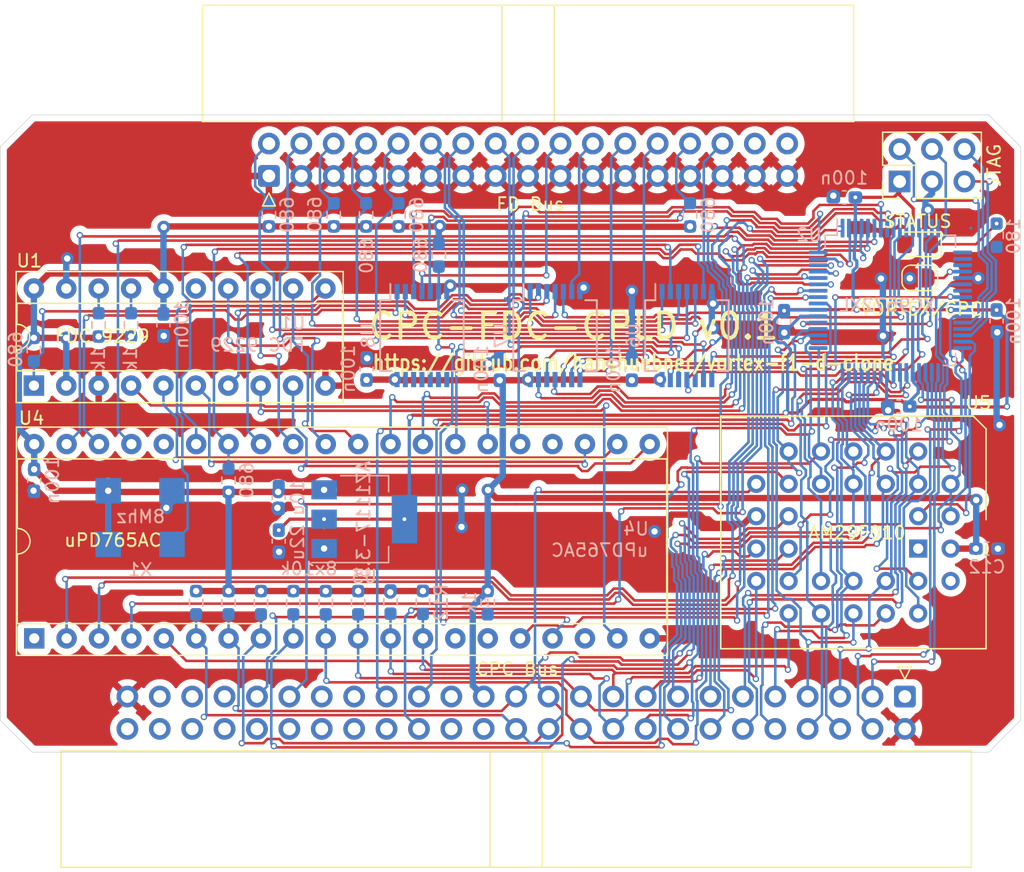
<source format=kicad_pcb>
(kicad_pcb (version 20211014) (generator pcbnew)
  (layers (0 "F.Cu" signal) (31 "B.Cu" signal) (34 "B.Paste" user) (35 "F.Paste" user) (36 "B.SilkS" user "B.Silkscreen") (37 "F.SilkS" user "F.Silkscreen") (38 "B.Mask" user) (39 "F.Mask" user) (44 "Edge.Cuts" user))
  (net 0 "")
  (net 1 "+3.3V")
  (net 2 "GND")
  (net 3 "+5V")
  (net 4 "RDATA'")
  (net 5 "MFM")
  (net 6 "WDATA'")
  (net 7 "~{CLKIN}")
  (net 8 "RESET")
  (net 9 "~{IORD}")
  (net 10 "~{IOWR}")
  (net 11 "~{FDCCS}")
  (net 12 "A0")
  (net 13 "/D1")
  (net 14 "/D2")
  (net 15 "/D3")
  (net 16 "/D4")
  (net 17 "/D5")
  (net 18 "/D6")
  (net 19 "/D7")
  (net 20 "INDEX")
  (net 21 "WE")
  (net 22 "SIDE1")
  (net 23 "US0")
  (net 24 "US1")
  (net 25 "FLT{slash}TRK0")
  (net 26 "WPT")
  (net 27 "READY")
  (net 28 "FLTR{slash}STEP")
  (net 29 "DIR")
  (net 30 "~{RW}{slash}SEEK")
  (net 31 "TMS")
  (net 32 "TCK")
  (net 33 "TDO")
  (net 34 "TDI")
  (net 35 "~{RDY}")
  (net 36 "RDATA")
  (net 37 "~{WPT}")
  (net 38 "~{TRK00}")
  (net 39 "~{INDEX}")
  (net 40 "/Sound")
  (net 41 "/A15")
  (net 42 "/A14")
  (net 43 "/A13")
  (net 44 "/A12")
  (net 45 "/A11")
  (net 46 "/A10")
  (net 47 "/A9")
  (net 48 "/A8")
  (net 49 "/A7")
  (net 50 "/A6")
  (net 51 "/A5")
  (net 52 "/A4")
  (net 53 "/A3")
  (net 54 "/A2")
  (net 55 "/A1")
  (net 56 "/~{MREQ}")
  (net 57 "/~{M1}")
  (net 58 "/~{RFSH}")
  (net 59 "~{IORQ}")
  (net 60 "~{RD}")
  (net 61 "~{WR}")
  (net 62 "/~{HALT}")
  (net 63 "/~{INT}")
  (net 64 "/~{NMI}")
  (net 65 "/~{BUSRQ}")
  (net 66 "/~{BUSAK}")
  (net 67 "/~{BRST}")
  (net 68 "~{RSET}")
  (net 69 "/~{ROMEN}")
  (net 70 "/ROMDIS")
  (net 71 "/~{RAMRD}")
  (net 72 "/RAMDIS")
  (net 73 "/CURSOR")
  (net 74 "/LPEN")
  (net 75 "/~{EXP}")
  (net 76 "/CLK4")
  (net 77 "~{SIDE1}")
  (net 78 "~{WGATE}")
  (net 79 "WDATA")
  (net 80 "~{STEP}")
  (net 81 "~{DIR}")
  (net 82 "~{MTRON}")
  (net 83 "~{DS2}")
  (net 84 "~{DS1}")
  (net 85 "~{DS0}")
  (net 86 "~{DS3}")
  (net 89 "TRK00")
  (net 90 "WGATE")
  (net 91 "STEP")
  (net 92 "~{DS2'}")
  (net 93 "~{DS1'}")
  (net 94 "~{DS0'}")
  (net 95 "~{DS3'}")
  (net 96 "MTRON")
  (net 97 "D0")
  (net 98 "Net-(LED1-Pad1)")
  (net 99 "LED1")
  (net 100 "LED2")
  (net 101 "Net-(R2-Pad1)")
  (net 102 "Net-(R3-Pad1)")
  (net 103 "Net-(R4-Pad1)")
  (net 105 "Net-(U1-Pad14)")
  (net 106 "Net-(U1-Pad13)")
  (net 107 "Net-(U1-Pad12)")
  (net 108 "Net-(U1-Pad9)")
  (net 109 "Net-(U1-Pad8)")
  (net 110 "Net-(U1-Pad6)")
  (net 111 "Net-(U1-Pad5)")
  (net 112 "~{ROMWE}")
  (net 113 "~{ROMOE}")
  (net 114 "~{ROMCE}")
  (net 115 "ROMA16")
  (net 120 "ROMA15")
  (net 121 "ROMA14")
  (net 122 "RDY")
  (net 123 "~{VORTEX}{slash}CPC")
  (footprint "Package_DIP:DIP-20_W7.62mm_Socket" (layer "F.Cu") (at 117.6324 111.242 90)
    (fp_text reference "U1")
    (fp_text value "FDC 9229")
  )
  (footprint "Package_DIP:DIP-40_W15.24mm_Socket" (layer "F.Cu") (at 117.6578 131.069 90)
    (fp_text reference "U4")
    (fp_text value "uPD765AC")
  )
  (footprint "LED_SMD:LED_0805_2012Metric_Pad1.15x1.40mm_HandSolder" (layer "F.Cu") (at 186.9186 100.1522 180)
    (fp_text reference "LED1" hide)
    (fp_text value "STATUS")
  )
  (footprint "Jumper:SolderJumper-2_P1.3mm_Open_RoundedPad1.0x1.5mm" (layer "F.Cu") (at 187.0964 102.7938)
    (fp_text reference "JP1" hide)
    (fp_text value "~{VORTEX}/CPC")
  )
  (footprint "Connector_PinHeader_2.54mm:PinHeader_2x03_P2.54mm_Vertical" (layer "F.Cu") (at 185.5112 95.2296 90)
    (fp_text reference "J1" hide)
    (fp_text value "JTAG")
  )
  (footprint "Connector_IDC:IDC-Header_2x17_P2.54mm_Horizontal" (layer "F.Cu") (at 136.059248 94.7928 90)
    (fp_text reference "S2" hide)
    (fp_text value "FD Bus")
  )
  (footprint "Package_LCC:PLCC-32_THT-Socket" (layer "F.Cu") (at 186.9694 124.0282 -90)
    (fp_text reference "U5")
    (fp_text value "AM29F010")
  )
  (footprint "Connector_IDC:IDC-Header_2x25_P2.54mm_Horizontal" (layer "F.Cu") (at 185.923 135.631 -90)
    (fp_text reference "S1" hide)
    (fp_text value "CPC Bus")
  )
  (footprint "Package_SO:SSOP-14_5.3x6.2mm_P0.65mm" (layer "B.Cu") (at 158.496 107.315 -90)
    (fp_text reference "U7")
    (fp_text value "SN74LS07N")
  )
  (footprint "Resistor_SMD:R_0603_1608Metric_Pad0.98x0.95mm_HandSolder" (layer "B.Cu") (at 137.9728 128.27 90)
    (fp_text reference "R8" hide)
    (fp_text value "10k" hide)
  )
  (footprint "Capacitor_SMD:C_0603_1608Metric_Pad1.08x0.95mm_HandSolder" (layer "B.Cu") (at 117.6528 118.6688 -90)
    (fp_text reference "C10" hide)
    (fp_text value "100n")
  )
  (footprint "Resistor_SMD:R_0603_1608Metric_Pad0.98x0.95mm_HandSolder" (layer "B.Cu") (at 117.6274 108.4072 90)
    (fp_text reference "R13" hide)
    (fp_text value "680")
  )
  (footprint "Resistor_SMD:R_0603_1608Metric_Pad0.98x0.95mm_HandSolder" (layer "B.Cu") (at 141.139248 97.8408 -90)
    (fp_text reference "R17" hide)
    (fp_text value "680")
  )
  (footprint "Capacitor_SMD:C_0603_1608Metric_Pad1.08x0.95mm_HandSolder" (layer "B.Cu") (at 193.1162 106.172 -90)
    (fp_text reference "C6" hide)
    (fp_text value "100n")
  )
  (footprint "Resistor_SMD:R_0603_1608Metric_Pad0.98x0.95mm_HandSolder" (layer "B.Cu") (at 193.1162 99.4429 90)
    (fp_text reference "R1" hide)
    (fp_text value "180")
  )
  (footprint "Capacitor_SMD:C_0603_1608Metric_Pad1.08x0.95mm_HandSolder" (layer "B.Cu") (at 136.8298 123.444 -90)
    (fp_text reference "C2" hide)
    (fp_text value "22u")
  )
  (footprint "Package_SO:SSOP-14_5.3x6.2mm_P0.65mm" (layer "B.Cu") (at 168.8338 107.315 -90)
    (fp_text reference "U6")
    (fp_text value "74LS06N")
  )
  (footprint "Resistor_SMD:R_0603_1608Metric_Pad0.98x0.95mm_HandSolder" (layer "B.Cu") (at 136.059248 97.8408 -90)
    (fp_text reference "R16" hide)
    (fp_text value "680")
  )
  (footprint "Capacitor_SMD:C_0603_1608Metric_Pad1.08x0.95mm_HandSolder" (layer "B.Cu") (at 192.3542 124.0282)
    (fp_text reference "C12")
    (fp_text value "100n")
  )
  (footprint "Resistor_SMD:R_0603_1608Metric_Pad0.98x0.95mm_HandSolder" (layer "B.Cu") (at 140.5128 128.27 90)
    (fp_text reference "R9" hide)
    (fp_text value "10k" hide)
  )
  (footprint "Resistor_SMD:R_0603_1608Metric_Pad0.98x0.95mm_HandSolder" (layer "B.Cu") (at 125.2474 106.4768 -90)
    (fp_text reference "R3" hide)
    (fp_text value "1k")
  )
  (footprint "Resistor_SMD:R_0603_1608Metric_Pad0.98x0.95mm_HandSolder" (layer "B.Cu") (at 148.1328 128.2446 90)
    (fp_text reference "R12")
    (fp_text value "10k")
  )
  (footprint "Package_TO_SOT_SMD:SOT-223-3_TabPin2" (layer "B.Cu") (at 143.5354 121.7168)
    (fp_text reference "U3")
    (fp_text value "AZ1117-3.3")
  )
  (footprint "Capacitor_SMD:C_0603_1608Metric_Pad1.08x0.95mm_HandSolder" (layer "B.Cu") (at 185.4454 112.8776 180)
    (fp_text reference "C5" hide)
    (fp_text value "100n")
  )
  (footprint "Resistor_SMD:R_0603_1608Metric_Pad0.98x0.95mm_HandSolder" (layer "B.Cu") (at 135.4328 128.27 90)
    (fp_text reference "R7" hide)
    (fp_text value "10k" hide)
  )
  (footprint "Oscillator:Oscillator_SMD_EuroQuartz_XO91-4Pin_7.0x5.0mm" (layer "B.Cu") (at 125.9586 121.5898)
    (fp_text reference "X1")
    (fp_text value "8Mhz")
  )
  (footprint "Capacitor_SMD:C_0603_1608Metric_Pad1.08x0.95mm_HandSolder" (layer "B.Cu") (at 181.1782 96.4692 180)
    (fp_text reference "C3" hide)
    (fp_text value "100n")
  )
  (footprint "Resistor_SMD:R_0603_1608Metric_Pad0.98x0.95mm_HandSolder" (layer "B.Cu") (at 122.7074 106.4768 -90)
    (fp_text reference "R2" hide)
    (fp_text value "1k")
  )
  (footprint "Resistor_SMD:R_0603_1608Metric_Pad0.98x0.95mm_HandSolder" (layer "B.Cu") (at 153.2128 128.27 90)
    (fp_text reference "R4" hide)
    (fp_text value "1k")
  )
  (footprint "Package_SO:SSOP-14_5.3x6.2mm_P0.65mm" (layer "B.Cu") (at 148.0566 107.315 -90)
    (fp_text reference "U8")
    (fp_text value "74LS06N")
  )
  (footprint "Capacitor_SMD:C_0603_1608Metric_Pad1.08x0.95mm_HandSolder" (layer "B.Cu") (at 176.4538 106.2228 -90)
    (fp_text reference "C4" hide)
    (fp_text value "100n")
  )
  (footprint "Capacitor_SMD:C_0603_1608Metric_Pad1.08x0.95mm_HandSolder" (layer "B.Cu") (at 164.5158 109.9566 90)
    (fp_text reference "C7" hide)
    (fp_text value "100n")
  )
  (footprint "Resistor_SMD:R_0603_1608Metric_Pad0.98x0.95mm_HandSolder" (layer "B.Cu") (at 146.219248 97.8408 -90)
    (fp_text reference "R19" hide)
    (fp_text value "680")
  )
  (footprint "Capacitor_SMD:C_0603_1608Metric_Pad1.08x0.95mm_HandSolder" (layer "B.Cu") (at 127.7874 106.4768 -90)
    (fp_text reference "C11" hide)
    (fp_text value "100n")
  )
  (footprint "Resistor_SMD:R_0603_1608Metric_Pad0.98x0.95mm_HandSolder" (layer "B.Cu") (at 130.3528 128.27 90)
    (fp_text reference "R5" hide)
    (fp_text value "10k" hide)
  )
  (footprint "Resistor_SMD:R_0603_1608Metric_Pad0.98x0.95mm_HandSolder" (layer "B.Cu") (at 149.3774 100.9904 90)
    (fp_text reference "R15" hide)
    (fp_text value "680")
  )
  (footprint "Capacitor_SMD:C_0603_1608Metric_Pad1.08x0.95mm_HandSolder" (layer "B.Cu") (at 154.1526 109.9566 90)
    (fp_text reference "C8" hide)
    (fp_text value "100n")
  )
  (footprint "Resistor_SMD:R_0603_1608Metric_Pad0.98x0.95mm_HandSolder" (layer "B.Cu") (at 143.679248 97.8408 -90)
    (fp_text reference "R18" hide)
    (fp_text value "680")
  )
  (footprint "Package_QFP:TQFP-64_10x10mm_P0.5mm" (layer "B.Cu") (at 184.785 104.5464 -90)
    (fp_text reference "U2")
    (fp_text value "XC9572XL")
  )
  (footprint "Resistor_SMD:R_0603_1608Metric_Pad0.98x0.95mm_HandSolder" (layer "B.Cu") (at 143.0528 128.27 90)
    (fp_text reference "R10" hide)
    (fp_text value "10k" hide)
  )
  (footprint "Resistor_SMD:R_0603_1608Metric_Pad0.98x0.95mm_HandSolder" (layer "B.Cu") (at 132.8928 128.27 90)
    (fp_text reference "R6" hide)
    (fp_text value "10k" hide)
  )
  (footprint "Resistor_SMD:R_0603_1608Metric_Pad0.98x0.95mm_HandSolder" (layer "B.Cu") (at 132.8928 118.6688 -90)
    (fp_text reference "R14" hide)
    (fp_text value "680")
  )
  (footprint "Capacitor_SMD:C_0603_1608Metric_Pad1.08x0.95mm_HandSolder" (layer "B.Cu") (at 136.8298 120.015 -90)
    (fp_text reference "C1" hide)
    (fp_text value "10u")
  )
  (footprint "Capacitor_SMD:C_0603_1608Metric_Pad1.08x0.95mm_HandSolder" (layer "B.Cu") (at 143.7132 109.9312 90)
    (fp_text reference "C9" hide)
    (fp_text value "100n")
  )
  (footprint "Resistor_SMD:R_0603_1608Metric_Pad0.98x0.95mm_HandSolder" (layer "B.Cu") (at 169.079248 97.8408 -90)
    (fp_text reference "R20" hide)
    (fp_text value "680")
  )
  (footprint "Resistor_SMD:R_0603_1608Metric_Pad0.98x0.95mm_HandSolder" (layer "B.Cu") (at 145.5928 128.2192 90)
    (fp_text reference "R11" hide)
    (fp_text value "10k" hide)
  )
  (gr_line (start 115 137.5) (end 115 92.5) (layer "Edge.Cuts") (width 0.05))
  (gr_line (start 195 92.5) (end 192.5 90) (layer "Edge.Cuts") (width 0.05))
  (gr_line (start 195 92.5) (end 195 137.5) (layer "Edge.Cuts") (width 0.05))
  (gr_line (start 117.5 90) (end 115 92.5) (layer "Edge.Cuts") (width 0.05))
  (gr_line (start 117.5 90) (end 192.5 90) (layer "Edge.Cuts") (width 0.05))
  (gr_line (start 195 137.5) (end 192.5 140) (layer "Edge.Cuts") (width 0.05))
  (gr_line (start 192.5 140) (end 117.5 140) (layer "Edge.Cuts") (width 0.05))
  (gr_line (start 117.5 140) (end 115 137.5) (layer "Edge.Cuts") (width 0.05))
  (gr_text "8x10k\n" (at 139.192 125.603) (layer "B.SilkS") (effects (font (size 1 1)) (justify mirror)))
  (gr_text "https://github.com/hanshuebner/vortex-f1-d-clone" (at 164.6428 109.4486) (layer "F.SilkS") (effects (font (size 1.2 1) (thickness 0.2))))
  (gr_text "CPC-FDC-CPLD v0.1" (at 159.9438 106.5784) (layer "F.SilkS") (effects (font (size 2 2) (thickness 0.3))))
  (segment (start 185.9659 112.5356) (end 186.3079 112.8776) (width 0.254) (layer "F.Cu") (net 1))
  (segment (start 182.0407 96.4692) (end 185.0644 96.4692) (width 0.254) (layer "F.Cu") (net 1))
  (segment (start 185.0644 96.4692) (end 185.1279 96.4057) (width 0.254) (layer "F.Cu") (net 1))
  (segment (start 185.5112 96.0224) (end 185.5112 95.2296) (width 0.254) (layer "F.Cu") (net 1))
  (segment (start 140.3854 121.7168) (end 137.6945 121.7168) (width 0.254) (layer "F.Cu") (net 1))
  (segment (start 176.403 113.5634) (end 147.2946 113.5634) (width 0.254) (layer "F.Cu") (net 1))
  (segment (start 147.2946 113.5634) (end 147.1168 113.7412) (width 0.254) (layer "F.Cu") (net 1))
  (segment (start 182.147512 105.278888) (end 182.1434 105.283) (width 0.254) (layer "F.Cu") (net 1))
  (segment (start 186.3469 112.9166) (end 186.3079 112.8776) (width 0.254) (layer "F.Cu") (net 1))
  (segment (start 189.533875 105.302847) (end 189.509916 105.278888) (width 0.254) (layer "F.Cu") (net 1))
  (segment (start 177.506775 113.3856) (end 178.573575 112.3188) (width 0.254) (layer "F.Cu") (net 1))
  (segment (start 185.669625 112.4276) (end 185.777625 112.5356) (width 0.254) (layer "F.Cu") (net 1))
  (segment (start 189.533875 105.302847) (end 193.109547 105.302847) (width 0.254) (layer "F.Cu") (net 1))
  (segment (start 181.307225 112.5102) (end 181.760375 112.5102) (width 0.254) (layer "F.Cu") (net 1))
  (segment (start 178.573575 112.3188) (end 181.115825 112.3188) (width 0.254) (layer "F.Cu") (net 1))
  (segment (start 176.5808 113.3856) (end 176.403 113.5634) (width 0.254) (layer "F.Cu") (net 1))
  (segment (start 193.109547 105.302847) (end 193.1162 105.3095) (width 0.254) (layer "F.Cu") (net 1))
  (segment (start 186.592512 105.278888) (end 182.147512 105.278888) (width 0.254) (layer "F.Cu") (net 1))
  (segment (start 193.89 112.9166) (end 186.3469 112.9166) (width 0.254) (layer "F.Cu") (net 1))
  (segment (start 186.57595 97.34575) (end 185.5112 96.281) (width 0.254) (layer "F.Cu") (net 1))
  (segment (start 146.6854 121.7168) (end 140.3854 121.7168) (width 0.254) (layer "F.Cu") (net 1))
  (segment (start 193.929 112.8776) (end 193.89 112.9166) (width 0.254) (layer "F.Cu") (net 1))
  (segment (start 184.541528 112.4276) (end 185.669625 112.4276) (width 0.254) (layer "F.Cu") (net 1))
  (segment (start 181.115825 112.3188) (end 181.307225 112.5102) (width 0.254) (layer "F.Cu") (net 1))
  (segment (start 185.777625 112.5356) (end 185.9659 112.5356) (width 0.254) (layer "F.Cu") (net 1))
  (segment (start 184.446328 112.3324) (end 184.541528 112.4276) (width 0.254) (layer "F.Cu") (net 1))
  (segment (start 186.57595 99.46985) (end 186.57595 97.34575) (width 0.254) (layer "F.Cu") (net 1))
  (segment (start 182.1434 105.283) (end 176.5311 105.283) (width 0.254) (layer "F.Cu") (net 1))
  (segment (start 176.5311 105.283) (end 176.4538 105.3603) (width 0.254) (layer "F.Cu") (net 1))
  (segment (start 189.509916 105.278888) (end 186.592512 105.278888) (width 0.254) (layer "F.Cu") (net 1))
  (segment (start 137.6945 121.7168) (end 136.8298 122.5815) (width 0.254) (layer "F.Cu") (net 1))
  (segment (start 185.5112 96.281) (end 185.5112 95.2296) (width 0.254) (layer "F.Cu") (net 1))
  (segment (start 176.5808 113.3856) (end 177.506775 113.3856) (width 0.254) (layer "F.Cu") (net 1))
  (segment (start 181.938175 112.3324) (end 184.446328 112.3324) (width 0.254) (layer "F.Cu") (net 1))
  (segment (start 186.661589 112.523911) (end 186.3079 112.8776) (width 0.254) (layer "F.Cu") (net 1))
  (segment (start 181.760375 112.5102) (end 181.938175 112.3324) (width 0.254) (layer "F.Cu") (net 1))
  (segment (start 185.8936 100.1522) (end 186.57595 99.46985) (width 0.254) (layer "F.Cu") (net 1))
  (segment (start 185.1279 96.4057) (end 185.5112 96.0224) (width 0.254) (layer "F.Cu") (net 1))
  (via (at 193.1162 105.3095) (size 0.5) (drill 0.3) (layers "F.Cu" "B.Cu") (net 1))
  (via (at 140.3854 121.7168) (size 0.5) (drill 0.3) (layers "F.Cu" "B.Cu") (net 1))
  (via (at 176.5808 113.3856) (size 0.5) (drill 0.3) (layers "F.Cu" "B.Cu") (net 1))
  (via (at 146.6854 121.7168) (size 0.5) (drill 0.3) (layers "F.Cu" "B.Cu") (net 1))
  (via (at 189.533875 105.302847) (size 0.5) (drill 0.3) (layers "F.Cu" "B.Cu") (net 1))
  (via (at 147.1168 113.7412) (size 0.5) (drill 0.3) (layers "F.Cu" "B.Cu") (net 1))
  (via (at 182.1434 105.283) (size 0.5) (drill 0.3) (layers "F.Cu" "B.Cu") (net 1))
  (via (at 136.8298 122.5815) (size 0.5) (drill 0.3) (layers "F.Cu" "B.Cu") (net 1))
  (via (at 176.4538 105.3603) (size 0.5) (drill 0.3) (layers "F.Cu" "B.Cu") (net 1))
  (via (at 193.929 112.8776) (size 0.5) (drill 0.3) (layers "F.Cu" "B.Cu") (net 1))
  (via (at 186.3079 112.8776) (size 0.5) (drill 0.3) (layers "F.Cu" "B.Cu") (net 1))
  (via (at 186.592512 105.278888) (size 0.5) (drill 0.3) (layers "F.Cu" "B.Cu") (net 1))
  (via (at 182.0407 96.4692) (size 0.5) (drill 0.3) (layers "F.Cu" "B.Cu") (net 1))
  (segment (start 176.012714 107.8768) (end 175.7172 107.581286) (width 0.254) (layer "B.Cu") (net 1))
  (segment (start 193.929 112.8776) (end 193.929 106.1223) (width 0.254) (layer "B.Cu") (net 1))
  (segment (start 186.631 110.3049) (end 186.631 111.007676) (width 0.254) (layer "B.Cu") (net 1))
  (segment (start 176.95 108.887775) (end 176.95 108.3954) (width 0.254) (layer "B.Cu") (net 1))
  (segment (start 176.5808 113.3856) (end 176.7332 113.2332) (width 0.254) (layer "B.Cu") (net 1))
  (segment (start 181.964 101.282025) (end 181.964 100.391775) (width 0.254) (layer "B.Cu") (net 1))
  (segment (start 182.1434 105.283) (end 181.864 105.0036) (width 0.254) (layer "B.Cu") (net 1))
  (segment (start 176.5057 105.3084) (end 179.1105 105.3084) (width 0.254) (layer "B.Cu") (net 1))
  (segment (start 190.441053 105.302847) (end 190.4475 105.2964) (width 0.254) (layer "B.Cu") (net 1))
  (segment (start 193.929 106.1223) (end 193.1162 105.3095) (width 0.254) (layer "B.Cu") (net 1))
  (segment (start 186.971 111.347676) (end 186.971 111.80765) (width 0.254) (layer "B.Cu") (net 1))
  (segment (start 182.157 101.928175) (end 182.157 101.475025) (width 0.254) (layer "B.Cu") (net 1))
  (segment (start 181.864 102.221175) (end 182.157 101.928175) (width 0.254) (layer "B.Cu") (net 1))
  (segment (start 186.971 111.80765) (end 186.3079 112.47075) (width 0.254) (layer "B.Cu") (net 1))
  (segment (start 181.964 100.391775) (end 182.0407 100.315075) (width 0.254) (layer "B.Cu") (net 1))
  (segment (start 186.535 110.2089) (end 186.631 110.3049) (width 0.254) (layer "B.Cu") (net 1))
  (segment (start 186.631 111.007676) (end 186.971 111.347676) (width 0.254) (layer "B.Cu") (net 1))
  (segment (start 182.157 101.475025) (end 181.964 101.282025) (width 0.254) (layer "B.Cu") (net 1))
  (segment (start 186.3079 112.47075) (end 186.3079 112.8776) (width 0.254) (layer "B.Cu") (net 1))
  (segment (start 147.1168 113.7412) (end 147.066 113.792) (width 0.254) (layer "B.Cu") (net 1))
  (segment (start 179.1105 105.3084) (end 179.1225 105.2964) (width 0.254) (layer "B.Cu") (net 1))
  (segment (start 181.864 105.0036) (end 181.864 102.221175) (width 0.254) (layer "B.Cu") (net 1))
  (segment (start 176.4314 107.8768) (end 176.012714 107.8768) (width 0.254) (layer "B.Cu") (net 1))
  (segment (start 182.0407 100.315075) (end 182.0407 96.4692) (width 0.254) (layer "B.Cu") (net 1))
  (segment (start 176.4538 105.3603) (end 176.5057 105.3084) (width 0.254) (layer "B.Cu") (net 1))
  (segment (start 176.4538 105.3603) (end 176.4538 105.852714) (width 0.254) (layer "B.Cu") (net 1))
  (segment (start 176.7332 113.2332) (end 176.7332 109.104575) (width 0.254) (layer "B.Cu") (net 1))
  (segment (start 147.066 121.3362) (end 146.6854 121.7168) (width 0.254) (layer "B.Cu") (net 1))
  (segment (start 186.535 105.3364) (end 186.592512 105.278888) (width 0.254) (layer "B.Cu") (net 1))
  (segment (start 147.066 113.792) (end 147.066 121.3362) (width 0.254) (layer "B.Cu") (net 1))
  (segment (start 186.535 110.2089) (end 186.535 105.3364) (width 0.254) (layer "B.Cu") (net 1))
  (segment (start 176.7332 109.104575) (end 176.95 108.887775) (width 0.254) (layer "B.Cu") (net 1))
  (segment (start 176.95 108.3954) (end 176.4314 107.8768) (width 0.254) (layer "B.Cu") (net 1))
  (segment (start 189.533875 105.302847) (end 190.441053 105.302847) (width 0.254) (layer "B.Cu") (net 1))
  (segment (start 193.1031 105.2964) (end 193.1162 105.3095) (width 0.254) (layer "B.Cu") (net 1))
  (segment (start 175.7172 106.0969) (end 176.4538 105.3603) (width 0.254) (layer "B.Cu") (net 1))
  (segment (start 175.7172 107.581286) (end 175.7172 106.0969) (width 0.254) (layer "B.Cu") (net 1))
  (segment (start 176.4707 107.0853) (end 176.4792 107.0768) (width 0.5) (layer "F.Cu") (net 2))
  (segment (start 176.4792 107.0768) (end 183.9372 107.0768) (width 0.5) (layer "F.Cu") (net 2))
  (segment (start 170.558354 122.095154) (end 170.0784 121.6152) (width 0.5) (layer "F.Cu") (net 2))
  (segment (start 186.3344 102.7938) (end 186.309 102.8192) (width 0.5) (layer "F.Cu") (net 2))
  (segment (start 136.8552 124.2822) (end 140.12 124.2822) (width 0.5) (layer "F.Cu") (net 2))
  (segment (start 173.883108 121.4882) (end 173.276154 122.095154) (width 0.5) (layer "F.Cu") (net 2))
  (segment (start 140.12 124.2822) (end 140.3854 124.0168) (width 0.5) (layer "F.Cu") (net 2))
  (segment (start 173.276154 122.095154) (end 170.558354 122.095154) (width 0.5) (layer "F.Cu") (net 2))
  (segment (start 167.6146 121.3612) (end 166.2938 122.682) (width 0.5) (layer "F.Cu") (net 2))
  (segment (start 187.7314 97.4497) (end 187.5536 97.2719) (width 0.5) (layer "F.Cu") (net 2))
  (segment (start 186.4464 102.7938) (end 186.3344 102.7938) (width 0.5) (layer "F.Cu") (net 2))
  (segment (start 169.8244 121.3612) (end 167.6146 121.3612) (width 0.5) (layer "F.Cu") (net 2))
  (segment (start 170.0784 121.6152) (end 169.8244 121.3612) (width 0.5) (layer "F.Cu") (net 2))
  (segment (start 187.5536 97.2719) (end 187.5536 97.2002) (width 0.5) (layer "F.Cu") (net 2))
  (segment (start 170.8793 106.7308) (end 176.1162 106.7308) (width 0.5) (layer "F.Cu") (net 2))
  (segment (start 174.2694 121.4882) (end 173.883108 121.4882) (width 0.5) (layer "F.Cu") (net 2))
  (segment (start 183.9372 107.0768) (end 184.2008 107.3404) (width 0.5) (layer "F.Cu") (net 2))
  (segment (start 176.1162 106.7308) (end 176.4707 107.0853) (width 0.5) (layer "F.Cu") (net 2))
  (via (at 143.764 109.093) (size 1) (drill 0.5) (layers "F.Cu" "B.Cu") (net 2))
  (via (at 170.8793 106.7308) (size 1) (drill 0.5) (layers "F.Cu" "B.Cu") (net 2))
  (via (at 176.4707 107.0853) (size 1) (drill 0.5) (layers "F.Cu" "B.Cu") (net 2))
  (via (at 120.2436 101.2698) (size 1) (drill 0.5) (layers "F.Cu" "B.Cu") (net 2))
  (via (at 184.0484 102.8446) (size 1) (drill 0.5) (layers "F.Cu" "B.Cu") (net 2))
  (via (at 153.289 109.5248) (size 1) (drill 0.5) (layers "F.Cu" "B.Cu") (net 2))
  (via (at 193.167 107.061) (size 1) (drill 0.5) (layers "F.Cu" "B.Cu") (net 2))
  (via (at 170.8793 104.8017) (size 1) (drill 0.5) (layers "F.Cu" "B.Cu") (net 2))
  (via (at 187.7314 97.4497) (size 1) (drill 0.5) (layers "F.Cu" "B.Cu") (net 2))
  (via (at 180.3146 96.3403) (size 1) (drill 0.5) (layers "F.Cu" "B.Cu") (net 2))
  (via (at 127.8128 107.3404) (size 1) (drill 0.5) (layers "F.Cu" "B.Cu") (net 2))
  (via (at 150.2797 103.4034) (size 1) (drill 0.5) (layers "F.Cu" "B.Cu") (net 2))
  (via (at 191.67398 102.804232) (size 1) (drill 0.5) (layers "F.Cu" "B.Cu") (net 2))
  (via (at 117.602 119.4816) (size 1) (drill 0.5) (layers "F.Cu" "B.Cu") (net 2))
  (via (at 186.309 102.8192) (size 1) (drill 0.5) (layers "F.Cu" "B.Cu") (net 2))
  (via (at 151.1554 122.3264) (size 1) (drill 0.5) (layers "F.Cu" "B.Cu") (net 2))
  (via (at 136.7282 120.8278) (size 1) (drill 0.5) (layers "F.Cu" "B.Cu") (net 2))
  (via (at 193.2167 124.0282) (size 1) (drill 0.5) (layers "F.Cu" "B.Cu") (net 2))
  (via (at 136.8552 124.2822) (size 1) (drill 0.5) (layers "F.Cu" "B.Cu") (net 2))
  (via (at 184.610512 113.1811) (size 1) (drill 0.5) (layers "F.Cu" "B.Cu") (net 2))
  (via (at 151.2062 119.4054) (size 1) (drill 0.5) (layers "F.Cu" "B.Cu") (net 2))
  (via (at 140.3854 124.0168) (size 1) (drill 0.5) (layers "F.Cu" "B.Cu") (net 2))
  (via (at 164.5158 103.8098) (size 1) (drill 0.5) (layers "F.Cu" "B.Cu") (net 2))
  (via (at 128.016 120.8278) (size 1) (drill 0.5) (layers "F.Cu" "B.Cu") (net 2))
  (via (at 184.2008 107.3404) (size 1) (drill 0.5) (layers "F.Cu" "B.Cu") (net 2))
  (via (at 166.2938 122.682) (size 1) (drill 0.5) (layers "F.Cu" "B.Cu") (net 2))
  (via (at 193.3448 114.3254) (size 1) (drill 0.5) (layers "F.Cu" "B.Cu") (net 2))
  (via (at 160.7312 103.5558) (size 1) (drill 0.5) (layers "F.Cu" "B.Cu") (net 2))
  (segment (start 136.8309 124.3065) (end 136.8552 124.2822) (width 0.5) (layer "B.Cu") (net 2))
  (segment (start 179.1225 105.7964) (end 177.7427 105.7964) (width 0.254) (layer "B.Cu") (net 2))
  (segment (start 127.7874 107.3393) (end 127.8117 107.3393) (width 0.5) (layer "B.Cu") (net 2))
  (segment (start 153.7197 109.0941) (end 153.289 109.5248) (width 0.5) (layer "B.Cu") (net 2))
  (segment (start 160.446 103.841) (end 160.7312 103.5558) (width 0.5) (layer "B.Cu") (net 2))
  (segment (start 127.8117 107.3393) (end 127.8128 107.3404) (width 0.5) (layer "B.Cu") (net 2))
  (segment (start 193.1162 107.0345) (end 193.1162 114.0968) (width 0.5) (layer "B.Cu") (net 2))
  (segment (start 143.7132 109.0687) (end 143.7397 109.0687) (width 0.5) (layer "B.Cu") (net 2))
  (segment (start 136.8298 120.8775) (end 136.7779 120.8775) (width 0.5) (layer "B.Cu") (net 2))
  (segment (start 180.3157 96.4692) (end 180.3157 96.3414) (width 0.5) (layer "B.Cu") (net 2))
  (segment (start 160.446 103.865) (end 160.446 103.841) (width 0.5) (layer "B.Cu") (net 2))
  (segment (start 150.0066 103.6765) (end 150.2797 103.4034) (width 0.5) (layer "B.Cu") (net 2))
  (segment (start 180.3157 96.3414) (end 180.3146 96.3403) (width 0.5) (layer "B.Cu") (net 2))
  (segment (start 191.666148 102.7964) (end 190.4475 102.7964) (width 0.254) (layer "B.Cu") (net 2))
  (segment (start 170.7838 106.6353) (end 170.8793 106.7308) (width 0.5) (layer "B.Cu") (net 2))
  (segment (start 184.535 110.2089) (end 184.492 110.2519) (width 0.254) (layer "B.Cu") (net 2))
  (segment (start 154.1526 109.0941) (end 153.7197 109.0941) (width 0.5) (layer "B.Cu") (net 2))
  (segment (start 151.1554 119.4562) (end 151.2062 119.4054) (width 0.5) (layer "B.Cu") (net 2))
  (segment (start 177.7427 105.7964) (end 176.4538 107.0853) (width 0.254) (layer "B.Cu") (net 2))
  (segment (start 136.8298 124.3065) (end 136.8309 124.3065) (width 0.5) (layer "B.Cu") (net 2))
  (segment (start 150.0066 103.865) (end 150.0066 103.6765) (width 0.5) (layer "B.Cu") (net 2))
  (segment (start 187.535 98.8839) (end 187.535 96.6792) (width 0.254) (layer "B.Cu") (net 2))
  (segment (start 136.7779 120.8775) (end 136.7282 120.8278) (width 0.5) (layer "B.Cu") (net 2))
  (segment (start 187.535 96.6792) (end 187.535 97.2533) (width 0.5) (layer "B.Cu") (net 2))
  (segment (start 184.2008 107.3404) (end 184.2008 102.997) (width 0.5) (layer "B.Cu") (net 2))
  (segment (start 193.1405 107.0345) (end 193.167 107.061) (width 0.254) (layer "B.Cu") (net 2))
  (segment (start 188.0512 96.163) (end 187.535 96.6792) (width 0.5) (layer "B.Cu") (net 2))
  (segment (start 164.5158 109.0941) (end 164.472 109.0941) (width 0.5) (layer "B.Cu") (net 2))
  (segment (start 176.4538 107.0853) (end 176.4707 107.0853) (width 0.5) (layer "B.Cu") (net 2))
  (segment (start 170.7838 103.865) (end 170.7838 104.7062) (width 0.5) (layer "B.Cu") (net 2))
  (segment (start 184.2008 108.926775) (end 184.2008 107.3404) (width 0.254) (layer "B.Cu") (net 2))
  (segment (start 188.0512 95.2296) (end 188.0512 96.163) (width 0.5) (layer "B.Cu") (net 2))
  (segment (start 187.535 97.2533) (end 187.7314 97.4497) (width 0.5) (layer "B.Cu") (net 2))
  (segment (start 184.5829 113.153488) (end 184.610512 113.1811) (width 0.254) (layer "B.Cu") (net 2))
  (segment (start 184.5829 112.8776) (end 184.5829 113.153488) (width 0.254) (layer "B.Cu") (net 2))
  (segment (start 184.2008 102.997) (end 184.0484 102.8446) (width 0.5) (layer "B.Cu") (net 2))
  (segment (start 164.5158 109.0941) (end 164.5158 103.8098) (width 0.5) (layer "B.Cu") (net 2))
  (segment (start 120.1724 101.341) (end 120.2436 101.2698) (width 0.5) (layer "B.Cu") (net 2))
  (segment (start 193.1162 107.0345) (end 193.1405 107.0345) (width 0.254) (layer "B.Cu") (net 2))
  (segment (start 184.492 110.2519) (end 184.492 112.7867) (width 0.254) (layer "B.Cu") (net 2))
  (segment (start 191.67398 102.804232) (end 191.666148 102.7964) (width 0.254) (layer "B.Cu") (net 2))
  (segment (start 170.7838 103.865) (end 170.7838 106.6353) (width 0.5) (layer "B.Cu") (net 2))
  (segment (start 128.4586 120.3852) (end 128.016 120.8278) (width 0.5) (layer "B.Cu") (net 2))
  (segment (start 151.1554 122.3264) (end 151.1554 119.4562) (width 0.5) (layer "B.Cu") (net 2))
  (segment (start 117.6517 119.5313) (end 117.602 119.4816) (width 0.5) (layer "B.Cu") (net 2))
  (segment (start 128.4586 119.4898) (end 128.4586 120.3852) (width 0.5) (layer "B.Cu") (net 2))
  (segment (start 143.7397 109.0687) (end 143.764 109.093) (width 0.5) (layer "B.Cu") (net 2))
  (segment (start 184.492 112.7867) (end 184.5829 112.8776) (width 0.254) (layer "B.Cu") (net 2))
  (segment (start 120.1724 103.622) (end 120.1724 101.341) (width 0.5) (layer "B.Cu") (net 2))
  (segment (start 184.535 110.2089) (end 184.535 109.260975) (width 0.254) (layer "B.Cu") (net 2))
  (segment (start 170.7838 104.7062) (end 170.8793 104.8017) (width 0.5) (layer "B.Cu") (net 2))
  (segment (start 193.1162 114.0968) (end 193.3448 114.3254) (width 0.5) (layer "B.Cu") (net 2))
  (segment (start 184.535 109.260975) (end 184.2008 108.926775) (width 0.254) (layer "B.Cu") (net 2))
  (segment (start 117.6528 119.5313) (end 117.6517 119.5313) (width 0.5) (layer "B.Cu") (net 2))
  (segment (start 132.8928 119.5813) (end 136.7809 119.5813) (width 0.5) (layer "F.Cu") (net 3))
  (segment (start 117.6324 103.622) (end 118.8094 102.445) (width 0.5) (layer "F.Cu") (net 3))
  (segment (start 143.0528 127.3575) (end 140.5128 127.3575) (width 0.5) (layer "F.Cu") (net 3))
  (segment (start 145.6671 127.3575) (end 148.1328 127.3575) (width 0.5) (layer "F.Cu") (net 3))
  (segment (start 143.7419 110.765) (end 143.7132 110.7937) (width 0.5) (layer "F.Cu") (net 3))
  (segment (start 135.4328 127.3575) (end 132.8928 127.3575) (width 0.5) (layer "F.Cu") (net 3))
  (segment (start 166.653198 110.8191) (end 166.707298 110.765) (width 0.5) (layer "F.Cu") (net 3))
  (segment (start 145.5674 127.4572) (end 145.4677 127.3575) (width 0.5) (layer "F.Cu") (net 3))
  (segment (start 143.679248 98.7533) (end 146.219248 98.7533) (width 0.5) (layer "F.Cu") (net 3))
  (segment (start 122.602 107.4947) (end 122.7074 107.3893) (width 0.5) (layer "F.Cu") (net 3))
  (segment (start 127.8128 98.806) (end 127.8655 98.7533) (width 0.5) (layer "F.Cu") (net 3))
  (segment (start 126.6154 102.445) (end 127.7924 103.622) (width 0.5) (layer "F.Cu") (net 3))
  (segment (start 164.5158 110.8191) (end 166.653198 110.8191) (width 0.5) (layer "F.Cu") (net 3))
  (segment (start 149.4536 98.7298) (end 149.5044 98.7806) (width 0.5) (layer "F.Cu") (net 3))
  (segment (start 156.369498 110.765) (end 164.4617 110.765) (width 0.5) (layer "F.Cu") (net 3))
  (segment (start 149.5044 98.7806) (end 169.051948 98.7806) (width 0.5) (layer "F.Cu") (net 3))
  (segment (start 149.4301 98.7533) (end 146.219248 98.7533) (width 0.5) (layer "F.Cu") (net 3))
  (segment (start 154.1526 110.8191) (end 156.315398 110.8191) (width 0.5) (layer "F.Cu") (net 3))
  (segment (start 127.8655 98.7533) (end 136.059248 98.7533) (width 0.5) (layer "F.Cu") (net 3))
  (segment (start 153.2128 127.3575) (end 148.1328 127.3575) (width 0.5) (layer "F.Cu") (net 3))
  (segment (start 156.315398 110.8191) (end 156.369498 110.765) (width 0.5) (layer "F.Cu") (net 3))
  (segment (start 145.4677 127.3575) (end 143.0528 127.3575) (width 0.5) (layer "F.Cu") (net 3))
  (segment (start 117.6274 107.4947) (end 120.1655 107.4947) (width 0.5) (layer "F.Cu") (net 3))
  (segment (start 154.1526 110.8191) (end 145.984198 110.8191) (width 0.5) (layer "F.Cu") (net 3))
  (segment (start 136.059248 98.7533) (end 141.139248 98.7533) (width 0.5) (layer "F.Cu") (net 3))
  (segment (start 191.3636 120.0658) (end 153.8732 120.0658) (width 0.5) (layer "F.Cu") (net 3))
  (segment (start 122.7074 107.3893) (end 125.2474 107.3893) (width 0.5) (layer "F.Cu") (net 3))
  (segment (start 137.9728 127.3575) (end 135.4328 127.3575) (width 0.5) (layer "F.Cu") (net 3))
  (segment (start 140.5128 127.3575) (end 137.9728 127.3575) (width 0.5) (layer "F.Cu") (net 3))
  (segment (start 132.8928 127.3575) (end 130.3528 127.3575) (width 0.5) (layer "F.Cu") (net 3))
  (segment (start 153.8732 120.0658) (end 153.2382 119.4308) (width 0.5) (layer "F.Cu") (net 3))
  (segment (start 120.1655 107.4947) (end 122.602 107.4947) (width 0.5) (layer "F.Cu") (net 3))
  (segment (start 119.3363 119.4898) (end 117.6528 117.8063) (width 0.5) (layer "F.Cu") (net 3))
  (segment (start 191.516 120.2182) (end 191.3636 120.0658) (width 0.5) (layer "F.Cu") (net 3))
  (segment (start 145.984198 110.8191) (end 145.930098 110.765) (width 0.5) (layer "F.Cu") (net 3))
  (segment (start 145.930098 110.765) (end 143.7419 110.765) (width 0.5) (layer "F.Cu") (net 3))
  (segment (start 118.8094 102.445) (end 126.6154 102.445) (width 0.5) (layer "F.Cu") (net 3))
  (segment (start 145.5674 127.4572) (end 145.6671 127.3575) (width 0.5) (layer "F.Cu") (net 3))
  (segment (start 123.5501 119.5813) (end 123.4586 119.4898) (width 0.5) (layer "F.Cu") (net 3))
  (segment (start 169.051948 98.7806) (end 169.079248 98.7533) (width 0.5) (layer "F.Cu") (net 3))
  (segment (start 149.4536 98.7298) (end 149.4301 98.7533) (width 0.5) (layer "F.Cu") (net 3))
  (segment (start 141.139248 98.7533) (end 143.679248 98.7533) (width 0.5) (layer "F.Cu") (net 3))
  (segment (start 123.4586 119.4898) (end 119.3363 119.4898) (width 0.5) (layer "F.Cu") (net 3))
  (segment (start 164.4617 110.765) (end 164.5158 110.8191) (width 0.5) (layer "F.Cu") (net 3))
  (segment (start 140.2209 119.5813) (end 140.3854 119.4168) (width 0.5) (layer "F.Cu") (net 3))
  (segment (start 132.8928 119.5813) (end 123.5501 119.5813) (width 0.5) (layer "F.Cu") (net 3))
  (segment (start 136.7809 119.5813) (end 140.2209 119.5813) (width 0.5) (layer "F.Cu") (net 3))
  (segment (start 189.5094 124.0282) (end 191.4917 124.0282) (width 0.5) (layer "F.Cu") (net 3))
  (via (at 146.219248 98.7533) (size 1) (drill 0.5) (layers "F.Cu" "B.Cu") (net 3))
  (via (at 191.516 120.2182) (size 1) (drill 0.5) (layers "F.Cu" "B.Cu") (net 3))
  (via (at 143.679248 98.7533) (size 1) (drill 0.5) (layers "F.Cu" "B.Cu") (net 3))
  (via (at 145.930098 110.765) (size 1) (drill 0.5) (layers "F.Cu" "B.Cu") (net 3))
  (via (at 117.6528 117.8063) (size 1) (drill 0.5) (layers "F.Cu" "B.Cu") (net 3))
  (via (at 136.059248 98.7533) (size 1) (drill 0.5) (layers "F.Cu" "B.Cu") (net 3))
  (via (at 140.3854 119.4168) (size 1) (drill 0.5) (layers "F.Cu" "B.Cu") (net 3))
  (via (at 156.369498 110.765) (size 1) (drill 0.5) (layers "F.Cu" "B.Cu") (net 3))
  (via (at 169.079248 98.7533) (size 1) (drill 0.5) (layers "F.Cu" "B.Cu") (net 3))
  (via (at 127.8128 98.806) (size 1) (drill 0.5) (layers "F.Cu" "B.Cu") (net 3))
  (via (at 132.8928 127.3575) (size 1) (drill 0.5) (layers "F.Cu" "B.Cu") (net 3))
  (via (at 143.0528 127.3575) (size 1) (drill 0.5) (layers "F.Cu" "B.Cu") (net 3))
  (via (at 132.8928 119.5813) (size 1) (drill 0.5) (layers "F.Cu" "B.Cu") (net 3))
  (via (at 122.7074 107.3893) (size 1) (drill 0.5) (layers "F.Cu" "B.Cu") (net 3))
  (via (at 117.6274 107.4947) (size 1) (drill 0.5) (layers "F.Cu" "B.Cu") (net 3))
  (via (at 149.4536 98.7298) (size 1) (drill 0.5) (layers "F.Cu" "B.Cu") (net 3))
  (via (at 153.2382 119.4308) (size 1) (drill 0.5) (layers "F.Cu" "B.Cu") (net 3))
  (via (at 166.707298 110.765) (size 1) (drill 0.5) (layers "F.Cu" "B.Cu") (net 3))
  (via (at 148.1328 127.3575) (size 1) (drill 0.5) (layers "F.Cu" "B.Cu") (net 3))
  (via (at 136.7809 119.5813) (size 1) (drill 0.5) (layers "F.Cu" "B.Cu") (net 3))
  (via (at 145.5674 127.4572) (size 1) (drill 0.5) (layers "F.Cu" "B.Cu") (net 3))
  (via (at 135.4328 127.3575) (size 1) (drill 0.5) (layers "F.Cu" "B.Cu") (net 3))
  (via (at 125.2474 107.3893) (size 1) (drill 0.5) (layers "F.Cu" "B.Cu") (net 3))
  (via (at 137.9728 127.3575) (size 1) (drill 0.5) (layers "F.Cu" "B.Cu") (net 3))
  (via (at 191.4917 124.0282) (size 1) (drill 0.5) (layers "F.Cu" "B.Cu") (net 3))
  (via (at 153.2128 127.3575) (size 1) (drill 0.5) (layers "F.Cu" "B.Cu") (net 3))
  (via (at 164.5158 110.8191) (size 1) (drill 0.5) (layers "F.Cu" "B.Cu") (net 3))
  (via (at 120.1655 107.4947) (size 1) (drill 0.5) (layers "F.Cu" "B.Cu") (net 3))
  (via (at 143.7132 110.7937) (size 1) (drill 0.5) (layers "F.Cu" "B.Cu") (net 3))
  (via (at 140.5128 127.3575) (size 1) (drill 0.5) (layers "F.Cu" "B.Cu") (net 3))
  (via (at 141.139248 98.7533) (size 1) (drill 0.5) (layers "F.Cu" "B.Cu") (net 3))
  (via (at 123.4586 119.4898) (size 1) (drill 0.5) (layers "F.Cu" "B.Cu") (net 3))
  (via (at 130.3528 127.3575) (size 1) (drill 0.5) (layers "F.Cu" "B.Cu") (net 3))
  (via (at 154.1526 110.8191) (size 1) (drill 0.5) (layers "F.Cu" "B.Cu") (net 3))
  (segment (start 127.7924 105.6093) (end 127.7874 105.6143) (width 0.5) (layer "B.Cu") (net 3))
  (segment (start 123.4586 123.6898) (end 123.4586 119.4898) (width 0.5) (layer "B.Cu") (net 3))
  (segment (start 149.3774 100.0779) (end 149.3774 98.806) (width 0.5) (layer "B.Cu") (net 3))
  (segment (start 153.2382 119.4308) (end 154.3948 118.2742) (width 0.5) (layer "B.Cu") (net 3))
  (segment (start 116.4554 114.6266) (end 116.4554 108.6667) (width 0.5) (layer "B.Cu") (net 3))
  (segment (start 120.1724 107.5016) (end 120.1655 107.4947) (width 0.5) (layer "B.Cu") (net 3))
  (segment (start 117.6578 115.829) (end 116.4554 114.6266) (width 0.5) (layer "B.Cu") (net 3))
  (segment (start 127.7924 103.622) (end 127.7924 105.6093) (width 0.5) (layer "B.Cu") (net 3))
  (segment (start 136.8298 119.5324) (end 136.7809 119.5813) (width 0.5) (layer "B.Cu") (net 3))
  (segment (start 152.903 135.631) (end 152.0408 134.7688) (width 0.5) (layer "B.Cu") (net 3))
  (segment (start 152.0408 128.5295) (end 153.2128 127.3575) (width 0.5) (layer "B.Cu") (net 3))
  (segment (start 154.3948 118.2742) (end 154.3948 111.0613) (width 0.5) (layer "B.Cu") (net 3))
  (segment (start 117.6578 117.8013) (end 117.6528 117.8063) (width 0.5) (layer "B.Cu") (net 3))
  (segment (start 116.4554 108.6667) (end 117.6274 107.4947) (width 0.5) (layer "B.Cu") (net 3))
  (segment (start 127.7924 98.8264) (end 127.8128 98.806) (width 0.5) (layer "B.Cu") (net 3))
  (segment (start 117.6324 107.4897) (end 117.6274 107.4947) (width 0.5) (layer "B.Cu") (net 3))
  (segment (start 154.3948 111.0613) (end 154.1526 110.8191) (width 0.5) (layer "B.Cu") (net 3))
  (segment (start 117.6324 103.622) (end 117.6324 107.4897) (width 0.5) (layer "B.Cu") (net 3))
  (segment (start 153.2128 127.3575) (end 153.2128 121.6925) (width 0.5) (layer "B.Cu") (net 3))
  (segment (start 127.7924 103.622) (end 127.7924 98.8264) (width 0.5) (layer "B.Cu") (net 3))
  (segment (start 191.516 120.2182) (end 191.516 124.0039) (width 0.5) (layer "B.Cu") (net 3))
  (segment (start 149.3774 98.806) (end 149.4536 98.7298) (width 0.5) (layer "B.Cu") (net 3))
  (segment (start 117.6578 115.829) (end 117.6578 117.8013) (width 0.5) (layer "B.Cu") (net 3))
  (segment (start 152.0408 134.7688) (end 152.0408 128.5295) (width 0.5) (layer "B.Cu") (net 3))
  (segment (start 153.2128 121.6925) (end 153.2128 119.4562) (width 0.5) (layer "B.Cu") (net 3))
  (segment (start 120.1724 111.242) (end 120.1724 107.5016) (width 0.5) (layer "B.Cu") (net 3))
  (segment (start 132.8928 119.5813) (end 132.8928 127.3575) (width 0.5) (layer "B.Cu") (net 3))
  (segment (start 191.516 124.0039) (end 191.4917 124.0282) (width 0.5) (layer "B.Cu") (net 3))
  (segment (start 136.8298 119.1525) (end 136.8298 119.5324) (width 0.5) (layer "B.Cu") (net 3))
  (segment (start 153.2128 119.4562) (end 153.2382 119.4308) (width 0.5) (layer "B.Cu") (net 3))
  (segment (start 146.932448 104.649) (end 147.240024 104.956576) (width 0.2) (layer "F.Cu") (net 4))
  (segment (start 152.001096 104.5688) (end 151.578696 104.1464) (width 0.2) (layer "F.Cu") (net 4))
  (segment (start 156.216048 104.5218) (end 155.774648 104.0804) (width 0.2) (layer "F.Cu") (net 4))
  (segment (start 155.07176 104.0804) (end 154.58336 104.5688) (width 0.2) (layer "F.Cu") (net 4))
  (segment (start 129.973792 105.0004) (end 139.576448 105.0004) (width 0.2) (layer "F.Cu") (net 4))
  (segment (start 139.927848 104.649) (end 146.932448 104.649) (width 0.2) (layer "F.Cu") (net 4))
  (segment (start 129.564192 105.41) (end 129.973792 105.0004) (width 0.2) (layer "F.Cu") (net 4))
  (segment (start 150.428512 104.1464) (end 149.352112 105.2228) (width 0.2) (layer "F.Cu") (net 4))
  (segment (start 147.240024 104.956576) (end 147.131821 104.848373) (width 0.2) (layer "F.Cu") (net 4))
  (segment (start 155.774648 104.0804) (end 155.07176 104.0804) (width 0.2) (layer "F.Cu") (net 4))
  (segment (start 154.58336 104.5688) (end 152.001096 104.5688) (width 0.2) (layer "F.Cu") (net 4))
  (segment (start 156.9966 104.5218) (end 156.216048 104.5218) (width 0.2) (layer "F.Cu") (net 4))
  (segment (start 149.352112 105.2228) (end 147.506248 105.2228) (width 0.2) (layer "F.Cu") (net 4))
  (segment (start 118.2878 105.41) (end 129.564192 105.41) (width 0.2) (layer "F.Cu") (net 4))
  (segment (start 139.576448 105.0004) (end 139.927848 104.649) (width 0.2) (layer "F.Cu") (net 4))
  (segment (start 118.2624 105.4354) (end 118.2878 105.41) (width 0.2) (layer "F.Cu") (net 4))
  (segment (start 147.506248 105.2228) (end 147.240024 104.956576) (width 0.2) (layer "F.Cu") (net 4))
  (segment (start 151.578696 104.1464) (end 150.428512 104.1464) (width 0.2) (layer "F.Cu") (net 4))
  (segment (start 157.1752 104.3432) (end 156.9966 104.5218) (width 0.2) (layer "F.Cu") (net 4))
  (via (at 118.2878 105.41) (size 0.5) (drill 0.3) (layers "F.Cu" "B.Cu") (net 4))
  (via (at 157.1752 104.3432) (size 0.5) (drill 0.3) (layers "F.Cu" "B.Cu") (net 4))
  (segment (start 157.196 104.3224) (end 157.1752 104.3432) (width 0.2) (layer "B.Cu") (net 4))
  (segment (start 117.6274 111.237) (end 117.6324 111.242) (width 0.2) (layer "B.Cu") (net 4))
  (segment (start 157.196 103.865) (end 157.196 104.3224) (width 0.2) (layer "B.Cu") (net 4))
  (segment (start 117.6274 109.3197) (end 117.6274 111.237) (width 0.2) (layer "B.Cu") (net 4))
  (segment (start 118.2878 105.41) (end 118.3544 105.4766) (width 0.2) (layer "B.Cu") (net 4))
  (segment (start 118.3544 108.5927) (end 117.6274 109.3197) (width 0.2) (layer "B.Cu") (net 4))
  (segment (start 118.3544 105.4766) (end 118.3544 108.5927) (width 0.2) (layer "B.Cu") (net 4))
  (segment (start 135.736996 112.878204) (end 135.741192 112.8824) (width 0.2) (layer "F.Cu") (net 5))
  (segment (start 135.741192 112.8824) (end 137.7442 112.8824) (width 0.2) (layer "F.Cu") (net 5))
  (segment (start 125.2524 111.242) (end 126.7998 112.7894) (width 0.2) (layer "F.Cu") (net 5))
  (segment (start 152.954 112.8824) (end 153.1366 112.6998) (width 0.2) (layer "F.Cu") (net 5))
  (segment (start 137.7442 112.8824) (end 151.765 112.8824) (width 0.2) (layer "F.Cu") (net 5))
  (segment (start 126.7998 112.7894) (end 135.648192 112.7894) (width 0.2) (layer "F.Cu") (net 5))
  (segment (start 135.648192 112.7894) (end 135.736996 112.878204) (width 0.2) (layer "F.Cu") (net 5))
  (segment (start 151.765 112.8824) (end 152.954 112.8824) (width 0.2) (layer "F.Cu") (net 5))
  (via (at 153.1366 112.6998) (size 0.5) (drill 0.3) (layers "F.Cu" "B.Cu") (net 5))
  (segment (start 153.1366 112.6998) (end 153.2178 112.781) (width 0.2) (layer "B.Cu") (net 5))
  (segment (start 153.2178 112.781) (end 153.2178 115.829) (width 0.2) (layer "B.Cu") (net 5))
  (segment (start 151.865648 104.8958) (end 154.5398 104.8958) (width 0.2) (layer "F.Cu") (net 6))
  (segment (start 147.2946 105.4736) (end 147.2946 105.5498) (width 0.2) (layer "F.Cu") (net 6))
  (segment (start 140.063296 104.976) (end 146.797 104.976) (width 0.2) (layer "F.Cu") (net 6))
  (segment (start 150.56396 104.4734) (end 151.443248 104.4734) (width 0.2) (layer "F.Cu") (net 6))
  (segment (start 154.5398 104.8958) (end 154.718808 104.8958) (width 0.2) (layer "F.Cu") (net 6))
  (segment (start 146.996373 105.175373) (end 147.2946 105.4736) (width 0.2) (layer "F.Cu") (net 6))
  (segment (start 149.48756 105.5498) (end 150.56396 104.4734) (width 0.2) (layer "F.Cu") (net 6))
  (segment (start 133.839 105.3274) (end 139.711896 105.3274) (width 0.2) (layer "F.Cu") (net 6))
  (segment (start 139.711896 105.3274) (end 140.063296 104.976) (width 0.2) (layer "F.Cu") (net 6))
  (segment (start 151.443248 104.4734) (end 151.865648 104.8958) (width 0.2) (layer "F.Cu") (net 6))
  (segment (start 157.5586 104.8488) (end 157.8356 104.5718) (width 0.2) (layer "F.Cu") (net 6))
  (segment (start 156.0806 104.8488) (end 157.5586 104.8488) (width 0.2) (layer "F.Cu") (net 6))
  (segment (start 155.207208 104.4074) (end 155.6392 104.4074) (width 0.2) (layer "F.Cu") (net 6))
  (segment (start 147.2946 105.5498) (end 149.48756 105.5498) (width 0.2) (layer "F.Cu") (net 6))
  (segment (start 133.6294 105.537) (end 133.839 105.3274) (width 0.2) (layer "F.Cu") (net 6))
  (segment (start 155.6392 104.4074) (end 156.0806 104.8488) (width 0.2) (layer "F.Cu") (net 6))
  (segment (start 146.797 104.976) (end 146.996373 105.175373) (width 0.2) (layer "F.Cu") (net 6))
  (segment (start 154.718808 104.8958) (end 155.207208 104.4074) (width 0.2) (layer "F.Cu") (net 6))
  (via (at 133.6294 105.537) (size 0.5) (drill 0.3) (layers "F.Cu" "B.Cu") (net 6))
  (via (at 157.8356 104.5718) (size 0.5) (drill 0.3) (layers "F.Cu" "B.Cu") (net 6))
  (segment (start 157.8356 104.5718) (end 157.8356 103.8754) (width 0.2) (layer "B.Cu") (net 6))
  (segment (start 133.672399 105.579999) (end 133.6294 105.537) (width 0.2) (layer "B.Cu") (net 6))
  (segment (start 157.8356 103.8754) (end 157.846 103.865) (width 0.2) (layer "B.Cu") (net 6))
  (segment (start 132.8724 111.242) (end 133.672399 110.442001) (width 0.2) (layer "B.Cu") (net 6))
  (segment (start 133.672399 110.442001) (end 133.672399 105.579999) (width 0.2) (layer "B.Cu") (net 6))
  (segment (start 129.5654 104.6734) (end 139.441 104.6734) (width 0.2) (layer "F.Cu") (net 7))
  (segment (start 139.441 104.6734) (end 140.4924 103.622) (width 0.2) (layer "F.Cu") (net 7))
  (segment (start 129.3622 104.8766) (end 129.5654 104.6734) (width 0.2) (layer "F.Cu") (net 7))
  (via (at 129.3622 104.8766) (size 0.5) (drill 0.3) (layers "F.Cu" "B.Cu") (net 7))
  (segment (start 128.8542 113.354952) (end 129.2726 113.773352) (width 0.2) (layer "B.Cu") (net 7))
  (segment (start 128.8542 105.3846) (end 128.8542 113.354952) (width 0.2) (layer "B.Cu") (net 7))
  (segment (start 129.6856 122.4628) (end 128.4586 123.6898) (width 0.2) (layer "B.Cu") (net 7))
  (segment (start 129.2726 117.8498) (end 129.6856 118.2628) (width 0.2) (layer "B.Cu") (net 7))
  (segment (start 129.2726 113.773352) (end 129.2726 117.8498) (width 0.2) (layer "B.Cu") (net 7))
  (segment (start 129.3622 104.8766) (end 128.8542 105.3846) (width 0.2) (layer "B.Cu") (net 7))
  (segment (start 129.6856 118.2628) (end 129.6856 122.4628) (width 0.2) (layer "B.Cu") (net 7))
  (segment (start 156.7848 130.042) (end 158.669008 130.042) (width 0.2) (layer "F.Cu") (net 8))
  (segment (start 158.763208 130.1362) (end 159.9628 130.1362) (width 0.2) (layer "F.Cu") (net 8))
  (segment (start 159.9628 130.1362) (end 160.6804 129.4186) (width 0.2) (layer "F.Cu") (net 8))
  (segment (start 171.6278 129.4186) (end 172.5224 129.4186) (width 0.2) (layer "F.Cu") (net 8))
  (segment (start 172.5224 129.4186) (end 172.7708 129.667) (width 0.2) (layer "F.Cu") (net 8))
  (segment (start 180.103348 101.8032) (end 180.1225 101.822352) (width 0.2) (layer "F.Cu") (net 8))
  (segment (start 160.6804 129.4186) (end 162.6362 129.4186) (width 0.2) (layer "F.Cu") (net 8))
  (segment (start 174.308584 101.8032) (end 174.4218 101.8032) (width 0.2) (layer "F.Cu") (net 8))
  (segment (start 173.910712 101.405328) (end 174.308584 101.8032) (width 0.2) (layer "F.Cu") (net 8))
  (segment (start 155.7578 131.069) (end 156.7848 130.042) (width 0.2) (layer "F.Cu") (net 8))
  (segment (start 158.669008 130.042) (end 158.763208 130.1362) (width 0.2) (layer "F.Cu") (net 8))
  (segment (start 162.6362 129.4186) (end 171.6278 129.4186) (width 0.2) (layer "F.Cu") (net 8))
  (segment (start 174.4218 101.8032) (end 180.103348 101.8032) (width 0.2) (layer "F.Cu") (net 8))
  (via (at 173.910712 101.405328) (size 0.5) (drill 0.3) (layers "F.Cu" "B.Cu") (net 8))
  (via (at 180.1225 101.822352) (size 0.5) (drill 0.3) (layers "F.Cu" "B.Cu") (net 8))
  (via (at 172.7708 129.667) (size 0.5) (drill 0.3) (layers "F.Cu" "B.Cu") (net 8))
  (segment (start 173.3296 127) (end 173.3296 122.239704) (width 0.2) (layer "B.Cu") (net 8))
  (segment (start 179.148452 101.822352) (end 179.1225 101.7964) (width 0.2) (layer "B.Cu") (net 8))
  (segment (start 174.3178 105.0798) (end 174.2218 104.9838) (width 0.2) (layer "B.Cu") (net 8))
  (segment (start 172.8152 117.460544) (end 174.3178 115.957944) (width 0.2) (layer "B.Cu") (net 8))
  (segment (start 174.3178 115.957944) (end 174.3178 105.0798) (width 0.2) (layer "B.Cu") (net 8))
  (segment (start 172.7708 129.667) (end 172.7708 127.5588) (width 0.2) (layer "B.Cu") (net 8))
  (segment (start 174.2218 104.9838) (end 174.2218 103.735052) (width 0.2) (layer "B.Cu") (net 8))
  (segment (start 174.8028 102.297416) (end 173.910712 101.405328) (width 0.2) (layer "B.Cu") (net 8))
  (segment (start 173.3296 122.239704) (end 172.6692 121.579304) (width 0.2) (layer "B.Cu") (net 8))
  (segment (start 172.7708 127.5588) (end 173.3296 127) (width 0.2) (layer "B.Cu") (net 8))
  (segment (start 174.8028 103.154052) (end 174.8028 102.297416) (width 0.2) (layer "B.Cu") (net 8))
  (segment (start 172.8152 120.7262) (end 172.8152 117.460544) (width 0.2) (layer "B.Cu") (net 8))
  (segment (start 180.1225 101.822352) (end 179.148452 101.822352) (width 0.2) (layer "B.Cu") (net 8))
  (segment (start 172.6692 121.579304) (end 172.6692 120.8722) (width 0.2) (layer "B.Cu") (net 8))
  (segment (start 172.6692 120.8722) (end 172.8152 120.7262) (width 0.2) (layer "B.Cu") (net 8))
  (segment (start 174.2218 103.735052) (end 174.8028 103.154052) (width 0.2) (layer "B.Cu") (net 8))
  (segment (start 162.57496 127.6922) (end 163.09816 127.169) (width 0.2) (layer "F.Cu") (net 9))
  (segment (start 120.2035 126.3035) (end 153.649382 126.3035) (width 0.2) (layer "F.Cu") (net 9))
  (segment (start 163.79984 127.169) (end 164.72304 128.0922) (width 0.2) (layer "F.Cu") (net 9))
  (segment (start 177.878704 102.842096) (end 175.114756 102.842096) (width 0.2) (layer "F.Cu") (net 9))
  (segment (start 155.038082 127.6922) (end 162.57496 127.6922) (width 0.2) (layer "F.Cu") (net 9))
  (segment (start 173.657296 102.842096) (end 175.114756 102.842096) (width 0.2) (layer "F.Cu") (net 9))
  (segment (start 178.054 102.6668) (end 177.878704 102.842096) (width 0.2) (layer "F.Cu") (net 9))
  (segment (start 172.1238 127.768752) (end 172.1238 126.4532) (width 0.2) (layer "F.Cu") (net 9))
  (segment (start 153.649382 126.3035) (end 155.038082 127.6922) (width 0.2) (layer "F.Cu") (net 9))
  (segment (start 120.0912 126.4158) (end 120.2035 126.3035) (width 0.2) (layer "F.Cu") (net 9))
  (segment (start 164.72304 128.0922) (end 171.800352 128.0922) (width 0.2) (layer "F.Cu") (net 9))
  (segment (start 172.1238 126.4532) (end 172.4152 126.1618) (width 0.2) (layer "F.Cu") (net 9))
  (segment (start 163.09816 127.169) (end 163.79984 127.169) (width 0.2) (layer "F.Cu") (net 9))
  (segment (start 171.800352 128.0922) (end 172.1238 127.768752) (width 0.2) (layer "F.Cu") (net 9))
  (segment (start 173.5836 102.7684) (end 173.657296 102.842096) (width 0.2) (layer "F.Cu") (net 9))
  (via (at 172.4152 126.1618) (size 0.5) (drill 0.3) (layers "F.Cu" "B.Cu") (net 9))
  (via (at 178.054 102.6668) (size 0.5) (drill 0.3) (layers "F.Cu" "B.Cu") (net 9))
  (via (at 173.5836 102.7684) (size 0.5) (drill 0.3) (layers "F.Cu" "B.Cu") (net 9))
  (via (at 120.0912 126.4158) (size 0.5) (drill 0.3) (layers "F.Cu" "B.Cu") (net 9))
  (segment (start 173.5836 103.0162) (end 173.5836 102.7684) (width 0.2) (layer "B.Cu") (net 9))
  (segment (start 173.6638 105.350696) (end 173.6638 115.687048) (width 0.2) (layer "B.Cu") (net 9))
  (segment (start 172.0152 120.601304) (end 172.0152 121.8502) (width 0.2) (layer "B.Cu") (net 9))
  (segment (start 173.5678 105.254696) (end 173.6638 105.350696) (width 0.2) (layer "B.Cu") (net 9))
  (segment (start 120.1978 126.5224) (end 120.0912 126.4158) (width 0.2) (layer "B.Cu") (net 9))
  (segment (start 178.054 102.6668) (end 178.1836 102.7964) (width 0.2) (layer "B.Cu") (net 9))
  (segment (start 120.1978 131.069) (end 120.1978 126.5224) (width 0.2) (layer "B.Cu") (net 9))
  (segment (start 172.4152 122.2502) (end 172.4152 126.1618) (width 0.2) (layer "B.Cu") (net 9))
  (segment (start 172.0152 121.8502) (end 172.4152 122.2502) (width 0.2) (layer "B.Cu") (net 9))
  (segment (start 173.5678 103.032) (end 173.5678 105.254696) (width 0.2) (layer "B.Cu") (net 9))
  (segment (start 172.1612 120.455304) (end 172.0152 120.601304) (width 0.2) (layer "B.Cu") (net 9))
  (segment (start 178.1836 102.7964) (end 179.1225 102.7964) (width 0.2) (layer "B.Cu") (net 9))
  (segment (start 173.6638 115.687048) (end 172.1612 117.189648) (width 0.2) (layer "B.Cu") (net 9))
  (segment (start 172.1612 117.189648) (end 172.1612 120.455304) (width 0.2) (layer "B.Cu") (net 9))
  (segment (start 173.5678 103.032) (end 173.5836 103.0162) (width 0.2) (layer "B.Cu") (net 9))
  (segment (start 123.2293 126.6305) (end 153.513934 126.6305) (width 0.2) (layer "F.Cu") (net 10))
  (segment (start 173.99 102.2096) (end 174.295496 102.515096) (width 0.2) (layer "F.Cu") (net 10))
  (segment (start 180.001981 102.437225) (end 180.50877 102.437225) (width 0.2) (layer "F.Cu") (net 10))
  (segment (start 164.605992 128.4376) (end 171.9174 128.4376) (width 0.2) (layer "F.Cu") (net 10))
  (segment (start 122.936 126.9238) (end 123.2293 126.6305) (width 0.2) (layer "F.Cu") (net 10))
  (segment (start 179.711556 102.1468) (end 180.001981 102.437225) (width 0.2) (layer "F.Cu") (net 10))
  (segment (start 171.9174 128.4376) (end 172.8216 127.5334) (width 0.2) (layer "F.Cu") (net 10))
  (segment (start 163.233608 127.496) (end 163.664392 127.496) (width 0.2) (layer "F.Cu") (net 10))
  (segment (start 177.470312 102.515096) (end 177.838608 102.1468) (width 0.2) (layer "F.Cu") (net 10))
  (segment (start 177.838608 102.1468) (end 179.711556 102.1468) (width 0.2) (layer "F.Cu") (net 10))
  (segment (start 154.902634 128.0192) (end 162.710408 128.0192) (width 0.2) (layer "F.Cu") (net 10))
  (segment (start 162.710408 128.0192) (end 163.233608 127.496) (width 0.2) (layer "F.Cu") (net 10))
  (segment (start 163.664392 127.496) (end 164.605992 128.4376) (width 0.2) (layer "F.Cu") (net 10))
  (segment (start 172.8216 127.5334) (end 172.8216 126.7714) (width 0.2) (layer "F.Cu") (net 10))
  (segment (start 174.295496 102.515096) (end 177.470312 102.515096) (width 0.2) (layer "F.Cu") (net 10))
  (segment (start 153.513934 126.6305) (end 154.902634 128.0192) (width 0.2) (layer "F.Cu") (net 10))
  (via (at 173.99 102.2096) (size 0.5) (drill 0.3) (layers "F.Cu" "B.Cu") (net 10))
  (via (at 180.50877 102.437225) (size 0.5) (drill 0.3) (layers "F.Cu" "B.Cu") (net 10))
  (via (at 172.8216 126.7714) (size 0.5) (drill 0.3) (layers "F.Cu" "B.Cu") (net 10))
  (via (at 122.936 126.9238) (size 0.5) (drill 0.3) (layers "F.Cu" "B.Cu") (net 10))
  (segment (start 122.936 126.9238) (end 122.7378 127.122) (width 0.2) (layer "B.Cu") (net 10))
  (segment (start 173.99 102.2096) (end 174.4472 102.6668) (width 0.2) (layer "B.Cu") (net 10))
  (segment (start 179.1225 102.2964) (end 179.861156 102.2964) (width 0.2) (layer "B.Cu") (net 10))
  (segment (start 180.001981 102.437225) (end 180.50877 102.437225) (width 0.2) (layer "B.Cu") (net 10))
  (segment (start 174.4472 103.047204) (end 173.8948 103.599604) (width 0.2) (layer "B.Cu") (net 10))
  (segment (start 173.0026 122.375152) (end 173.0026 126.5904) (width 0.2) (layer "B.Cu") (net 10))
  (segment (start 173.0026 126.5904) (end 172.8216 126.7714) (width 0.2) (layer "B.Cu") (net 10))
  (segment (start 179.861156 102.2964) (end 180.001981 102.437225) (width 0.2) (layer "B.Cu") (net 10))
  (segment (start 174.4472 102.6668) (end 174.4472 103.047204) (width 0.2) (layer "B.Cu") (net 10))
  (segment (start 122.7378 127.122) (end 122.7378 131.069) (width 0.2) (layer "B.Cu") (net 10))
  (segment (start 173.8948 105.119248) (end 173.9908 105.215248) (width 0.2) (layer "B.Cu") (net 10))
  (segment (start 172.4882 117.325096) (end 172.4882 120.590752) (width 0.2) (layer "B.Cu") (net 10))
  (segment (start 172.4882 120.590752) (end 172.3422 120.736752) (width 0.2) (layer "B.Cu") (net 10))
  (segment (start 173.9908 115.822496) (end 172.4882 117.325096) (width 0.2) (layer "B.Cu") (net 10))
  (segment (start 173.8948 103.599604) (end 173.8948 105.119248) (width 0.2) (layer "B.Cu") (net 10))
  (segment (start 173.9908 105.215248) (end 173.9908 115.822496) (width 0.2) (layer "B.Cu") (net 10))
  (segment (start 172.3422 120.736752) (end 172.3422 121.714752) (width 0.2) (layer "B.Cu") (net 10))
  (segment (start 172.3422 121.714752) (end 173.0026 122.375152) (width 0.2) (layer "B.Cu") (net 10))
  (segment (start 125.349 128.397) (end 125.3998 128.3462) (width 0.2) (layer "F.Cu") (net 11))
  (segment (start 163.915 120.8698) (end 163.6776 121.1072) (width 0.2) (layer "F.Cu") (net 11))
  (segment (start 173.1144 121.2462) (end 171.260008 121.2462) (width 0.2) (layer "F.Cu") (net 11))
  (segment (start 179.73326 101.4762) (end 174.7552 101.4762) (width 0.2) (layer "F.Cu") (net 11))
  (segment (start 179.907108 101.302352) (end 179.73326 101.4762) (width 0.2) (layer "F.Cu") (net 11))
  (segment (start 173.2026 121.158) (end 173.1144 121.2462) (width 0.2) (layer "F.Cu") (net 11))
  (segment (start 125.3998 128.3462) (end 163.1188 128.3462) (width 0.2) (layer "F.Cu") (net 11))
  (segment (start 171.260008 121.2462) (end 170.883608 120.8698) (width 0.2) (layer "F.Cu") (net 11))
  (segment (start 163.1188 128.3462) (end 163.449 128.016) (width 0.2) (layer "F.Cu") (net 11))
  (segment (start 174.7552 101.4762) (end 174.5742 101.2952) (width 0.2) (layer "F.Cu") (net 11))
  (segment (start 180.8734 101.727) (end 180.448752 101.302352) (width 0.2) (layer "F.Cu") (net 11))
  (segment (start 170.883608 120.8698) (end 163.915 120.8698) (width 0.2) (layer "F.Cu") (net 11))
  (segment (start 180.448752 101.302352) (end 179.907108 101.302352) (width 0.2) (layer "F.Cu") (net 11))
  (via (at 174.5742 101.2952) (size 0.5) (drill 0.3) (layers "F.Cu" "B.Cu") (net 11))
  (via (at 163.449 128.016) (size 0.5) (drill 0.3) (layers "F.Cu" "B.Cu") (net 11))
  (via (at 173.2026 121.158) (size 0.5) (drill 0.3) (layers "F.Cu" "B.Cu") (net 11))
  (via (at 125.349 128.397) (size 0.5) (drill 0.3) (layers "F.Cu" "B.Cu") (net 11))
  (via (at 163.6776 121.1072) (size 0.5) (drill 0.3) (layers "F.Cu" "B.Cu") (net 11))
  (via (at 180.8734 101.727) (size 0.5) (drill 0.3) (layers "F.Cu" "B.Cu") (net 11))
  (segment (start 173.2026 117.535592) (end 173.2026 121.158) (width 0.2) (layer "B.Cu") (net 11))
  (segment (start 125.349 128.397) (end 125.2778 128.4682) (width 0.2) (layer "B.Cu") (net 11))
  (segment (start 174.5742 101.2952) (end 175.133 101.854) (width 0.2) (layer "B.Cu") (net 11))
  (segment (start 175.133 101.854) (end 175.133 103.2863) (width 0.2) (layer "B.Cu") (net 11))
  (segment (start 125.2778 128.4682) (end 125.2778 131.069) (width 0.2) (layer "B.Cu") (net 11))
  (segment (start 163.6776 121.1072) (end 163.5506 121.2342) (width 0.2) (layer "B.Cu") (net 11))
  (segment (start 180.8734 101.727) (end 180.4428 101.2964) (width 0.2) (layer "B.Cu") (net 11))
  (segment (start 174.5654 103.8539) (end 174.5654 104.848) (width 0.2) (layer "B.Cu") (net 11))
  (segment (start 163.5506 121.2342) (end 163.5506 127.9144) (width 0.2) (layer "B.Cu") (net 11))
  (segment (start 163.5506 127.9144) (end 163.449 128.016) (width 0.2) (layer "B.Cu") (net 11))
  (segment (start 180.4428 101.2964) (end 179.1225 101.2964) (width 0.2) (layer "B.Cu") (net 11))
  (segment (start 175.133 103.2863) (end 174.5654 103.8539) (width 0.2) (layer "B.Cu") (net 11))
  (segment (start 174.6448 116.093392) (end 173.2026 117.535592) (width 0.2) (layer "B.Cu") (net 11))
  (segment (start 174.6448 104.9274) (end 174.6448 116.093392) (width 0.2) (layer "B.Cu") (net 11))
  (segment (start 174.5654 104.848) (end 174.6448 104.9274) (width 0.2) (layer "B.Cu") (net 11))
  (segment (start 163.359048 133.458) (end 163.108248 133.2072) (width 0.2) (layer "F.Cu") (net 12))
  (segment (start 169.037 132.969) (end 168.548 133.458) (width 0.2) (layer "F.Cu") (net 12))
  (segment (start 129.586014 132.837214) (end 127.8178 131.069) (width 0.2) (layer "F.Cu") (net 12))
  (segment (start 148.69163 133.2072) (end 148.321644 132.837214) (width 0.2) (layer "F.Cu") (net 12))
  (segment (start 169.1386 137.3378) (end 168.8846 137.0838) (width 0.2) (layer "F.Cu") (net 12))
  (segment (start 148.321644 132.837214) (end 129.586014 132.837214) (width 0.2) (layer "F.Cu") (net 12))
  (segment (start 168.8846 137.0838) (end 165.9382 137.0838) (width 0.2) (layer "F.Cu") (net 12))
  (segment (start 163.108248 133.2072) (end 148.69163 133.2072) (width 0.2) (layer "F.Cu") (net 12))
  (segment (start 178.4008 115.0708) (end 178.6382 114.8334) (width 0.2) (layer "F.Cu") (net 12))
  (segment (start 169.3926 114.7572) (end 169.5784 114.5714) (width 0.2) (layer "F.Cu") (net 12))
  (segment (start 176.660552 115.0708) (end 178.4008 115.0708) (width 0.2) (layer "F.Cu") (net 12))
  (segment (start 176.161152 114.5714) (end 176.660552 115.0708) (width 0.2) (layer "F.Cu") (net 12))
  (segment (start 165.603 137.419) (end 165.603 138.171) (width 0.2) (layer "F.Cu") (net 12))
  (segment (start 169.5784 114.5714) (end 176.161152 114.5714) (width 0.2) (layer "F.Cu") (net 12))
  (segment (start 168.548 133.458) (end 163.359048 133.458) (width 0.2) (layer "F.Cu") (net 12))
  (segment (start 165.9382 137.0838) (end 165.603 137.419) (width 0.2) (layer "F.Cu") (net 12))
  (via (at 169.1386 137.3378) (size 0.5) (drill 0.3) (layers "F.Cu" "B.Cu") (net 12))
  (via (at 178.6382 114.8334) (size 0.5) (drill 0.3) (layers "F.Cu" "B.Cu") (net 12))
  (via (at 169.037 132.969) (size 0.5) (drill 0.3) (layers "F.Cu" "B.Cu") (net 12))
  (via (at 169.3926 114.7572) (size 0.5) (drill 0.3) (layers "F.Cu" "B.Cu") (net 12))
  (segment (start 178.158 108.096308) (end 178.457908 107.7964) (width 0.2) (layer "B.Cu") (net 12))
  (segment (start 178.457908 107.7964) (end 179.1225 107.7964) (width 0.2) (layer "B.Cu") (net 12))
  (segment (start 169.0878 133.0198) (end 169.037 132.969) (width 0.2) (layer "B.Cu") (net 12))
  (segment (start 178.158 108.496492) (end 178.158 108.096308) (width 0.2) (layer "B.Cu") (net 12))
  (segment (start 169.472 124.89904) (end 169.472 125.869488) (width 0.2) (layer "B.Cu") (net 12))
  (segment (start 178.5398 108.878292) (end 178.158 108.496492) (width 0.2) (layer "B.Cu") (net 12))
  (segment (start 169.3926 114.7572) (end 169.127242 115.022558) (width 0.2) (layer "B.Cu") (net 12))
  (segment (start 169.691704 126.089192) (end 169.691704 132.288896) (width 0.2) (layer "B.Cu") (net 12))
  (segment (start 169.127242 117.209642) (end 169.320242 117.402642) (width 0.2) (layer "B.Cu") (net 12))
  (segment (start 169.320242 117.402642) (end 169.320242 124.747282) (width 0.2) (layer "B.Cu") (net 12))
  (segment (start 169.472 125.869488) (end 169.691704 126.089192) (width 0.2) (layer "B.Cu") (net 12))
  (segment (start 169.2402 132.7404) (end 169.2402 133.0198) (width 0.2) (layer "B.Cu") (net 12))
  (segment (start 169.3316 137.1448) (end 169.3316 136.116848) (width 0.2) (layer "B.Cu") (net 12))
  (segment (start 178.5398 114.735) (end 178.5398 108.878292) (width 0.2) (layer "B.Cu") (net 12))
  (segment (start 178.6382 114.8334) (end 178.5398 114.735) (width 0.2) (layer "B.Cu") (net 12))
  (segment (start 178.4096 115.062) (end 178.4096 116.8146) (width 0.2) (layer "B.Cu") (net 12))
  (segment (start 169.3316 136.116848) (end 169.2402 136.025448) (width 0.2) (layer "B.Cu") (net 12))
  (segment (start 169.691704 132.288896) (end 169.2402 132.7404) (width 0.2) (layer "B.Cu") (net 12))
  (segment (start 178.4096 116.8146) (end 179.3494 117.7544) (width 0.2) (layer "B.Cu") (net 12))
  (segment (start 169.2402 136.025448) (end 169.2402 133.0198) (width 0.2) (layer "B.Cu") (net 12))
  (segment (start 179.3494 117.7544) (end 179.3494 118.9482) (width 0.2) (layer "B.Cu") (net 12))
  (segment (start 178.6382 114.8334) (end 178.4096 115.062) (width 0.2) (layer "B.Cu") (net 12))
  (segment (start 169.1386 137.3378) (end 169.3316 137.1448) (width 0.2) (layer "B.Cu") (net 12))
  (segment (start 169.2402 133.0198) (end 169.0878 133.0198) (width 0.2) (layer "B.Cu") (net 12))
  (segment (start 169.127242 115.022558) (end 169.127242 117.209642) (width 0.2) (layer "B.Cu") (net 12))
  (segment (start 169.320242 124.747282) (end 169.472 124.89904) (width 0.2) (layer "B.Cu") (net 12))
  (segment (start 133.6682 136.767) (end 154.307 136.767) (width 0.2) (layer "F.Cu") (net 13))
  (segment (start 133.4516 136.5504) (end 133.6682 136.767) (width 0.2) (layer "F.Cu") (net 13))
  (segment (start 157.2006 119.4054) (end 157.384 119.5888) (width 0.2) (layer "F.Cu") (net 13))
  (segment (start 173.6288 119.5888) (end 174.2694 118.9482) (width 0.2) (layer "F.Cu") (net 13))
  (segment (start 154.307 136.767) (end 155.443 135.631) (width 0.2) (layer "F.Cu") (net 13))
  (segment (start 157.384 119.5888) (end 173.6288 119.5888) (width 0.2) (layer "F.Cu") (net 13))
  (via (at 157.2006 119.4054) (size 0.5) (drill 0.3) (layers "F.Cu" "B.Cu") (net 13))
  (via (at 133.4516 136.5504) (size 0.5) (drill 0.3) (layers "F.Cu" "B.Cu") (net 13))
  (segment (start 156.9244 119.6816) (end 156.9244 134.1496) (width 0.2) (layer "B.Cu") (net 13))
  (segment (start 132.8978 131.069) (end 132.8978 129.1875) (width 0.2) (layer "B.Cu") (net 13))
  (segment (start 133.4516 136.5504) (end 133.6802 136.3218) (width 0.2) (layer "B.Cu") (net 13))
  (segment (start 132.8978 129.1875) (end 132.8928 129.1825) (width 0.2) (layer "B.Cu") (net 13))
  (segment (start 133.6802 136.3218) (end 133.6802 131.8514) (width 0.2) (layer "B.Cu") (net 13))
  (segment (start 156.9244 134.1496) (end 155.443 135.631) (width 0.2) (layer "B.Cu") (net 13))
  (segment (start 133.6802 131.8514) (end 132.8978 131.069) (width 0.2) (layer "B.Cu") (net 13))
  (segment (start 157.2006 119.4054) (end 156.9244 119.6816) (width 0.2) (layer "B.Cu") (net 13))
  (segment (start 168.113 133.131) (end 163.703 133.131) (width 0.2) (layer "F.Cu") (net 14))
  (segment (start 156.8604 139.2936) (end 137.2108 139.2936) (width 0.2) (layer "F.Cu") (net 14))
  (segment (start 168.6306 118.1862) (end 168.8068 118.01) (width 0.2) (layer "F.Cu") (net 14))
  (segment (start 137.2108 139.2936) (end 136.8806 138.9634) (width 0.2) (layer "F.Cu") (net 14))
  (segment (start 168.8068 118.01) (end 168.937 118.01) (width 0.2) (layer "F.Cu") (net 14))
  (segment (start 176.8094 118.9482) (end 175.8712 118.01) (width 0.2) (layer "F.Cu") (net 14))
  (segment (start 163.703 133.131) (end 163.4522 132.8802) (width 0.2) (layer "F.Cu") (net 14))
  (segment (start 135.6106 139.2936) (end 133.9342 139.2936) (width 0.2) (layer "F.Cu") (net 14))
  (segment (start 159.965978 132.8802) (end 159.785469 132.699691) (width 0.2) (layer "F.Cu") (net 14))
  (segment (start 136.8806 138.9634) (end 135.9408 138.9634) (width 0.2) (layer "F.Cu") (net 14))
  (segment (start 163.4522 132.8802) (end 159.965978 132.8802) (width 0.2) (layer "F.Cu") (net 14))
  (segment (start 169.037 132.207) (end 168.113 133.131) (width 0.2) (layer "F.Cu") (net 14))
  (segment (start 135.9408 138.9634) (end 135.6106 139.2936) (width 0.2) (layer "F.Cu") (net 14))
  (segment (start 175.8712 118.01) (end 168.937 118.01) (width 0.2) (layer "F.Cu") (net 14))
  (segment (start 157.983 138.171) (end 156.8604 139.2936) (width 0.2) (layer "F.Cu") (net 14))
  (via (at 133.9342 139.2936) (size 0.5) (drill 0.3) (layers "F.Cu" "B.Cu") (net 14))
  (via (at 169.037 132.207) (size 0.5) (drill 0.3) (layers "F.Cu" "B.Cu") (net 14))
  (via (at 159.785469 132.699691) (size 0.5) (drill 0.3) (layers "F.Cu" "B.Cu") (net 14))
  (via (at 168.6306 118.1862) (size 0.5) (drill 0.3) (layers "F.Cu" "B.Cu") (net 14))
  (segment (start 169.364704 126.22464) (end 169.145 126.004936) (width 0.2) (layer "B.Cu") (net 14))
  (segment (start 159.3342 132.842) (end 159.0802 133.096) (width 0.2) (layer "B.Cu") (net 14))
  (segment (start 169.037 132.207) (end 169.364704 131.879296) (width 0.2) (layer "B.Cu") (net 14))
  (segment (start 159.3342 132.842) (end 159.476509 132.699691) (width 0.2) (layer "B.Cu") (net 14))
  (segment (start 134.046 139.1818) (end 133.9342 139.2936) (width 0.2) (layer "B.Cu") (net 14))
  (segment (start 135.4328 131.064) (end 135.4378 131.069) (width 0.2) (layer "B.Cu") (net 14))
  (segment (start 169.145 125.034488) (end 168.993242 124.88273) (width 0.2) (layer "B.Cu") (net 14))
  (segment (start 135.4378 131.069) (end 134.046 132.4608) (width 0.2) (layer "B.Cu") (net 14))
  (segment (start 159.0802 133.096) (end 159.0802 137.0738) (width 0.2) (layer "B.Cu") (net 14))
  (segment (start 135.4328 129.1825) (end 135.4328 131.064) (width 0.2) (layer "B.Cu") (net 14))
  (segment (start 169.364704 131.879296) (end 169.364704 126.22464) (width 0.2) (layer "B.Cu") (net 14))
  (segment (start 134.046 132.4608) (end 134.046 139.1818) (width 0.2) (layer "B.Cu") (net 14))
  (segment (start 169.145 126.004936) (end 169.145 125.034488) (width 0.2) (layer "B.Cu") (net 14))
  (segment (start 159.476509 132.699691) (end 159.785469 132.699691) (width 0.2) (layer "B.Cu") (net 14))
  (segment (start 168.993242 118.548842) (end 168.6306 118.1862) (width 0.2) (layer "B.Cu") (net 14))
  (segment (start 168.993242 124.88273) (end 168.993242 118.548842) (width 0.2) (layer "B.Cu") (net 14))
  (segment (start 159.0802 137.0738) (end 157.983 138.171) (width 0.2) (layer "B.Cu") (net 14))
  (segment (start 168.275 132.2578) (end 167.7288 132.804) (width 0.2) (layer "F.Cu") (net 15))
  (segment (start 163.587648 132.5532) (end 160.4772 132.5532) (width 0.2) (layer "F.Cu") (net 15))
  (segment (start 137.3156 139.6206) (end 136.5472 139.6206) (width 0.2) (layer "F.Cu") (net 15))
  (segment (start 175.8616 122.436) (end 176.8094 121.4882) (width 0.2) (layer "F.Cu") (net 15))
  (segment (start 136.5472 139.6206) (end 136.4488 139.5222) (width 0.2) (layer "F.Cu") (net 15))
  (segment (start 160.4772 132.5532) (end 160.103691 132.179691) (width 0.2) (layer "F.Cu") (net 15))
  (segment (start 159.06 136.708) (end 159.06 138.617109) (width 0.2) (layer "F.Cu") (net 15))
  (segment (start 159.06 138.617109) (end 158.056509 139.6206) (width 0.2) (layer "F.Cu") (net 15))
  (segment (start 158.056509 139.6206) (end 154.4574 139.6206) (width 0.2) (layer "F.Cu") (net 15))
  (segment (start 168.4528 122.047) (end 169.6696 123.2638) (width 0.2) (layer "F.Cu") (net 15))
  (segment (start 160.103691 132.179691) (end 158.116989 132.179691) (width 0.2) (layer "F.Cu") (net 15))
  (segment (start 169.6696 123.2638) (end 172.782088 123.2638) (width 0.2) (layer "F.Cu") (net 15))
  (segment (start 157.983 135.631) (end 159.06 136.708) (width 0.2) (layer "F.Cu") (net 15))
  (segment (start 173.609888 122.436) (end 175.8616 122.436) (width 0.2) (layer "F.Cu") (net 15))
  (segment (start 154.4574 139.6206) (end 137.3156 139.6206) (width 0.2) (layer "F.Cu") (net 15))
  (segment (start 167.7288 132.804) (end 163.838448 132.804) (width 0.2) (layer "F.Cu") (net 15))
  (segment (start 172.782088 123.2638) (end 173.609888 122.436) (width 0.2) (layer "F.Cu") (net 15))
  (segment (start 163.838448 132.804) (end 163.587648 132.5532) (width 0.2) (layer "F.Cu") (net 15))
  (segment (start 158.116989 132.179691) (end 157.724289 132.572391) (width 0.2) (layer "F.Cu") (net 15))
  (via (at 168.275 132.2578) (size 0.5) (drill 0.3) (layers "F.Cu" "B.Cu") (net 15))
  (via (at 136.4488 139.5222) (size 0.5) (drill 0.3) (layers "F.Cu" "B.Cu") (net 15))
  (via (at 168.4528 122.047) (size 0.5) (drill 0.3) (layers "F.Cu" "B.Cu") (net 15))
  (via (at 157.724289 132.572391) (size 0.5) (drill 0.3) (layers "F.Cu" "B.Cu") (net 15))
  (segment (start 169.037704 131.470904) (end 169.037704 126.360088) (width 0.2) (layer "B.Cu") (net 15))
  (segment (start 168.275 132.2578) (end 168.275 132.233608) (width 0.2) (layer "B.Cu") (net 15))
  (segment (start 168.666242 122.260442) (end 168.4528 122.047) (width 0.2) (layer "B.Cu") (net 15))
  (segment (start 157.2514 134.8994) (end 157.983 135.631) (width 0.2) (layer "B.Cu") (net 15))
  (segment (start 168.666242 125.018178) (end 168.666242 122.260442) (width 0.2) (layer "B.Cu") (net 15))
  (segment (start 169.037704 126.360088) (end 168.818 126.140384) (width 0.2) (layer "B.Cu") (net 15))
  (segment (start 157.2514 132.969) (end 157.648009 132.572391) (width 0.2) (layer "B.Cu") (net 15))
  (segment (start 168.275 132.233608) (end 169.037704 131.470904) (width 0.2) (layer "B.Cu") (net 15))
  (segment (start 157.2514 132.969) (end 157.2514 134.8994) (width 0.2) (layer "B.Cu") (net 15))
  (segment (start 137.9728 129.1825) (end 137.9728 131.064) (width 0.2) (layer "B.Cu") (net 15))
  (segment (start 168.818 126.140384) (end 168.818 125.169936) (width 0.2) (layer "B.Cu") (net 15))
  (segment (start 136.2456 132.8012) (end 137.9778 131.069) (width 0.2) (layer "B.Cu") (net 15))
  (segment (start 136.2456 139.319) (end 136.2456 132.8012) (width 0.2) (layer "B.Cu") (net 15))
  (segment (start 168.818 125.169936) (end 168.666242 125.018178) (width 0.2) (layer "B.Cu") (net 15))
  (segment (start 136.4488 139.5222) (end 136.2456 139.319) (width 0.2) (layer "B.Cu") (net 15))
  (segment (start 157.648009 132.572391) (end 157.724289 132.572391) (width 0.2) (layer "B.Cu") (net 15))
  (segment (start 137.9728 131.064) (end 137.9778 131.069) (width 0.2) (layer "B.Cu") (net 15))
  (segment (start 169.418 139.3698) (end 169.545 139.2428) (width 0.2) (layer "F.Cu") (net 16))
  (segment (start 161.6202 139.2682) (end 166.2818 139.2682) (width 0.2) (layer "F.Cu") (net 16))
  (segment (start 173.6566 124.641) (end 174.2694 124.0282) (width 0.2) (layer "F.Cu") (net 16))
  (segment (start 170.2308 124.46) (end 170.4118 124.641) (width 0.2) (layer "F.Cu") (net 16))
  (segment (start 170.9032 124.2448) (end 172.605192 124.2448) (width 0.2) (layer "F.Cu") (net 16))
  (segment (start 172.605192 124.2448) (end 173.001392 124.641) (width 0.2) (layer "F.Cu") (net 16))
  (segment (start 159.387 135.179399) (end 158.853001 134.6454) (width 0.2) (layer "F.Cu") (net 16))
  (segment (start 157.48 134.5184) (end 140.6906 134.5184) (width 0.2) (layer "F.Cu") (net 16))
  (segment (start 166.637208 138.9514) (end 167.3232 138.9514) (width 0.2) (layer "F.Cu") (net 16))
  (segment (start 158.853001 134.6454) (end 158.726001 134.5184) (width 0.2) (layer "F.Cu") (net 16))
  (segment (start 167.7416 139.3698) (end 169.418 139.3698) (width 0.2) (layer "F.Cu") (net 16))
  (segment (start 158.726001 134.5184) (end 157.48 134.5184) (width 0.2) (layer "F.Cu") (net 16))
  (segment (start 160.523 138.171) (end 161.6202 139.2682) (width 0.2) (layer "F.Cu") (net 16))
  (segment (start 170.4118 124.641) (end 170.507 124.641) (width 0.2) (layer "F.Cu") (net 16))
  (segment (start 166.2818 139.2682) (end 166.320408 139.2682) (width 0.2) (layer "F.Cu") (net 16))
  (segment (start 167.3232 138.9514) (end 167.7416 139.3698) (width 0.2) (layer "F.Cu") (net 16))
  (segment (start 170.507 124.641) (end 170.9032 124.2448) (width 0.2) (layer "F.Cu") (net 16))
  (segment (start 166.320408 139.2682) (end 166.637208 138.9514) (width 0.2) (layer "F.Cu") (net 16))
  (segment (start 159.387 137.035) (end 159.387 135.179399) (width 0.2) (layer "F.Cu") (net 16))
  (segment (start 160.523 138.171) (end 159.387 137.035) (width 0.2) (layer "F.Cu") (net 16))
  (segment (start 173.001392 124.641) (end 173.6566 124.641) (width 0.2) (layer "F.Cu") (net 16))
  (segment (start 140.6906 134.5184) (end 140.5636 134.3914) (width 0.2) (layer "F.Cu") (net 16))
  (via (at 170.2308 124.46) (size 0.5) (drill 0.3) (layers "F.Cu" "B.Cu") (net 16))
  (via (at 140.5636 134.3914) (size 0.5) (drill 0.3) (layers "F.Cu" "B.Cu") (net 16))
  (via (at 169.545 139.2428) (size 0.5) (drill 0.3) (layers "F.Cu" "B.Cu") (net 16))
  (segment (start 169.5958 135.9186) (end 169.5958 135.1026) (width 0.2) (layer "B.Cu") (net 16))
  (segment (start 140.5128 129.1825) (end 140.5128 131.064) (width 0.2) (layer "B.Cu") (net 16))
  (segment (start 140.5636 134.3914) (end 140.5178 134.3456) (width 0.2) (layer "B.Cu") (net 16))
  (segment (start 169.545 137.946192) (end 169.6586 137.832592) (width 0.2) (layer "B.Cu") (net 16))
  (segment (start 170.345704 125.818296) (end 170.126 125.598592) (width 0.2) (layer "B.Cu") (net 16))
  (segment (start 169.6586 137.832592) (end 169.6586 135.9814) (width 0.2) (layer "B.Cu") (net 16))
  (segment (start 170.126 124.5648) (end 170.2308 124.46) (width 0.2) (layer "B.Cu") (net 16))
  (segment (start 170.126 125.598592) (end 170.126 124.5648) (width 0.2) (layer "B.Cu") (net 16))
  (segment (start 169.6586 135.9814) (end 169.5958 135.9186) (width 0.2) (layer "B.Cu") (net 16))
  (segment (start 140.5178 134.3456) (end 140.5178 131.069) (width 0.2) (layer "B.Cu") (net 16))
  (segment (start 140.5128 131.064) (end 140.5178 131.069) (width 0.2) (layer "B.Cu") (net 16))
  (segment (start 169.545 139.2428) (end 169.545 137.946192) (width 0.2) (layer "B.Cu") (net 16))
  (segment (start 170.345704 134.376888) (end 170.345704 125.818296) (width 0.2) (layer "B.Cu") (net 16))
  (segment (start 169.5958 135.1026) (end 169.619992 135.1026) (width 0.2) (layer "B.Cu") (net 16))
  (segment (start 169.619992 135.1026) (end 170.345704 134.376888) (width 0.2) (layer "B.Cu") (net 16))
  (segment (start 171.8564 124.968) (end 175.8696 124.968) (width 0.2) (layer "F.Cu") (net 17))
  (segment (start 143.256 134.1882) (end 143.0528 133.985) (width 0.2) (layer "F.Cu") (net 17))
  (segment (start 160.523 135.631) (end 161.6 136.708) (width 0.2) (layer "F.Cu") (net 17))
  (segment (start 168.3968 136.708) (end 172.283 136.708) (width 0.2) (layer "F.Cu") (net 17))
  (segment (start 171.6786 124.7902) (end 171.8564 124.968) (width 0.2) (layer "F.Cu") (net 17))
  (segment (start 161.6 136.708) (end 168.3968 136.708) (width 0.2) (layer "F.Cu") (net 17))
  (segment (start 160.523 135.631) (end 159.0802 134.1882) (width 0.2) (layer "F.Cu") (net 17))
  (segment (start 157.353 134.1882) (end 143.256 134.1882) (width 0.2) (layer "F.Cu") (net 17))
  (segment (start 175.8696 124.968) (end 176.8094 124.0282) (width 0.2) (layer "F.Cu") (net 17))
  (segment (start 172.283 136.708) (end 172.2882 136.7028) (width 0.2) (layer "F.Cu") (net 17))
  (segment (start 159.0802 134.1882) (end 157.353 134.1882) (width 0.2) (layer "F.Cu") (net 17))
  (via (at 143.0528 133.985) (size 0.5) (drill 0.3) (layers "F.Cu" "B.Cu") (net 17))
  (via (at 171.6786 124.7902) (size 0.5) (drill 0.3) (layers "F.Cu" "B.Cu") (net 17))
  (via (at 172.2882 136.7028) (size 0.5) (drill 0.3) (layers "F.Cu" "B.Cu") (net 17))
  (segment (start 172.087 136.5016) (end 172.2882 136.7028) (width 0.2) (layer "B.Cu") (net 17))
  (segment (start 171.8938 125.717808) (end 171.8938 126.148592) (width 0.2) (layer "B.Cu") (net 17))
  (segment (start 143.0578 133.98) (end 143.0578 131.069) (width 0.2) (layer "B.Cu") (net 17))
  (segment (start 143.0528 129.1825) (end 143.0528 131.064) (width 0.2) (layer "B.Cu") (net 17))
  (segment (start 143.0528 133.985) (end 143.0578 133.98) (width 0.2) (layer "B.Cu") (net 17))
  (segment (start 171.6786 124.7902) (end 171.704 124.8156) (width 0.2) (layer "B.Cu") (net 17))
  (segment (start 171.704 124.8156) (end 171.704 125.528008) (width 0.2) (layer "B.Cu") (net 17))
  (segment (start 171.337 126.705392) (end 171.337 134.299443) (width 0.2) (layer "B.Cu") (net 17))
  (segment (start 160.523 135.1838) (end 160.523 135.631) (width 0.2) (layer "B.Cu") (net 17))
  (segment (start 171.337 134.299443) (end 172.087 135.049443) (width 0.2) (layer "B.Cu") (net 17))
  (segment (start 171.8938 126.148592) (end 171.337 126.705392) (width 0.2) (layer "B.Cu") (net 17))
  (segment (start 172.087 135.049443) (end 172.087 136.5016) (width 0.2) (layer "B.Cu") (net 17))
  (segment (start 171.704 125.528008) (end 171.8938 125.717808) (width 0.2) (layer "B.Cu") (net 17))
  (segment (start 143.0528 131.064) (end 143.0578 131.069) (width 0.2) (layer "B.Cu") (net 17))
  (segment (start 161.213934 133.8612) (end 145.8246 133.8612) (width 0.2) (layer "F.Cu") (net 18))
  (segment (start 145.8246 133.8612) (end 145.6182 133.6548) (width 0.2) (layer "F.Cu") (net 18))
  (segment (start 164.592 134.112) (end 169.09184 134.112) (width 0.2) (layer "F.Cu") (net 18))
  (segment (start 173.564212 133.5754) (end 174.24311 134.254298) (width 0.2) (layer "F.Cu") (net 18))
  (segment (start 169.09184 134.112) (end 169.62844 133.5754) (width 0.2) (layer "F.Cu") (net 18))
  (segment (start 162.5346 134.2136) (end 161.566334 134.2136) (width 0.2) (layer "F.Cu") (net 18))
  (segment (start 161.566334 134.2136) (end 161.213934 133.8612) (width 0.2) (layer "F.Cu") (net 18))
  (segment (start 169.62844 133.5754) (end 173.564212 133.5754) (width 0.2) (layer "F.Cu") (net 18))
  (segment (start 164.2618 134.4422) (end 164.592 134.112) (width 0.2) (layer "F.Cu") (net 18))
  (via (at 162.5346 134.2136) (size 0.5) (drill 0.3) (layers "F.Cu" "B.Cu") (net 18))
  (via (at 174.24311 134.254298) (size 0.5) (drill 0.3) (layers "F.Cu" "B.Cu") (net 18))
  (via (at 164.2618 134.4422) (size 0.5) (drill 0.3) (layers "F.Cu" "B.Cu") (net 18))
  (via (at 145.6182 133.6548) (size 0.5) (drill 0.3) (layers "F.Cu" "B.Cu") (net 18))
  (segment (start 164.2618 134.4422) (end 164.14 134.564) (width 0.2) (layer "B.Cu") (net 18))
  (segment (start 145.5928 131.064) (end 145.5978 131.069) (width 0.2) (layer "B.Cu") (net 18))
  (segment (start 164.14 134.564) (end 164.14 137.094) (width 0.2) (layer "B.Cu") (net 18))
  (segment (start 145.6182 133.6548) (end 145.5978 133.6344) (width 0.2) (layer "B.Cu") (net 18))
  (segment (start 162.5346 134.239) (end 162.5346 134.2136) (width 0.2) (layer "B.Cu") (net 18))
  (segment (start 163.063 138.171) (end 161.986 137.094) (width 0.2) (layer "B.Cu") (net 18))
  (segment (start 145.5978 133.6344) (end 145.5978 131.069) (width 0.2) (layer "B.Cu") (net 18))
  (segment (start 174.2694 126.5682) (end 174.2694 134.228008) (width 0.2) (layer "B.Cu") (net 18))
  (segment (start 161.986 137.094) (end 161.986 134.7876) (width 0.2) (layer "B.Cu") (net 18))
  (segment (start 164.14 137.094) (end 163.063 138.171) (width 0.2) (layer "B.Cu") (net 18))
  (segment (start 174.2694 134.228008) (end 174.24311 134.254298) (width 0.2) (layer "B.Cu") (net 18))
  (segment (start 145.5928 129.1317) (end 145.5928 131.064) (width 0.2) (layer "B.Cu") (net 18))
  (segment (start 161.986 134.7876) (end 162.5346 134.239) (width 0.2) (layer "B.Cu") (net 18))
  (segment (start 176.4792 133.2484) (end 176.7586 133.5278) (width 0.2) (layer "F.Cu") (net 19))
  (segment (start 148.283238 133.5342) (end 162.9728 133.5342) (width 0.2) (layer "F.Cu") (net 19))
  (segment (start 163.2108 133.785) (end 163.6554 133.785) (width 0.2) (layer "F.Cu") (net 19))
  (segment (start 169.492992 133.2484) (end 176.4792 133.2484) (width 0.2) (layer "F.Cu") (net 19))
  (segment (start 163.6554 133.785) (end 168.956392 133.785) (width 0.2) (layer "F.Cu") (net 19))
  (segment (start 168.956392 133.785) (end 169.492992 133.2484) (width 0.2) (layer "F.Cu") (net 19))
  (segment (start 163.063 133.9328) (end 163.063 135.631) (width 0.2) (layer "F.Cu") (net 19))
  (segment (start 163.2108 133.785) (end 163.063 133.9328) (width 0.2) (layer "F.Cu") (net 19))
  (segment (start 162.9728 133.5342) (end 163.2236 133.785) (width 0.2) (layer "F.Cu") (net 19))
  (segment (start 163.2236 133.785) (end 163.6554 133.785) (width 0.2) (layer "F.Cu") (net 19))
  (segment (start 148.106252 133.357214) (end 148.283238 133.5342) (width 0.2) (layer "F.Cu") (net 19))
  (via (at 176.7586 133.5278) (size 0.5) (drill 0.3) (layers "F.Cu" "B.Cu") (net 19))
  (via (at 148.106252 133.357214) (size 0.5) (drill 0.3) (layers "F.Cu" "B.Cu") (net 19))
  (segment (start 148.1378 133.325666) (end 148.1378 131.069) (width 0.2) (layer "B.Cu") (net 19))
  (segment (start 148.106252 133.357214) (end 148.1378 133.325666) (width 0.2) (layer "B.Cu") (net 19))
  (segment (start 148.1328 131.064) (end 148.1378 131.069) (width 0.2) (layer "B.Cu") (net 19))
  (segment (start 176.8094 129.1082) (end 176.8094 133.477) (width 0.2) (layer "B.Cu") (net 19))
  (segment (start 148.1328 129.1825) (end 148.1328 131.064) (width 0.2) (layer "B.Cu") (net 19))
  (segment (start 176.8094 133.477) (end 176.7586 133.5278) (width 0.2) (layer "B.Cu") (net 19))
  (segment (start 150.3337 108.2383) (end 150.4188 108.1532) (width 0.2) (layer "F.Cu") (net 20))
  (segment (start 149.351704 108.2383) (end 150.3337 108.2383) (width 0.2) (layer "F.Cu") (net 20))
  (segment (start 150.139661 129.4186) (end 149.740166 129.818095) (width 0.2) (layer "F.Cu") (net 20))
  (segment (start 159.4358 129.6162) (end 159.2382 129.4186) (width 0.2) (layer "F.Cu") (net 20))
  (segment (start 159.2382 129.4186) (end 150.139661 129.4186) (width 0.2) (layer "F.Cu") (net 20))
  (via (at 149.740166 129.818095) (size 0.5) (drill 0.3) (layers "F.Cu" "B.Cu") (net 20))
  (via (at 149.351704 108.2383) (size 0.5) (drill 0.3) (layers "F.Cu" "B.Cu") (net 20))
  (via (at 159.4358 129.6162) (size 0.5) (drill 0.3) (layers "F.Cu" "B.Cu") (net 20))
  (via (at 150.4188 108.1532) (size 0.5) (drill 0.3) (layers "F.Cu" "B.Cu") (net 20))
  (segment (start 150.4336 108.168) (end 150.4336 114.0566) (width 0.2) (layer "B.Cu") (net 20))
  (segment (start 158.2978 130.7542) (end 158.2978 131.069) (width 0.2) (layer "B.Cu") (net 20))
  (segment (start 149.3566 108.233404) (end 149.351704 108.2383) (width 0.2) (layer "B.Cu") (net 20))
  (segment (start 149.3566 103.865) (end 149.3566 108.233404) (width 0.2) (layer "B.Cu") (net 20))
  (segment (start 150.4336 114.0566) (end 149.5266 114.9636) (width 0.2) (layer "B.Cu") (net 20))
  (segment (start 150.4188 108.1532) (end 150.4336 108.168) (width 0.2) (layer "B.Cu") (net 20))
  (segment (start 149.3774 101.9029) (end 149.3774 103.8442) (width 0.2) (layer "B.Cu") (net 20))
  (segment (start 159.4358 129.6162) (end 158.2978 130.7542) (width 0.2) (layer "B.Cu") (net 20))
  (segment (start 149.3774 103.8442) (end 149.3566 103.865) (width 0.2) (layer "B.Cu") (net 20))
  (segment (start 149.5266 114.9636) (end 149.5266 129.604529) (width 0.2) (layer "B.Cu") (net 20))
  (segment (start 149.5266 129.604529) (end 149.740166 129.818095) (width 0.2) (layer "B.Cu") (net 20))
  (segment (start 176.111728 98.8602) (end 175.736928 98.4854) (width 0.2) (layer "F.Cu") (net 21))
  (segment (start 178.446504 98.8602) (end 176.111728 98.8602) (width 0.2) (layer "F.Cu") (net 21))
  (segment (start 171.995592 97.5748) (end 167.8044 97.5748) (width 0.2) (layer "F.Cu") (net 21))
  (segment (start 179.2732 97.7646) (end 179.2732 98.033504) (width 0.2) (layer "F.Cu") (net 21))
  (segment (start 167.8044 97.5748) (end 167.4026 97.9766) (width 0.2) (layer "F.Cu") (net 21))
  (segment (start 175.736928 98.4854) (end 174.537847 98.4854) (width 0.2) (layer "F.Cu") (net 21))
  (segment (start 156.4474 97.9766) (end 156.21 97.7392) (width 0.2) (layer "F.Cu") (net 21))
  (segment (start 167.4026 97.9766) (end 156.4474 97.9766) (width 0.2) (layer "F.Cu") (net 21))
  (segment (start 179.2732 98.033504) (end 178.446504 98.8602) (width 0.2) (layer "F.Cu") (net 21))
  (segment (start 173.998047 97.9456) (end 172.366392 97.9456) (width 0.2) (layer "F.Cu") (net 21))
  (segment (start 172.366392 97.9456) (end 171.995592 97.5748) (width 0.2) (layer "F.Cu") (net 21))
  (segment (start 174.537847 98.4854) (end 173.998047 97.9456) (width 0.2) (layer "F.Cu") (net 21))
  (via (at 156.21 97.7392) (size 0.5) (drill 0.3) (layers "F.Cu" "B.Cu") (net 21))
  (via (at 179.2732 97.7646) (size 0.5) (drill 0.3) (layers "F.Cu" "B.Cu") (net 21))
  (segment (start 179.197 100.7219) (end 179.1225 100.7964) (width 0.2) (layer "B.Cu") (net 21))
  (segment (start 155.642498 105.442894) (end 156.0068 105.078592) (width 0.2) (layer "B.Cu") (net 21))
  (segment (start 179.197 97.8408) (end 179.197 100.7219) (width 0.2) (layer "B.Cu") (net 21))
  (segment (start 179.2732 97.7646) (end 179.197 97.8408) (width 0.2) (layer "B.Cu") (net 21))
  (segment (start 156.0068 105.078592) (end 156.0068 102.6414) (width 0.2) (layer "B.Cu") (net 21))
  (segment (start 155.642498 115.713698) (end 155.642498 105.442894) (width 0.2) (layer "B.Cu") (net 21))
  (segment (start 156.0068 97.9424) (end 156.21 97.7392) (width 0.2) (layer "B.Cu") (net 21))
  (segment (start 156.0068 102.6414) (end 156.0068 97.9424) (width 0.2) (layer "B.Cu") (net 21))
  (segment (start 155.7578 115.829) (end 155.642498 115.713698) (width 0.2) (layer "B.Cu") (net 21))
  (segment (start 166.5352 108.6612) (end 167.5892 108.6612) (width 0.2) (layer "F.Cu") (net 22))
  (segment (start 155.9052 108.1658) (end 159.1564 108.1658) (width 0.2) (layer "F.Cu") (net 22))
  (segment (start 166.351 108.477) (end 166.5352 108.6612) (width 0.2) (layer "F.Cu") (net 22))
  (segment (start 151.13 108.204) (end 151.4722 108.5462) (width 0.2) (layer "F.Cu") (net 22))
  (segment (start 155.4486 108.5462) (end 155.829 108.1658) (width 0.2) (layer "F.Cu") (net 22))
  (segment (start 151.4722 108.5462) (end 155.4486 108.5462) (width 0.2) (layer "F.Cu") (net 22))
  (segment (start 166.0398 108.1658) (end 166.351 108.477) (width 0.2) (layer "F.Cu") (net 22))
  (segment (start 155.829 108.1658) (end 155.9052 108.1658) (width 0.2) (layer "F.Cu") (net 22))
  (segment (start 159.1564 108.1658) (end 166.0398 108.1658) (width 0.2) (layer "F.Cu") (net 22))
  (via (at 167.5892 108.6612) (size 0.5) (drill 0.3) (layers "F.Cu" "B.Cu") (net 22))
  (via (at 151.13 108.204) (size 0.5) (drill 0.3) (layers "F.Cu" "B.Cu") (net 22))
  (segment (start 150.7606 108.5734) (end 151.13 108.204) (width 0.2) (layer "B.Cu") (net 22))
  (segment (start 150.7606 110.6678) (end 150.7606 108.5734) (width 0.2) (layer "B.Cu") (net 22))
  (segment (start 168.1838 105.7044) (end 168.1838 103.865) (width 0.2) (layer "B.Cu") (net 22))
  (segment (start 150.6778 115.829) (end 150.7606 115.7462) (width 0.2) (layer "B.Cu") (net 22))
  (segment (start 150.7606 115.7462) (end 150.7606 110.6678) (width 0.2) (layer "B.Cu") (net 22))
  (segment (start 167.5892 106.299) (end 168.1838 105.7044) (width 0.2) (layer "B.Cu") (net 22))
  (segment (start 167.5892 108.6612) (end 167.5892 106.299) (width 0.2) (layer "B.Cu") (net 22))
  (segment (start 162.918959 111.962911) (end 163.806424 112.850376) (width 0.2) (layer "F.Cu") (net 23))
  (segment (start 152.47418 112.16438) (end 152.78576 111.8528) (width 0.2) (layer "F.Cu") (net 23))
  (segment (start 166.624 112.8824) (end 172.3342 112.8824) (width 0.2) (layer "F.Cu") (net 23))
  (segment (start 161.5186 112.5554) (end 162.111089 111.962911) (width 0.2) (layer "F.Cu") (net 23))
  (segment (start 163.838448 112.8824) (end 166.624 112.8824) (width 0.2) (layer "F.Cu") (net 23))
  (segment (start 182.766208 101.127333) (end 182.766208 101.0024) (width 0.2) (layer "F.Cu") (net 23))
  (segment (start 172.256985 101.0786) (end 171.88691 100.708525) (width 0.2) (layer "F.Cu") (net 23))
  (segment (start 182.653725 101.239816) (end 182.766208 101.127333) (width 0.2) (layer "F.Cu") (net 23))
  (segment (start 174.92504 100.4482) (end 174.22336 100.4482) (width 0.2) (layer "F.Cu") (net 23))
  (segment (start 182.766208 101.0024) (end 182.4616 100.697792) (width 0.2) (layer "F.Cu") (net 23))
  (segment (start 153.737848 111.8528) (end 154.440448 112.5554) (width 0.2) (layer "F.Cu") (net 23))
  (segment (start 174.113232 100.558328) (end 173.559872 100.558328) (width 0.2) (layer "F.Cu") (net 23))
  (segment (start 152.78576 111.8528) (end 153.4668 111.8528) (width 0.2) (layer "F.Cu") (net 23))
  (segment (start 162.111089 111.962911) (end 162.431612 111.962911) (width 0.2) (layer "F.Cu") (net 23))
  (segment (start 156.3878 112.5554) (end 161.5186 112.5554) (width 0.2) (layer "F.Cu") (net 23))
  (segment (start 182.4616 100.697792) (end 182.4616 100.638) (width 0.2) (layer "F.Cu") (net 23))
  (segment (start 174.22336 100.4482) (end 174.113232 100.558328) (width 0.2) (layer "F.Cu") (net 23))
  (segment (start 173.0396 101.0786) (end 172.256985 101.0786) (width 0.2) (layer "F.Cu") (net 23))
  (segment (start 162.431612 111.962911) (end 162.918959 111.962911) (width 0.2) (layer "F.Cu") (net 23))
  (segment (start 152.44356 112.195) (end 152.47418 112.16438) (width 0.2) (layer "F.Cu") (net 23))
  (segment (start 172.3342 112.8824) (end 172.6692 112.5474) (width 0.2) (layer "F.Cu") (net 23))
  (segment (start 175.29904 100.8222) (end 174.92504 100.4482) (width 0.2) (layer "F.Cu") (net 23))
  (segment (start 179.646564 100.638) (end 179.462364 100.8222) (width 0.2) (layer "F.Cu") (net 23))
  (segment (start 153.4668 111.8528) (end 153.737848 111.8528) (width 0.2) (layer "F.Cu") (net 23))
  (segment (start 182.4616 100.638) (end 179.646564 100.638) (width 0.2) (layer "F.Cu") (net 23))
  (segment (start 179.462364 100.8222) (end 175.29904 100.8222) (width 0.2) (layer "F.Cu") (net 23))
  (segment (start 148.452026 111.896588) (end 148.750438 112.195) (width 0.2) (layer "F.Cu") (net 23))
  (segment (start 149.8092 112.195) (end 152.44356 112.195) (width 0.2) (layer "F.Cu") (net 23))
  (segment (start 148.750438 112.195) (end 149.8092 112.195) (width 0.2) (layer "F.Cu") (net 23))
  (segment (start 154.440448 112.5554) (end 156.3878 112.5554) (width 0.2) (layer "F.Cu") (net 23))
  (segment (start 173.559872 100.558328) (end 173.0396 101.0786) (width 0.2) (layer "F.Cu") (net 23))
  (segment (start 163.806424 112.850376) (end 163.838448 112.8824) (width 0.2) (layer "F.Cu") (net 23))
  (via (at 148.452026 111.896588) (size 0.5) (drill 0.3) (layers "F.Cu" "B.Cu") (net 23))
  (via (at 182.653725 101.239816) (size 0.5) (drill 0.3) (layers "F.Cu" "B.Cu") (net 23))
  (via (at 171.88691 100.708525) (size 0.5) (drill 0.3) (layers "F.Cu" "B.Cu") (net 23))
  (via (at 172.6692 112.5474) (size 0.5) (drill 0.3) (layers "F.Cu" "B.Cu") (net 23))
  (segment (start 182.4616 98.9573) (end 182.535 98.8839) (width 0.2) (layer "B.Cu") (net 23))
  (segment (start 172.6692 112.5474) (end 173.0098 112.2068) (width 0.2) (layer "B.Cu") (net 23))
  (segment (start 172.9138 105.525592) (end 172.9138 103.29644) (width 0.2) (layer "B.Cu") (net 23))
  (segment (start 172.9138 103.29644) (end 172.7366 103.11924) (width 0.2) (layer "B.Cu") (net 23))
  (segment (start 148.1378 112.210814) (end 148.452026 111.896588) (width 0.2) (layer "B.Cu") (net 23))
  (segment (start 182.4616 100.697792) (end 182.4616 98.9573) (width 0.2) (layer "B.Cu") (net 23))
  (segment (start 172.4572 102.30644) (end 172.4572 101.278815) (width 0.2) (layer "B.Cu") (net 23))
  (segment (start 182.653725 101.239816) (end 182.766208 101.127333) (width 0.2) (layer "B.Cu") (net 23))
  (segment (start 173.0098 112.2068) (end 173.0098 105.621592) (width 0.2) (layer "B.Cu") (net 23))
  (segment (start 148.1378 115.829) (end 148.1378 112.210814) (width 0.2) (layer "B.Cu") (net 23))
  (segment (start 182.766208 101.127333) (end 182.766208 101.0024) (width 0.2) (layer "B.Cu") (net 23))
  (segment (start 172.7366 102.58584) (end 172.4572 102.30644) (width 0.2) (layer "B.Cu") (net 23))
  (segment (start 173.0098 105.621592) (end 172.9138 105.525592) (width 0.2) (layer "B.Cu") (net 23))
  (segment (start 172.7366 103.11924) (end 172.7366 102.58584) (width 0.2) (layer "B.Cu") (net 23))
  (segment (start 172.4572 101.278815) (end 171.88691 100.708525) (width 0.2) (layer "B.Cu") (net 23))
  (segment (start 182.766208 101.0024) (end 182.4616 100.697792) (width 0.2) (layer "B.Cu") (net 23))
  (segment (start 152.579008 112.522) (end 152.768904 112.332104) (width 0.2) (layer "F.Cu") (net 24))
  (segment (start 174.087912 100.1212) (end 175.060488 100.1212) (width 0.2) (layer "F.Cu") (net 24))
  (segment (start 145.728946 112.156067) (end 146.094879 112.522) (width 0.2) (layer "F.Cu") (net 24))
  (segment (start 152.921208 112.1798) (end 153.6024 112.1798) (width 0.2) (layer "F.Cu") (net 24))
  (segment (start 166.116 113.2094) (end 172.9724 113.2094) (width 0.2) (layer "F.Cu") (net 24))
  (segment (start 175.060488 100.1212) (end 175.434488 100.4952) (width 0.2) (layer "F.Cu") (net 24))
  (segment (start 152.768904 112.332104) (end 152.921208 112.1798) (width 0.2) (layer "F.Cu") (net 24))
  (segment (start 162.296164 112.289911) (end 162.783511 112.289911) (width 0.2) (layer "F.Cu") (net 24))
  (segment (start 146.094879 112.522) (end 147.3454 112.522) (width 0.2) (layer "F.Cu") (net 24))
  (segment (start 147.3454 112.522) (end 152.579008 112.522) (width 0.2) (layer "F.Cu") (net 24))
  (segment (start 179.326916 100.4952) (end 179.517516 100.3046) (width 0.2) (layer "F.Cu") (net 24))
  (segment (start 154.305 112.8824) (end 161.703675 112.8824) (width 0.2) (layer "F.Cu") (net 24))
  (segment (start 172.9724 113.2094) (end 173.1518 113.03) (width 0.2) (layer "F.Cu") (net 24))
  (segment (start 153.6024 112.1798) (end 154.305 112.8824) (width 0.2) (layer "F.Cu") (net 24))
  (segment (start 172.5676 100.5586) (end 172.5676 100.430392) (width 0.2) (layer "F.Cu") (net 24))
  (segment (start 162.235838 112.350237) (end 162.296164 112.289911) (width 0.2) (layer "F.Cu") (net 24))
  (segment (start 175.434488 100.4952) (end 179.326916 100.4952) (width 0.2) (layer "F.Cu") (net 24))
  (segment (start 173.977784 100.231328) (end 174.087912 100.1212) (width 0.2) (layer "F.Cu") (net 24))
  (segment (start 163.703 113.2094) (end 166.116 113.2094) (width 0.2) (layer "F.Cu") (net 24))
  (segment (start 172.768176 100.630968) (end 173.167816 100.231328) (width 0.2) (layer "F.Cu") (net 24))
  (segment (start 161.703675 112.8824) (end 162.235838 112.350237) (width 0.2) (layer "F.Cu") (net 24))
  (segment (start 179.517516 100.3046) (end 182.8038 100.3046) (width 0.2) (layer "F.Cu") (net 24))
  (segment (start 172.5676 100.430392) (end 172.768176 100.630968) (width 0.2) (layer "F.Cu") (net 24))
  (segment (start 162.783511 112.289911) (end 163.703 113.2094) (width 0.2) (layer "F.Cu") (net 24))
  (segment (start 182.8038 100.3046) (end 182.9816 100.4824) (width 0.2) (layer "F.Cu") (net 24))
  (segment (start 173.167816 100.231328) (end 173.977784 100.231328) (width 0.2) (layer "F.Cu") (net 24))
  (via (at 182.9816 100.4824) (size 0.5) (drill 0.3) (layers "F.Cu" "B.Cu") (net 24))
  (via (at 172.5676 100.5586) (size 0.5) (drill 0.3) (layers "F.Cu" "B.Cu") (net 24))
  (via (at 145.728946 112.156067) (size 0.5) (drill 0.3) (layers "F.Cu" "B.Cu") (net 24))
  (via (at 173.1518 113.03) (size 0.5) (drill 0.3) (layers "F.Cu" "B.Cu") (net 24))
  (segment (start 172.5676 100.5586) (end 172.7842 100.7752) (width 0.2) (layer "B.Cu") (net 24))
  (segment (start 173.0636 102.983792) (end 173.2408 103.160992) (width 0.2) (layer "B.Cu") (net 24))
  (segment (start 145.5978 112.287213) (end 145.728946 112.156067) (width 0.2) (layer "B.Cu") (net 24))
  (segment (start 173.2408 105.390144) (end 173.3368 105.486144) (width 0.2) (layer "B.Cu") (net 24))
  (segment (start 145.5978 115.829) (end 145.5978 112.287213) (width 0.2) (layer "B.Cu") (net 24))
  (segment (start 172.7842 100.7752) (end 172.7842 102.170992) (width 0.2) (layer "B.Cu") (net 24))
  (segment (start 173.3368 112.845) (end 173.1518 113.03) (width 0.2) (layer "B.Cu") (net 24))
  (segment (start 172.7842 102.170992) (end 173.0636 102.450392) (width 0.2) (layer "B.Cu") (net 24))
  (segment (start 182.9816 98.9373) (end 183.035 98.8839) (width 0.2) (layer "B.Cu") (net 24))
  (segment (start 173.0636 102.450392) (end 173.0636 102.983792) (width 0.2) (layer "B.Cu") (net 24))
  (segment (start 182.9816 100.4824) (end 182.9816 98.9373) (width 0.2) (layer "B.Cu") (net 24))
  (segment (start 173.3368 105.486144) (end 173.3368 112.845) (width 0.2) (layer "B.Cu") (net 24))
  (segment (start 173.2408 103.160992) (end 173.2408 105.390144) (width 0.2) (layer "B.Cu") (net 24))
  (segment (start 174.789592 100.7752) (end 174.358808 100.7752) (width 0.2) (layer "F.Cu") (net 25))
  (segment (start 168.35524 100.5586) (end 167.67264 101.2412) (width 0.2) (layer "F.Cu") (net 25))
  (segment (start 181.3934 101.511608) (end 180.857144 100.975352) (width 0.2) (layer "F.Cu") (net 25))
  (segment (start 169.216008 100.5586) (end 168.35524 100.5586) (width 0.2) (layer "F.Cu") (net 25))
  (segment (start 181.3934 101.7016) (end 181.3934 101.511608) (width 0.2) (layer "F.Cu") (net 25))
  (segment (start 174.126104 100.885328) (end 173.69532 100.885328) (width 0.2) (layer "F.Cu") (net 25))
  (segment (start 180.857144 100.975352) (end 179.77166 100.975352) (width 0.2) (layer "F.Cu") (net 25))
  (segment (start 171.848593 101.4056) (end 171.328321 100.885328) (width 0.2) (layer "F.Cu") (net 25))
  (segment (start 179.77166 100.975352) (end 179.597812 101.1492) (width 0.2) (layer "F.Cu") (net 25))
  (segment (start 169.542736 100.885328) (end 169.216008 100.5586) (width 0.2) (layer "F.Cu") (net 25))
  (segment (start 166.99776 101.2412) (end 166.60716 100.8506) (width 0.2) (layer "F.Cu") (net 25))
  (segment (start 181.61 101.7016) (end 181.3934 101.7016) (width 0.2) (layer "F.Cu") (net 25))
  (segment (start 173.175048 101.4056) (end 171.848593 101.4056) (width 0.2) (layer "F.Cu") (net 25))
  (segment (start 173.69532 100.885328) (end 173.175048 101.4056) (width 0.2) (layer "F.Cu") (net 25))
  (segment (start 171.328321 100.885328) (end 169.542736 100.885328) (width 0.2) (layer "F.Cu") (net 25))
  (segment (start 174.187392 100.946616) (end 174.126104 100.885328) (width 0.2) (layer "F.Cu") (net 25))
  (segment (start 179.597812 101.1492) (end 175.0942 101.1492) (width 0.2) (layer "F.Cu") (net 25))
  (segment (start 166.60716 100.8506) (end 133.7692 100.8506) (width 0.2) (layer "F.Cu") (net 25))
  (segment (start 133.7692 100.8506) (end 133.5786 101.0412) (width 0.2) (layer "F.Cu") (net 25))
  (segment (start 175.0942 101.1492) (end 175.0942 101.079808) (width 0.2) (layer "F.Cu") (net 25))
  (segment (start 175.0942 101.079808) (end 174.789592 100.7752) (width 0.2) (layer "F.Cu") (net 25))
  (segment (start 174.358808 100.7752) (end 174.187392 100.946616) (width 0.2) (layer "F.Cu") (net 25))
  (segment (start 167.67264 101.2412) (end 166.99776 101.2412) (width 0.2) (layer "F.Cu") (net 25))
  (via (at 133.5786 101.0412) (size 0.5) (drill 0.3) (layers "F.Cu" "B.Cu") (net 25))
  (via (at 181.61 101.7016) (size 0.5) (drill 0.3) (layers "F.Cu" "B.Cu") (net 25))
  (segment (start 134.3854 101.848) (end 133.5786 101.0412) (width 0.2) (layer "B.Cu") (net 25))
  (segment (start 134.3854 114.7766) (end 134.3854 101.848) (width 0.2) (layer "B.Cu") (net 25))
  (segment (start 135.4378 115.829) (end 134.3854 114.7766) (width 0.2) (layer "B.Cu") (net 25))
  (segment (start 181.61 101.7016) (end 181.61 98.9589) (width 0.2) (layer "B.Cu") (net 25))
  (segment (start 181.61 98.9589) (end 181.535 98.8839) (width 0.2) (layer "B.Cu") (net 25))
  (segment (start 166.742608 100.5236) (end 167.133208 100.9142) (width 0.2) (layer "F.Cu") (net 26))
  (segment (start 167.133208 100.9142) (end 167.537192 100.9142) (width 0.2) (layer "F.Cu") (net 26))
  (segment (start 131.826 100.7364) (end 132.0388 100.5236) (width 0.2) (layer "F.Cu") (net 26))
  (segment (start 169.5798 100.187) (end 169.7228 100.33) (width 0.2) (layer "F.Cu") (net 26))
  (segment (start 168.264392 100.187) (end 169.5798 100.187) (width 0.2) (layer "F.Cu") (net 26))
  (segment (start 167.537192 100.9142) (end 168.264392 100.187) (width 0.2) (layer "F.Cu") (net 26))
  (segment (start 132.0388 100.5236) (end 166.742608 100.5236) (width 0.2) (layer "F.Cu") (net 26))
  (via (at 131.826 100.7364) (size 0.5) (drill 0.3) (layers "F.Cu" "B.Cu") (net 26))
  (via (at 169.7228 100.33) (size 0.5) (drill 0.3) (layers "F.Cu" "B.Cu") (net 26))
  (segment (start 169.7228 101.6) (end 169.7228 100.33) (width 0.2) (layer "B.Cu") (net 26))
  (segment (start 132.8928 117.7563) (end 132.8928 115.834) (width 0.2) (layer "B.Cu") (net 26))
  (segment (start 132.8928 115.834) (end 132.8978 115.829) (width 0.2) (layer "B.Cu") (net 26))
  (segment (start 131.7498 114.681) (end 131.7498 100.8126) (width 0.2) (layer "B.Cu") (net 26))
  (segment (start 132.8978 115.829) (end 131.7498 114.681) (width 0.2) (layer "B.Cu") (net 26))
  (segment (start 170.1338 102.011) (end 169.7228 101.6) (width 0.2) (layer "B.Cu") (net 26))
  (segment (start 170.1338 103.865) (end 170.1338 102.011) (width 0.2) (layer "B.Cu") (net 26))
  (segment (start 131.7498 100.8126) (end 131.826 100.7364) (width 0.2) (layer "B.Cu") (net 26))
  (segment (start 163.5704 120.5428) (end 170.18 120.5428) (width 0.2) (layer "F.Cu") (net 27))
  (segment (start 175.705384 99.8412) (end 178.852848 99.8412) (width 0.2) (layer "F.Cu") (net 27))
  (segment (start 171.0182 98.7298) (end 171.1452 98.8568) (width 0.2) (layer "F.Cu") (net 27))
  (segment (start 157.353 120.5428) (end 163.5704 120.5428) (width 0.2) (layer "F.Cu") (net 27))
  (segment (start 163.5704 120.5428) (end 163.6522 120.5428) (width 0.2) (layer "F.Cu") (net 27))
  (segment (start 138.5824 120.3198) (end 138.8054 120.5428) (width 0.2) (layer "F.Cu") (net 27))
  (segment (start 175.330584 99.4664) (end 175.705384 99.8412) (width 0.2) (layer "F.Cu") (net 27))
  (segment (start 170.18 120.5428) (end 171.292 120.5428) (width 0.2) (layer "F.Cu") (net 27))
  (segment (start 179.64944 99.044608) (end 180.685592 99.044608) (width 0.2) (layer "F.Cu") (net 27))
  (segment (start 171.1452 98.8568) (end 172.953848 98.8568) (width 0.2) (layer "F.Cu") (net 27))
  (segment (start 180.685592 99.044608) (end 180.7972 98.933) (width 0.2) (layer "F.Cu") (net 27))
  (segment (start 155.4226 120.5428) (end 157.353 120.5428) (width 0.2) (layer "F.Cu") (net 27))
  (segment (start 172.953848 98.8568) (end 173.563448 99.4664) (width 0.2) (layer "F.Cu") (net 27))
  (segment (start 178.852848 99.8412) (end 179.64944 99.044608) (width 0.2) (layer "F.Cu") (net 27))
  (segment (start 171.292 120.5428) (end 171.4754 120.7262) (width 0.2) (layer "F.Cu") (net 27))
  (segment (start 138.8054 120.5428) (end 155.4226 120.5428) (width 0.2) (layer "F.Cu") (net 27))
  (segment (start 173.563448 99.4664) (end 175.330584 99.4664) (width 0.2) (layer "F.Cu") (net 27))
  (via (at 171.0182 98.7298) (size 0.5) (drill 0.3) (layers "F.Cu" "B.Cu") (net 27))
  (via (at 180.7972 98.933) (size 0.5) (drill 0.3) (layers "F.Cu" "B.Cu") (net 27))
  (via (at 171.4754 120.7262) (size 0.5) (drill 0.3) (layers "F.Cu" "B.Cu") (net 27))
  (via (at 138.5824 120.3198) (size 0.5) (drill 0.3) (layers "F.Cu" "B.Cu") (net 27))
  (segment (start 171.6818 103.451784) (end 171.9328 103.702784) (width 0.2) (layer "B.Cu") (net 27))
  (segment (start 172.0288 110.623608) (end 171.4754 111.177008) (width 0.2) (layer "B.Cu") (net 27))
  (segment (start 137.663 135.631) (end 139.0048 134.2892) (width 0.2) (layer "B.Cu") (net 27))
  (segment (start 171.4754 111.177008) (end 171.4754 120.7262) (width 0.2) (layer "B.Cu") (net 27))
  (segment (start 170.7878 102.0554) (end 171.6818 102.9494) (width 0.2) (layer "B.Cu") (net 27))
  (segment (start 171.9328 103.702784) (end 171.9328 105.931936) (width 0.2) (layer "B.Cu") (net 27))
  (segment (start 180.9859 98.933) (end 181.035 98.8839) (width 0.2) (layer "B.Cu") (net 27))
  (segment (start 170.7878 101.740104) (end 170.7878 102.0554) (width 0.2) (layer "B.Cu") (net 27))
  (segment (start 180.7972 98.933) (end 180.9859 98.933) (width 0.2) (layer "B.Cu") (net 27))
  (segment (start 171.6818 102.9494) (end 171.6818 103.451784) (width 0.2) (layer "B.Cu") (net 27))
  (segment (start 139.0048 120.7422) (end 138.5824 120.3198) (width 0.2) (layer "B.Cu") (net 27))
  (segment (start 172.0288 106.027936) (end 172.0288 110.623608) (width 0.2) (layer "B.Cu") (net 27))
  (segment (start 170.486848 99.261152) (end 170.486848 101.439152) (width 0.2) (layer "B.Cu") (net 27))
  (segment (start 170.486848 101.439152) (end 170.7878 101.740104) (width 0.2) (layer "B.Cu") (net 27))
  (segment (start 171.0182 98.7298) (end 170.486848 99.261152) (width 0.2) (layer "B.Cu") (net 27))
  (segment (start 139.0048 134.2892) (end 139.0048 120.7422) (width 0.2) (layer "B.Cu") (net 27))
  (segment (start 171.9328 105.931936) (end 172.0288 106.027936) (width 0.2) (layer "B.Cu") (net 27))
  (segment (start 171.89864 99.86) (end 124.295 99.86) (width 0.2) (layer "F.Cu") (net 28))
  (segment (start 172.847 102.4636) (end 172.847 103.046592) (width 0.2) (layer "F.Cu") (net 28))
  (segment (start 172.593 99.7204) (end 172.3834 99.5108) (width 0.2) (layer "F.Cu") (net 28))
  (segment (start 173.3296 101.981) (end 172.847 102.4636) (width 0.2) (layer "F.Cu") (net 28))
  (segment (start 173.918296 103.169096) (end 177.894688 103.169096) (width 0.2) (layer "F.Cu") (net 28))
  (segment (start 178.027392 103.3018) (end 180.1114 103.3018) (width 0.2) (layer "F.Cu") (net 28))
  (segment (start 173.798992 103.2884) (end 173.918296 103.169096) (width 0.2) (layer "F.Cu") (net 28))
  (segment (start 124.295 99.86) (end 124.0536 100.1014) (width 0.2) (layer "F.Cu") (net 28))
  (segment (start 173.088808 103.2884) (end 173.798992 103.2884) (width 0.2) (layer "F.Cu") (net 28))
  (segment (start 177.894688 103.169096) (end 178.027392 103.3018) (width 0.2) (layer "F.Cu") (net 28))
  (segment (start 172.3834 99.5108) (end 172.24784 99.5108) (width 0.2) (layer "F.Cu") (net 28))
  (segment (start 172.24784 99.5108) (end 171.89864 99.86) (width 0.2) (layer "F.Cu") (net 28))
  (segment (start 172.847 103.046592) (end 173.088808 103.2884) (width 0.2) (layer "F.Cu") (net 28))
  (via (at 180.1114 103.3018) (size 0.5) (drill 0.3) (layers "F.Cu" "B.Cu") (net 28))
  (via (at 173.3296 101.981) (size 0.5) (drill 0.3) (layers "F.Cu" "B.Cu") (net 28))
  (via (at 172.593 99.7204) (size 0.5) (drill 0.3) (layers "F.Cu" "B.Cu") (net 28))
  (via (at 124.0536 100.1014) (size 0.5) (drill 0.3) (layers "F.Cu" "B.Cu") (net 28))
  (segment (start 173.3296 101.981) (end 173.2788 101.9302) (width 0.2) (layer "B.Cu") (net 28))
  (segment (start 173.2788 101.9302) (end 173.2788 100.4062) (width 0.2) (layer "B.Cu") (net 28))
  (segment (start 179.1279 103.3018) (end 179.1225 103.2964) (width 0.2) (layer "B.Cu") (net 28))
  (segment (start 124.0536 100.1014) (end 124.2254 100.2732) (width 0.2) (layer "B.Cu") (net 28))
  (segment (start 180.1114 103.3018) (end 179.1279 103.3018) (width 0.2) (layer "B.Cu") (net 28))
  (segment (start 124.2254 100.2732) (end 124.2254 114.7766) (width 0.2) (layer "B.Cu") (net 28))
  (segment (start 173.2788 100.4062) (end 172.593 99.7204) (width 0.2) (layer "B.Cu") (net 28))
  (segment (start 124.2254 114.7766) (end 125.2778 115.829) (width 0.2) (layer "B.Cu") (net 28))
  (segment (start 139.847344 105.6544) (end 140.137172 105.364572) (width 0.2) (layer "F.Cu") (net 29))
  (segment (start 130.08812 105.34852) (end 130.10924 105.3274) (width 0.2) (layer "F.Cu") (net 29))
  (segment (start 133.414008 106.057) (end 133.6802 106.057) (width 0.2) (layer "F.Cu") (net 29))
  (segment (start 133.6802 106.057) (end 133.8872 106.057) (width 0.2) (layer "F.Cu") (net 29))
  (segment (start 140.137172 105.364572) (end 140.198744 105.303) (width 0.2) (layer "F.Cu") (net 29))
  (segment (start 129.69964 105.737) (end 130.08812 105.34852) (width 0.2) (layer "F.Cu") (net 29))
  (segment (start 131.318 105.3274) (end 132.684408 105.3274) (width 0.2) (layer "F.Cu") (net 29))
  (segment (start 132.684408 105.3274) (end 133.414008 106.057) (width 0.2) (layer "F.Cu") (net 29))
  (segment (start 145.7652 105.303) (end 145.9992 105.537) (width 0.2) (layer "F.Cu") (net 29))
  (segment (start 121.7422 105.918) (end 121.9232 105.737) (width 0.2) (layer "F.Cu") (net 29))
  (segment (start 121.9232 105.737) (end 122.936 105.737) (width 0.2) (layer "F.Cu") (net 29))
  (segment (start 137.6172 105.6544) (end 139.847344 105.6544) (width 0.2) (layer "F.Cu") (net 29))
  (segment (start 133.8872 106.057) (end 134.2898 105.6544) (width 0.2) (layer "F.Cu") (net 29))
  (segment (start 134.2898 105.6544) (end 137.6172 105.6544) (width 0.2) (layer "F.Cu") (net 29))
  (segment (start 130.10924 105.3274) (end 131.318 105.3274) (width 0.2) (layer "F.Cu") (net 29))
  (segment (start 122.936 105.737) (end 129.69964 105.737) (width 0.2) (layer "F.Cu") (net 29))
  (segment (start 142.7734 105.303) (end 145.7652 105.303) (width 0.2) (layer "F.Cu") (net 29))
  (segment (start 140.198744 105.303) (end 142.7734 105.303) (width 0.2) (layer "F.Cu") (net 29))
  (via (at 145.9992 105.537) (size 0.5) (drill 0.3) (layers "F.Cu" "B.Cu") (net 29))
  (via (at 121.7422 105.918) (size 0.5) (drill 0.3) (layers "F.Cu" "B.Cu") (net 29))
  (segment (start 146.1008 105.4354) (end 146.1008 103.8708) (width 0.2) (layer "B.Cu") (net 29))
  (segment (start 121.5612 106.099) (end 121.7422 105.918) (width 0.2) (layer "B.Cu") (net 29))
  (segment (start 146.1008 103.8708) (end 146.1066 103.865) (width 0.2) (layer "B.Cu") (net 29))
  (segment (start 122.7378 115.829) (end 121.5612 114.6524) (width 0.2) (layer "B.Cu") (net 29))
  (segment (start 121.5612 114.6524) (end 121.5612 106.099) (width 0.2) (layer "B.Cu") (net 29))
  (segment (start 145.9992 105.537) (end 146.1008 105.4354) (width 0.2) (layer "B.Cu") (net 29))
  (segment (start 175.195936 99.7942) (end 175.569936 100.1682) (width 0.2) (layer "F.Cu") (net 30))
  (segment (start 121.2342 99.441) (end 121.3262 99.533) (width 0.2) (layer "F.Cu") (net 30))
  (segment (start 179.191468 100.1682) (end 179.397268 99.9624) (width 0.2) (layer "F.Cu") (net 30))
  (segment (start 172.8184 99.1838) (end 173.4288 99.7942) (width 0.2) (layer "F.Cu") (net 30))
  (segment (start 179.397268 99.9624) (end 183.523939 99.9624) (width 0.2) (layer "F.Cu") (net 30))
  (segment (start 171.763192 99.533) (end 172.112392 99.1838) (width 0.2) (layer "F.Cu") (net 30))
  (segment (start 172.112392 99.1838) (end 172.8184 99.1838) (width 0.2) (layer "F.Cu") (net 30))
  (segment (start 121.3262 99.533) (end 171.763192 99.533) (width 0.2) (layer "F.Cu") (net 30))
  (segment (start 183.523939 99.9624) (end 183.528033 99.966494) (width 0.2) (layer "F.Cu") (net 30))
  (segment (start 175.569936 100.1682) (end 179.191468 100.1682) (width 0.2) (layer "F.Cu") (net 30))
  (segment (start 173.4288 99.7942) (end 175.195936 99.7942) (width 0.2) (layer "F.Cu") (net 30))
  (via (at 183.528033 99.966494) (size 0.5) (drill 0.3) (layers "F.Cu" "B.Cu") (net 30))
  (via (at 121.2342 99.441) (size 0.5) (drill 0.3) (layers "F.Cu" "B.Cu") (net 30))
  (segment (start 183.528033 98.890867) (end 183.535 98.8839) (width 0.2) (layer "B.Cu") (net 30))
  (segment (start 183.528033 99.966494) (end 183.528033 98.890867) (width 0.2) (layer "B.Cu") (net 30))
  (segment (start 121.2342 114.7926) (end 121.2342 99.441) (width 0.2) (layer "B.Cu") (net 30))
  (segment (start 120.1978 115.829) (end 121.2342 114.7926) (width 0.2) (layer "B.Cu") (net 30))
  (segment (start 192.72798 101.57403) (end 192.0374 100.88345) (width 0.2) (layer "B.Cu") (net 31))
  (segment (start 192.0208 104.461752) (end 192.72798 103.754572) (width 0.2) (layer "B.Cu") (net 31))
  (segment (start 192.0208 105.887692) (end 192.0208 104.461752) (width 0.2) (layer "B.Cu") (net 31))
  (segment (start 192.0374 100.88345) (end 192.0374 94.1358) (width 0.2) (layer "B.Cu") (net 31))
  (segment (start 190.4475 106.7964) (end 191.112092 106.7964) (width 0.2) (layer "B.Cu") (net 31))
  (segment (start 192.72798 103.754572) (end 192.72798 101.57403) (width 0.2) (layer "B.Cu") (net 31))
  (segment (start 192.0374 94.1358) (end 190.5912 92.6896) (width 0.2) (layer "B.Cu") (net 31))
  (segment (start 191.112092 106.7964) (end 192.0208 105.887692) (width 0.2) (layer "B.Cu") (net 31))
  (segment (start 192.5574 95.2246) (end 190.5962 95.2246) (width 0.2) (layer "F.Cu") (net 32))
  (segment (start 190.5962 95.2246) (end 190.5912 95.2296) (width 0.2) (layer "F.Cu") (net 32))
  (via (at 192.5574 95.2246) (size 0.5) (drill 0.3) (layers "F.Cu" "B.Cu") (net 32))
  (segment (start 193.05498 101.438582) (end 192.4142 100.797802) (width 0.2) (layer "B.Cu") (net 32))
  (segment (start 192.3478 104.5972) (end 193.05498 103.89002) (width 0.2) (layer "B.Cu") (net 32))
  (segment (start 192.4142 95.3678) (end 192.5574 95.2246) (width 0.2) (layer "B.Cu") (net 32))
  (segment (start 192.4142 100.797802) (end 192.4142 95.3678) (width 0.2) (layer "B.Cu") (net 32))
  (segment (start 192.3478 106.060692) (end 192.3478 104.5972) (width 0.2) (layer "B.Cu") (net 32))
  (segment (start 193.05498 103.89002) (end 193.05498 101.438582) (width 0.2) (layer "B.Cu") (net 32))
  (segment (start 190.4475 107.2964) (end 191.112092 107.2964) (width 0.2) (layer "B.Cu") (net 32))
  (segment (start 191.112092 107.2964) (end 192.3478 106.060692) (width 0.2) (layer "B.Cu") (net 32))
  (segment (start 187.8584 106.4006) (end 177.9524 106.4006) (width 0.2) (layer "F.Cu") (net 33))
  (via (at 177.9524 106.4006) (size 0.5) (drill 0.3) (layers "F.Cu" "B.Cu") (net 33))
  (via (at 187.8584 106.4006) (size 0.5) (drill 0.3) (layers "F.Cu" "B.Cu") (net 33))
  (segment (start 189.1284 93.7668) (end 188.0512 92.6896) (width 0.2) (layer "B.Cu") (net 33))
  (segment (start 187.9092 100.6856) (end 189.1284 99.4664) (width 0.2) (layer "B.Cu") (net 33))
  (segment (start 187.9092 106.3498) (end 187.9092 100.6856) (width 0.2) (layer "B.Cu") (net 33))
  (segment (start 179.1225 106.2964) (end 178.0566 106.2964) (width 0.2) (layer "B.Cu") (net 33))
  (segment (start 178.0566 106.2964) (end 177.9524 106.4006) (width 0.2) (layer "B.Cu") (net 33))
  (segment (start 187.8584 106.4006) (end 187.9092 106.3498) (width 0.2) (layer "B.Cu") (net 33))
  (segment (start 189.1284 99.4664) (end 189.1284 93.7668) (width 0.2) (layer "B.Cu") (net 33))
  (segment (start 191.4652 96.7232) (end 186.7408 96.7232) (width 0.2) (layer "F.Cu") (net 34))
  (segment (start 186.7408 96.7232) (end 186.6392 96.6216) (width 0.2) (layer "F.Cu") (net 34))
  (via (at 186.6392 96.6216) (size 0.5) (drill 0.3) (layers "F.Cu" "B.Cu") (net 34))
  (via (at 191.4652 96.7232) (size 0.5) (drill 0.3) (layers "F.Cu" "B.Cu") (net 34))
  (segment (start 191.6938 105.714692) (end 191.6938 104.326304) (width 0.2) (layer "B.Cu") (net 34))
  (segment (start 186.6392 96.6216) (end 186.6392 93.8176) (width 0.2) (layer "B.Cu") (net 34))
  (segment (start 191.7104 96.9684) (end 191.4652 96.7232) (width 0.2) (layer "B.Cu") (net 34))
  (segment (start 191.7104 101.018898) (end 191.7104 96.9684) (width 0.2) (layer "B.Cu") (net 34))
  (segment (start 192.40098 101.709478) (end 191.7104 101.018898) (width 0.2) (layer "B.Cu") (net 34))
  (segment (start 191.6938 104.326304) (end 192.40098 103.619124) (width 0.2) (layer "B.Cu") (net 34))
  (segment (start 191.112092 106.2964) (end 191.6938 105.714692) (width 0.2) (layer "B.Cu") (net 34))
  (segment (start 192.40098 103.619124) (end 192.40098 101.709478) (width 0.2) (layer "B.Cu") (net 34))
  (segment (start 186.6392 93.8176) (end 185.5112 92.6896) (width 0.2) (layer "B.Cu") (net 34))
  (segment (start 190.4475 106.2964) (end 191.112092 106.2964) (width 0.2) (layer "B.Cu") (net 34))
  (segment (start 166.878 106.8578) (end 166.9034 106.8832) (width 0.2) (layer "F.Cu") (net 35))
  (segment (start 136.3218 106.8578) (end 166.878 106.8578) (width 0.2) (layer "F.Cu") (net 35))
  (via (at 166.9034 106.8832) (size 0.5) (drill 0.3) (layers "F.Cu" "B.Cu") (net 35))
  (via (at 136.3218 106.8578) (size 0.5) (drill 0.3) (layers "F.Cu" "B.Cu") (net 35))
  (segment (start 166.878 103.8708) (end 166.8838 103.865) (width 0.2) (layer "B.Cu") (net 35))
  (segment (start 136.4488 106.7308) (end 136.3218 106.8578) (width 0.2) (layer "B.Cu") (net 35))
  (segment (start 136.059248 96.9283) (end 136.059248 96.66738) (width 0.2) (layer "B.Cu") (net 35))
  (segment (start 166.878 106.8578) (end 166.878 103.8708) (width 0.2) (layer "B.Cu") (net 35))
  (segment (start 166.9034 106.8832) (end 166.878 106.8578) (width 0.2) (layer "B.Cu") (net 35))
  (segment (start 136.059248 96.66738) (end 134.982248 95.59038) (width 0.2) (layer "B.Cu") (net 35))
  (segment (start 136.059248 96.9283) (end 135.332248 97.6553) (width 0.2) (layer "B.Cu") (net 35))
  (segment (start 135.332248 101.423248) (end 136.4488 102.5398) (width 0.2) (layer "B.Cu") (net 35))
  (segment (start 135.332248 97.6553) (end 135.332248 101.423248) (width 0.2) (layer "B.Cu") (net 35))
  (segment (start 136.4488 102.5398) (end 136.4488 106.7308) (width 0.2) (layer "B.Cu") (net 35))
  (segment (start 134.982248 95.59038) (end 134.982248 93.3298) (width 0.2) (layer "B.Cu") (net 35))
  (segment (start 134.982248 93.3298) (end 136.059248 92.2528) (width 0.2) (layer "B.Cu") (net 35))
  (segment (start 156.3592 106.5308) (end 156.5402 106.3498) (width 0.2) (layer "F.Cu") (net 36))
  (segment (start 139.446 106.3498) (end 139.627 106.5308) (width 0.2) (layer "F.Cu") (net 36))
  (segment (start 139.8778 106.5308) (end 156.3592 106.5308) (width 0.2) (layer "F.Cu") (net 36))
  (segment (start 139.627 106.5308) (end 139.8778 106.5308) (width 0.2) (layer "F.Cu") (net 36))
  (via (at 139.446 106.3498) (size 0.5) (drill 0.3) (layers "F.Cu" "B.Cu") (net 36))
  (via (at 156.5402 106.3498) (size 0.5) (drill 0.3) (layers "F.Cu" "B.Cu") (net 36))
  (segment (start 139.4654 103.196602) (end 139.4654 105.0484) (width 0.2) (layer "B.Cu") (net 36))
  (segment (start 139.4654 105.0484) (end 139.446 105.0678) (width 0.2) (layer "B.Cu") (net 36))
  (segment (start 140.062248 98.062752) (end 141.139248 96.985752) (width 0.2) (layer "B.Cu") (net 36))
  (segment (start 156.5402 106.3498) (end 156.546 106.344) (width 0.2) (layer "B.Cu") (net 36))
  (segment (start 140.062248 102.599754) (end 139.4654 103.196602) (width 0.2) (layer "B.Cu") (net 36))
  (segment (start 141.139248 96.985752) (end 141.139248 96.9283) (width 0.2) (layer "B.Cu") (net 36))
  (segment (start 140.062248 95.8513) (end 141.139248 96.9283) (width 0.2) (layer "B.Cu") (net 36))
  (segment (start 156.546 106.344) (end 156.546 103.865) (width 0.2) (layer "B.Cu") (net 36))
  (segment (start 140.062248 98.062752) (end 140.062248 102.599754) (width 0.2) (layer "B.Cu") (net 36))
  (segment (start 140.062248 93.3298) (end 140.062248 95.8513) (width 0.2) (layer "B.Cu") (net 36))
  (segment (start 139.446 105.0678) (end 139.446 106.3498) (width 0.2) (layer "B.Cu") (net 36))
  (segment (start 141.139248 92.2528) (end 140.062248 93.3298) (width 0.2) (layer "B.Cu") (net 36))
  (segment (start 166.497 106.5308) (end 166.6646 106.3632) (width 0.2) (layer "F.Cu") (net 37))
  (segment (start 157.456592 106.5308) (end 157.8356 106.5308) (width 0.2) (layer "F.Cu") (net 37))
  (segment (start 166.6646 106.3632) (end 169.4822 106.3632) (width 0.2) (layer "F.Cu") (net 37))
  (segment (start 142.9512 105.9942) (end 143.1608 106.2038) (width 0.2) (layer "F.Cu") (net 37))
  (segment (start 149.9616 106.2038) (end 155.829 106.2038) (width 0.2) (layer "F.Cu") (net 37))
  (segment (start 169.4822 106.3632) (end 169.4942 106.3752) (width 0.2) (layer "F.Cu") (net 37))
  (segment (start 166.0906 106.5308) (end 166.497 106.5308) (width 0.2) (layer "F.Cu") (net 37))
  (segment (start 143.764 106.2038) (end 149.9616 106.2038) (width 0.2) (layer "F.Cu") (net 37))
  (segment (start 143.1608 106.2038) (end 143.764 106.2038) (width 0.2) (layer "F.Cu") (net 37))
  (segment (start 155.829 106.2038) (end 156.203 105.8298) (width 0.2) (layer "F.Cu") (net 37))
  (segment (start 156.203 105.8298) (end 156.755592 105.8298) (width 0.2) (layer "F.Cu") (net 37))
  (segment (start 157.8356 106.5308) (end 166.0906 106.5308) (width 0.2) (layer "F.Cu") (net 37))
  (segment (start 156.755592 105.8298) (end 157.456592 106.5308) (width 0.2) (layer "F.Cu") (net 37))
  (via (at 169.4942 106.3752) (size 0.5) (drill 0.3) (layers "F.Cu" "B.Cu") (net 37))
  (via (at 142.9512 105.9942) (size 0.5) (drill 0.3) (layers "F.Cu" "B.Cu") (net 37))
  (segment (start 169.4838 106.3648) (end 169.4838 103.865) (width 0.2) (layer "B.Cu") (net 37))
  (segment (start 143.679248 97.357702) (end 142.9512 98.08575) (width 0.2) (layer "B.Cu") (net 37))
  (segment (start 142.9512 98.08575) (end 142.9512 105.9942) (width 0.2) (layer "B.Cu") (net 37))
  (segment (start 142.602248 95.8513) (end 143.679248 96.9283) (width 0.2) (layer "B.Cu") (net 37))
  (segment (start 143.679248 92.2528) (end 142.602248 93.3298) (width 0.2) (layer "B.Cu") (net 37))
  (segment (start 169.4942 106.3752) (end 169.4838 106.3648) (width 0.2) (layer "B.Cu") (net 37))
  (segment (start 143.679248 96.9283) (end 143.679248 97.357702) (width 0.2) (layer "B.Cu") (net 37))
  (segment (start 142.602248 93.3298) (end 142.602248 95.8513) (width 0.2) (layer "B.Cu") (net 37))
  (segment (start 166.33416 107.5118) (end 166.46958 107.64722) (width 0.2) (layer "F.Cu") (net 38))
  (segment (start 166.46958 107.64722) (end 166.64536 107.823) (width 0.2) (layer "F.Cu") (net 38))
  (segment (start 166.64536 107.823) (end 167.8432 107.823) (width 0.2) (layer "F.Cu") (net 38))
  (segment (start 144.634 107.5118) (end 145.4658 107.5118) (width 0.2) (layer "F.Cu") (net 38))
  (segment (start 167.8464 107.8198) (end 168.4274 107.8198) (width 0.2) (layer "F.Cu") (net 38))
  (segment (start 144.4498 107.696) (end 144.634 107.5118) (width 0.2) (layer "F.Cu") (net 38))
  (segment (start 170.0664 108.0128) (end 170.1292 107.95) (width 0.2) (layer "F.Cu") (net 38))
  (segment (start 168.4274 107.8198) (end 168.4274 107.823) (width 0.2) (layer "F.Cu") (net 38))
  (segment (start 167.8432 107.823) (end 167.8464 107.8198) (width 0.2) (layer "F.Cu") (net 38))
  (segment (start 145.4658 107.5118) (end 157.861 107.5118) (width 0.2) (layer "F.Cu") (net 38))
  (segment (start 168.6172 108.0128) (end 170.0664 108.0128) (width 0.2) (layer "F.Cu") (net 38))
  (segment (start 168.5036 107.8992) (end 168.6172 108.0128) (width 0.2) (layer "F.Cu") (net 38))
  (segment (start 168.4274 107.823) (end 168.5036 107.8992) (width 0.2) (layer "F.Cu") (net 38))
  (segment (start 157.861 107.5118) (end 166.33416 107.5118) (width 0.2) (layer "F.Cu") (net 38))
  (via (at 170.1292 107.95) (size 0.5) (drill 0.3) (layers "F.Cu" "B.Cu") (net 38))
  (via (at 144.4498 107.696) (size 0.5) (drill 0.3) (layers "F.Cu" "B.Cu") (net 38))
  (segment (start 144.4752 103.124) (end 144.4752 107.6706) (width 0.2) (layer "B.Cu") (net 38))
  (segment (start 170.1338 107.9546) (end 170.1338 110.765) (width 0.2) (layer "B.Cu") (net 38))
  (segment (start 144.4752 107.6706) (end 144.4498 107.696) (width 0.2) (layer "B.Cu") (net 38))
  (segment (start 146.219248 96.9283) (end 144.4752 98.672348) (width 0.2) (layer "B.Cu") (net 38))
  (segment (start 145.142248 93.3298) (end 145.142248 95.8513) (width 0.2) (layer "B.Cu") (net 38))
  (segment (start 144.4752 98.672348) (end 144.4752 103.124) (width 0.2) (layer "B.Cu") (net 38))
  (segment (start 145.142248 95.8513) (end 146.219248 96.9283) (width 0.2) (layer "B.Cu") (net 38))
  (segment (start 146.219248 92.2528) (end 145.142248 93.3298) (width 0.2) (layer "B.Cu") (net 38))
  (segment (start 170.1292 107.95) (end 170.1338 107.9546) (width 0.2) (layer "B.Cu") (net 38))
  (segment (start 149.754734 98.0028) (end 150.055534 98.3036) (width 0.2) (layer "F.Cu") (net 39))
  (segment (start 148.7932 98.0694) (end 148.8598 98.0028) (width 0.2) (layer "F.Cu") (net 39))
  (segment (start 150.055534 98.3036) (end 168.0916 98.3036) (width 0.2) (layer "F.Cu") (net 39))
  (segment (start 148.8598 98.0028) (end 149.754734 98.0028) (width 0.2) (layer "F.Cu") (net 39))
  (segment (start 168.0916 98.3036) (end 168.3004 98.0948) (width 0.2) (layer "F.Cu") (net 39))
  (via (at 168.3004 98.0948) (size 0.5) (drill 0.3) (layers "F.Cu" "B.Cu") (net 39))
  (via (at 148.7932 98.0694) (size 0.5) (drill 0.3) (layers "F.Cu" "B.Cu") (net 39))
  (segment (start 169.079248 96.9283) (end 168.3004 97.707148) (width 0.2) (layer "B.Cu") (net 39))
  (segment (start 148.7932 98.0694) (end 148.6504 98.2122) (width 0.2) (layer "B.Cu") (net 39))
  (segment (start 168.002248 93.3298) (end 168.002248 95.8513) (width 0.2) (layer "B.Cu") (net 39))
  (segment (start 148.6504 98.2122) (end 148.6504 100.379034) (width 0.2) (layer "B.Cu") (net 39))
  (segment (start 168.3004 97.707148) (end 168.3004 98.0948) (width 0.2) (layer "B.Cu") (net 39))
  (segment (start 148.6754 103.8338) (end 148.7066 103.865) (width 0.2) (layer "B.Cu") (net 39))
  (segment (start 168.002248 93.3298) (end 169.079248 92.2528) (width 0.2) (layer "B.Cu") (net 39))
  (segment (start 168.002248 95.8513) (end 169.079248 96.9283) (width 0.2) (layer "B.Cu") (net 39))
  (segment (start 148.6504 100.379034) (end 148.6754 100.404034) (width 0.2) (layer "B.Cu") (net 39))
  (segment (start 148.6754 100.404034) (end 148.6754 103.8338) (width 0.2) (layer "B.Cu") (net 39))
  (segment (start 183.515 132.8928) (end 188.0108 132.8928) (width 0.2) (layer "F.Cu") (net 41))
  (via (at 188.0108 132.8928) (size 0.5) (drill 0.3) (layers "F.Cu" "B.Cu") (net 41))
  (via (at 183.515 132.8928) (size 0.5) (drill 0.3) (layers "F.Cu" "B.Cu") (net 41))
  (segment (start 188.2394 122.807792) (end 188.2274 122.795792) (width 0.2) (layer "B.Cu") (net 41))
  (segment (start 188.2426 119.926712) (end 188.5616 119.607712) (width 0.2) (layer "B.Cu") (net 41))
  (segment (start 188.5616 113.805174) (end 188.365313 113.608887) (width 0.2) (layer "B.Cu") (net 41))
  (segment (start 188.5616 119.607712) (end 188.5616 113.805174) (width 0.2) (layer "B.Cu") (net 41))
  (segment (start 183.383 133.0248) (end 183.515 132.8928) (width 0.2) (layer "B.Cu") (net 41))
  (segment (start 188.365313 111.043179) (end 188.535 110.873492) (width 0.2) (layer "B.Cu") (net 41))
  (segment (start 188.2394 132.6642) (end 188.2394 122.807792) (width 0.2) (layer "B.Cu") (net 41))
  (segment (start 183.383 135.631) (end 183.383 133.0248) (width 0.2) (layer "B.Cu") (net 41))
  (segment (start 188.535 110.873492) (end 188.535 110.2089) (width 0.2) (layer "B.Cu") (net 41))
  (segment (start 188.365313 113.608887) (end 188.365313 111.043179) (width 0.2) (layer "B.Cu") (net 41))
  (segment (start 188.2274 122.795792) (end 188.2274 122.365008) (width 0.2) (layer "B.Cu") (net 41))
  (segment (start 188.0108 132.8928) (end 188.2394 132.6642) (width 0.2) (layer "B.Cu") (net 41))
  (segment (start 188.2426 122.349808) (end 188.2426 119.926712) (width 0.2) (layer "B.Cu") (net 41))
  (segment (start 188.2274 122.365008) (end 188.2426 122.349808) (width 0.2) (layer "B.Cu") (net 41))
  (segment (start 183.338408 132.334) (end 187.3758 132.334) (width 0.2) (layer "F.Cu") (net 42))
  (segment (start 183.211408 132.461) (end 183.338408 132.334) (width 0.2) (layer "F.Cu") (net 42))
  (segment (start 182.245 132.461) (end 183.211408 132.461) (width 0.2) (layer "F.Cu") (net 42))
  (via (at 182.245 132.461) (size 0.5) (drill 0.3) (layers "F.Cu" "B.Cu") (net 42))
  (via (at 187.3758 132.334) (size 0.5) (drill 0.3) (layers "F.Cu" "B.Cu") (net 42))
  (segment (start 187.3758 132.334) (end 187.4266 132.334) (width 0.2) (layer "B.Cu") (net 42))
  (segment (start 187.9124 122.94324) (end 187.9004 122.93124) (width 0.2) (layer "B.Cu") (net 42))
  (segment (start 187.9004 122.93124) (end 187.9004 122.22956) (width 0.2) (layer "B.Cu") (net 42))
  (segment (start 187.9124 131.8482) (end 187.9124 122.94324) (width 0.2) (layer "B.Cu") (net 42))
  (segment (start 182.245 137.033) (end 182.245 132.461) (width 0.2) (layer "B.Cu") (net 42))
  (segment (start 183.383 138.171) (end 182.245 137.033) (width 0.2) (layer "B.Cu") (net 42))
  (segment (start 188.2346 119.472264) (end 188.2346 113.940622) (width 0.2) (layer "B.Cu") (net 42))
  (segment (start 187.4266 132.334) (end 187.9124 131.8482) (width 0.2) (layer "B.Cu") (net 42))
  (segment (start 187.9156 119.791264) (end 188.2346 119.472264) (width 0.2) (layer "B.Cu") (net 42))
  (segment (start 187.9004 122.22956) (end 187.9156 122.21436) (width 0.2) (layer "B.Cu") (net 42))
  (segment (start 187.9156 122.21436) (end 187.9156 119.791264) (width 0.2) (layer "B.Cu") (net 42))
  (segment (start 188.2346 113.940622) (end 188.038313 113.744335) (width 0.2) (layer "B.Cu") (net 42))
  (segment (start 188.038313 110.212213) (end 188.035 110.2089) (width 0.2) (layer "B.Cu") (net 42))
  (segment (start 188.038313 113.744335) (end 188.038313 110.212213) (width 0.2) (layer "B.Cu") (net 42))
  (segment (start 186.6138 114.7064) (end 186.9948 114.3254) (width 0.2) (layer "F.Cu") (net 43))
  (segment (start 185.711592 115.1502) (end 186.155392 114.7064) (width 0.2) (layer "F.Cu") (net 43))
  (segment (start 183.0324 131.9276) (end 180.8734 131.9276) (width 0.2) (layer "F.Cu") (net 43))
  (segment (start 184.8612 114.9604) (end 185.051 115.1502) (width 0.2) (layer "F.Cu") (net 43))
  (segment (start 186.155392 114.7064) (end 186.6138 114.7064) (width 0.2) (layer "F.Cu") (net 43))
  (segment (start 183.0832 131.8768) (end 183.0324 131.9276) (width 0.2) (layer "F.Cu") (net 43))
  (segment (start 185.051 115.1502) (end 185.711592 115.1502) (width 0.2) (layer "F.Cu") (net 43))
  (via (at 184.8612 114.9604) (size 0.5) (drill 0.3) (layers "F.Cu" "B.Cu") (net 43))
  (via (at 186.9948 114.3254) (size 0.5) (drill 0.3) (layers "F.Cu" "B.Cu") (net 43))
  (via (at 183.0832 131.8768) (size 0.5) (drill 0.3) (layers "F.Cu" "B.Cu") (net 43))
  (via (at 180.8734 131.9276) (size 0.5) (drill 0.3) (layers "F.Cu" "B.Cu") (net 43))
  (segment (start 187.711313 113.608887) (end 187.711313 111.049805) (width 0.2) (layer "B.Cu") (net 43))
  (segment (start 184.858 120.439504) (end 184.858 126.1396) (width 0.2) (layer "B.Cu") (net 43))
  (segment (start 183.134 127.8636) (end 184.4294 126.5682) (width 0.2) (layer "B.Cu") (net 43))
  (segment (start 185.3692 117.651592) (end 185.7026 117.984992) (width 0.2) (layer "B.Cu") (net 43))
  (segment (start 185.7026 117.984992) (end 185.7026 119.594904) (width 0.2) (layer "B.Cu") (net 43))
  (segment (start 185.3692 115.4684) (end 185.3692 117.651592) (width 0.2) (layer "B.Cu") (net 43))
  (segment (start 187.535 110.873492) (end 187.535 110.2089) (width 0.2) (layer "B.Cu") (net 43))
  (segment (start 184.8612 114.9604) (end 185.3692 115.4684) (width 0.2) (layer "B.Cu") (net 43))
  (segment (start 183.0832 131.8768) (end 183.134 131.826) (width 0.2) (layer "B.Cu") (net 43))
  (segment (start 186.9948 114.3254) (end 187.711313 113.608887) (width 0.2) (layer "B.Cu") (net 43))
  (segment (start 183.134 131.826) (end 183.134 127.8636) (width 0.2) (layer "B.Cu") (net 43))
  (segment (start 187.711313 111.049805) (end 187.535 110.873492) (width 0.2) (layer "B.Cu") (net 43))
  (segment (start 180.8734 131.9276) (end 180.843 131.958) (width 0.2) (layer "B.Cu") (net 43))
  (segment (start 184.858 126.1396) (end 184.4294 126.5682) (width 0.2) (layer "B.Cu") (net 43))
  (segment (start 180.843 131.958) (end 180.843 135.631) (width 0.2) (layer "B.Cu") (net 43))
  (segment (start 185.7026 119.594904) (end 184.858 120.439504) (width 0.2) (layer "B.Cu") (net 43))
  (segment (start 188.5934 122.4264) (end 185.729709 122.4264) (width 0.2) (layer "F.Cu") (net 44))
  (segment (start 188.7474 122.5804) (end 188.5934 122.4264) (width 0.2) (layer "F.Cu") (net 44))
  (segment (start 185.729709 122.4264) (end 185.426509 122.1232) (width 0.2) (layer "F.Cu") (net 44))
  (segment (start 185.426509 122.1232) (end 179.9336 122.1232) (width 0.2) (layer "F.Cu") (net 44))
  (segment (start 189.576912 112.360912) (end 187.191313 112.360912) (width 0.2) (layer "F.Cu") (net 44))
  (segment (start 189.5856 112.3696) (end 189.576912 112.360912) (width 0.2) (layer "F.Cu") (net 44))
  (via (at 179.9336 122.1232) (size 0.5) (drill 0.3) (layers "F.Cu" "B.Cu") (net 44))
  (via (at 188.7474 122.5804) (size 0.5) (drill 0.3) (layers "F.Cu" "B.Cu") (net 44))
  (via (at 187.191313 112.360912) (size 0.5) (drill 0.3) (layers "F.Cu" "B.Cu") (net 44))
  (via (at 189.5856 112.3696) (size 0.5) (drill 0.3) (layers "F.Cu" "B.Cu") (net 44))
  (segment (start 189.5094 119.999236) (end 189.5094 118.9482) (width 0.2) (layer "B.Cu") (net 44))
  (segment (start 189.5094 118.9482) (end 190.2206 118.237) (width 0.2) (layer "B.Cu") (net 44))
  (segment (start 189.5426 112.4126) (end 189.5856 112.3696) (width 0.2) (layer "B.Cu") (net 44))
  (segment (start 188.7474 122.5804) (end 188.7474 122.047) (width 0.2) (layer "B.Cu") (net 44))
  (segment (start 180.5178 126.121496) (end 180.1114 125.715096) (width 0.2) (layer "B.Cu") (net 44))
  (segment (start 188.7474 122.047) (end 188.5696 121.8692) (width 0.2) (layer "B.Cu") (net 44))
  (segment (start 180.2638 128.4224) (end 180.2638 126.9492) (width 0.2) (layer "B.Cu") (net 44))
  (segment (start 187.325 112.227225) (end 187.191313 112.360912) (width 0.2) (layer "B.Cu") (net 44))
  (segment (start 189.5426 114.9174) (end 189.5426 114.2238) (width 0.2) (layer "B.Cu") (net 44))
  (segment (start 180.5178 126.6952) (end 180.5178 126.5682) (width 0.2) (layer "B.Cu") (net 44))
  (segment (start 180.2384 129.871408) (end 180.2384 129.8194) (width 0.2) (layer "B.Cu") (net 44))
  (segment (start 180.2384 129.8194) (end 180.2876 129.7702) (width 0.2) (layer "B.Cu") (net 44))
  (segment (start 187.035 110.873492) (end 187.325 111.163492) (width 0.2) (layer "B.Cu") (net 44))
  (segment (start 180.843 138.171) (end 179.7558 137.0838) (width 0.2) (layer "B.Cu") (net 44))
  (segment (start 190.2206 115.5954) (end 189.9666 115.3414) (width 0.2) (layer "B.Cu") (net 44))
  (segment (start 180.1114 122.301) (end 179.9336 122.1232) (width 0.2) (layer "B.Cu") (net 44))
  (segment (start 179.7558 135.636) (end 179.7558 130.354008) (width 0.2) (layer "B.Cu") (net 44))
  (segment (start 180.1114 125.715096) (end 180.1114 124.3584) (width 0.2) (layer "B.Cu") (net 44))
  (segment (start 189.5426 114.2238) (end 189.5426 112.4126) (width 0.2) (layer "B.Cu") (net 44))
  (segment (start 189.9666 115.3414) (end 189.5426 114.9174) (width 0.2) (layer "B.Cu") (net 44))
  (segment (start 190.2206 118.237) (end 190.2206 115.5954) (width 0.2) (layer "B.Cu") (net 44))
  (segment (start 180.1114 124.3584) (end 180.1114 122.301) (width 0.2) (layer "B.Cu") (net 44))
  (segment (start 187.035 110.2089) (end 187.035 110.873492) (width 0.2) (layer "B.Cu") (net 44))
  (segment (start 187.325 111.163492) (end 187.325 112.227225) (width 0.2) (layer "B.Cu") (net 44))
  (segment (start 180.2876 129.7702) (end 180.2876 128.4462) (width 0.2) (layer "B.Cu") (net 44))
  (segment (start 188.5696 121.8692) (end 188.5696 120.939036) (width 0.2) (layer "B.Cu") (net 44))
  (segment (start 180.2876 128.4462) (end 180.2638 128.4224) (width 0.2) (layer "B.Cu") (net 44))
  (segment (start 180.2638 126.9492) (end 180.5178 126.6952) (width 0.2) (layer "B.Cu") (net 44))
  (segment (start 179.7558 137.0838) (end 179.7558 135.636) (width 0.2) (layer "B.Cu") (net 44))
  (segment (start 188.5696 120.939036) (end 189.5094 119.999236) (width 0.2) (layer "B.Cu") (net 44))
  (segment (start 179.7558 130.354008) (end 180.2384 129.871408) (width 0.2) (layer "B.Cu") (net 44))
  (segment (start 180.5178 126.5682) (end 180.5178 126.121496) (width 0.2) (layer "B.Cu") (net 44))
  (segment (start 181.864 131.3688) (end 181.8894 131.3942) (width 0.2) (layer "F.Cu") (net 45))
  (segment (start 184.823608 111.7466) (end 185.510808 111.7466) (width 0.2) (layer "F.Cu") (net 45))
  (segment (start 183.716208 110.6392) (end 184.823608 111.7466) (width 0.2) (layer "F.Cu") (net 45))
  (segment (start 178.3842 131.3688) (end 181.864 131.3688) (width 0.2) (layer "F.Cu") (net 45))
  (segment (start 181.377377 110.6392) (end 183.716208 110.6392) (width 0.2) (layer "F.Cu") (net 45))
  (segment (start 186.02864 111.228768) (end 186.114589 111.228768) (width 0.2) (layer "F.Cu") (net 45))
  (segment (start 180.459777 111.5568) (end 181.377377 110.6392) (width 0.2) (layer "F.Cu") (net 45))
  (segment (start 185.510808 111.7466) (end 186.02864 111.228768) (width 0.2) (layer "F.Cu") (net 45))
  (segment (start 175.8188 111.5568) (end 180.459777 111.5568) (width 0.2) (layer "F.Cu") (net 45))
  (via (at 175.8188 111.5568) (size 0.5) (drill 0.3) (layers "F.Cu" "B.Cu") (net 45))
  (via (at 186.114589 111.228768) (size 0.5) (drill 0.3) (layers "F.Cu" "B.Cu") (net 45))
  (via (at 181.8894 131.3942) (size 0.5) (drill 0.3) (layers "F.Cu" "B.Cu") (net 45))
  (via (at 178.3842 131.3688) (size 0.5) (drill 0.3) (layers "F.Cu" "B.Cu") (net 45))
  (segment (start 175.6258 111.7498) (end 175.8188 111.5568) (width 0.2) (layer "B.Cu") (net 45))
  (segment (start 178.3842 131.3688) (end 178.303 131.45) (width 0.2) (layer "B.Cu") (net 45))
  (segment (start 176.993216 127.9652) (end 176.53 127.9652) (width 0.2) (layer "B.Cu") (net 45))
  (segment (start 176.53 127.9652) (end 175.8696 127.3048) (width 0.2) (layer "B.Cu") (net 45))
  (segment (start 186.114589 111.228768) (end 186.114589 110.288489) (width 0.2) (layer "B.Cu") (net 45))
  (segment (start 175.8696 115.930848) (end 175.6258 115.687048) (width 0.2) (layer "B.Cu") (net 45))
  (segment (start 177.7476 130.7322) (end 177.7476 128.719584) (width 0.2) (layer "B.Cu") (net 45))
  (segment (start 175.8696 127.3048) (end 175.8696 115.930848) (width 0.2) (layer "B.Cu") (net 45))
  (segment (start 186.114589 110.288489) (end 186.035 110.2089) (width 0.2) (layer "B.Cu") (net 45))
  (segment (start 175.6258 115.687048) (end 175.6258 111.7498) (width 0.2) (layer "B.Cu") (net 45))
  (segment (start 177.7476 128.719584) (end 176.993216 127.9652) (width 0.2) (layer "B.Cu") (net 45))
  (segment (start 178.303 131.45) (end 178.303 135.631) (width 0.2) (layer "B.Cu") (net 45))
  (segment (start 181.8894 131.3942) (end 181.8894 129.1082) (width 0.2) (layer "B.Cu") (net 45))
  (segment (start 178.3842 131.3688) (end 177.7476 130.7322) (width 0.2) (layer "B.Cu") (net 45))
  (segment (start 177.981 111.8838) (end 180.595225 111.8838) (width 0.2) (layer "F.Cu") (net 46))
  (segment (start 177.673 112.1918) (end 177.981 111.8838) (width 0.2) (layer "F.Cu") (net 46))
  (segment (start 180.595225 111.8838) (end 181.512825 110.9662) (width 0.2) (layer "F.Cu") (net 46))
  (segment (start 184.68816 112.0736) (end 185.9192 112.0736) (width 0.2) (layer "F.Cu") (net 46))
  (segment (start 185.9192 112.0736) (end 186.0042 111.9886) (width 0.2) (layer "F.Cu") (net 46))
  (segment (start 177.673 112.4458) (end 177.673 112.1918) (width 0.2) (layer "F.Cu") (net 46))
  (segment (start 181.512825 110.9662) (end 183.58076 110.9662) (width 0.2) (layer "F.Cu") (net 46))
  (segment (start 183.58076 110.9662) (end 184.68816 112.0736) (width 0.2) (layer "F.Cu") (net 46))
  (via (at 186.0042 111.9886) (size 0.5) (drill 0.3) (layers "F.Cu" "B.Cu") (net 46))
  (via (at 177.673 112.4458) (size 0.5) (drill 0.3) (layers "F.Cu" "B.Cu") (net 46))
  (segment (start 178.158674 117.872117) (end 178.158674 118.302901) (width 0.2) (layer "B.Cu") (net 46))
  (segment (start 179.4256 137.0484) (end 178.303 138.171) (width 0.2) (layer "B.Cu") (net 46))
  (segment (start 177.7492 116.021184) (end 177.7492 117.462643) (width 0.2) (layer "B.Cu") (net 46))
  (segment (start 179.4256 129.1844) (end 179.4256 137.0484) (width 0.2) (layer "B.Cu") (net 46))
  (segment (start 186.0042 111.853771) (end 186.0042 111.9886) (width 0.2) (layer "B.Cu") (net 46))
  (segment (start 185.594589 110.268489) (end 185.594589 111.44416) (width 0.2) (layer "B.Cu") (net 46))
  (segment (start 177.673 112.4458) (end 177.5118 112.607) (width 0.2) (layer "B.Cu") (net 46))
  (segment (start 177.5118 112.607) (end 177.5118 113.76184) (width 0.2) (layer "B.Cu") (net 46))
  (segment (start 178.2692 121.933208) (end 178.2692 128.028) (width 0.2) (layer "B.Cu") (net 46))
  (segment (start 177.7556 114.00564) (end 177.7556 116.014784) (width 0.2) (layer "B.Cu") (net 46))
  (segment (start 179.3494 129.1082) (end 179.4256 129.1844) (width 0.2) (layer "B.Cu") (net 46))
  (segment (start 178.2692 128.028) (end 179.3494 129.1082) (width 0.2) (layer "B.Cu") (net 46))
  (segment (start 177.5118 113.76184) (end 177.7556 114.00564) (width 0.2) (layer "B.Cu") (net 46))
  (segment (start 185.535 110.2089) (end 185.594589 110.268489) (width 0.2) (layer "B.Cu") (net 46))
  (segment (start 177.7492 117.462643) (end 178.158674 117.872117) (width 0.2) (layer "B.Cu") (net 46))
  (segment (start 177.7556 116.014784) (end 177.7492 116.021184) (width 0.2) (layer "B.Cu") (net 46))
  (segment (start 185.594589 111.44416) (end 186.0042 111.853771) (width 0.2) (layer "B.Cu") (net 46))
  (segment (start 178.158674 118.302901) (end 177.8 118.661575) (width 0.2) (layer "B.Cu") (net 46))
  (segment (start 177.8 121.464008) (end 178.2692 121.933208) (width 0.2) (layer "B.Cu") (net 46))
  (segment (start 177.8 118.661575) (end 177.8 121.464008) (width 0.2) (layer "B.Cu") (net 46))
  (segment (start 178.650392 130.4932) (end 176.0608 130.4932) (width 0.2) (layer "F.Cu") (net 47))
  (segment (start 180.2638 110.998) (end 180.556129 110.998) (width 0.2) (layer "F.Cu") (net 47))
  (segment (start 184.1246 110.3122) (end 185.039 111.2266) (width 0.2) (layer "F.Cu") (net 47))
  (segment (start 181.356 130.8354) (end 181.1496 131.0418) (width 0.2) (layer "F.Cu") (net 47))
  (segment (start 176.0608 130.4932) (end 175.9204 130.3528) (width 0.2) (layer "F.Cu") (net 47))
  (segment (start 181.1496 131.0418) (end 179.198992 131.0418) (width 0.2) (layer "F.Cu") (net 47))
  (segment (start 181.241929 110.3122) (end 184.1246 110.3122) (width 0.2) (layer "F.Cu") (net 47))
  (segment (start 180.556129 110.998) (end 181.241929 110.3122) (width 0.2) (layer "F.Cu") (net 47))
  (segment (start 179.198992 131.0418) (end 178.650392 130.4932) (width 0.2) (layer "F.Cu") (net 47))
  (via (at 175.9204 130.3528) (size 0.5) (drill 0.3) (layers "F.Cu" "B.Cu") (net 47))
  (via (at 181.356 130.8354) (size 0.5) (drill 0.3) (layers "F.Cu" "B.Cu") (net 47))
  (via (at 185.039 111.2266) (size 0.5) (drill 0.3) (layers "F.Cu" "B.Cu") (net 47))
  (via (at 180.2638 110.998) (size 0.5) (drill 0.3) (layers "F.Cu" "B.Cu") (net 47))
  (segment (start 181.356 130.8354) (end 180.9512 130.4306) (width 0.2) (layer "B.Cu") (net 47))
  (segment (start 180.9496 125.6284) (end 181.8894 126.5682) (width 0.2) (layer "B.Cu") (net 47))
  (segment (start 180.2638 113.866096) (end 180.727 114.329296) (width 0.2) (layer "B.Cu") (net 47))
  (segment (start 180.2638 110.998) (end 180.2638 113.866096) (width 0.2) (layer "B.Cu") (net 47))
  (segment (start 180.9512 130.4306) (end 180.9512 127.5064) (width 0.2) (layer "B.Cu") (net 47))
  (segment (start 175.763 130.5102) (end 175.9204 130.3528) (width 0.2) (layer "B.Cu") (net 47))
  (segment (start 180.6242 117.083896) (end 180.9496 117.409296) (width 0.2) (layer "B.Cu") (net 47))
  (segment (start 180.9496 117.409296) (end 180.9496 125.6284) (width 0.2) (layer "B.Cu") (net 47))
  (segment (start 185.039 110.2129) (end 185.035 110.2089) (width 0.2) (layer "B.Cu") (net 47))
  (segment (start 180.727 114.329296) (end 180.727 115.687352) (width 0.2) (layer "B.Cu") (net 47))
  (segment (start 185.039 111.2266) (end 185.039 110.2129) (width 0.2) (layer "B.Cu") (net 47))
  (segment (start 180.727 115.687352) (end 180.6242 115.790152) (width 0.2) (layer "B.Cu") (net 47))
  (segment (start 175.763 135.631) (end 175.763 130.5102) (width 0.2) (layer "B.Cu") (net 47))
  (segment (start 180.9512 127.5064) (end 181.8894 126.5682) (width 0.2) (layer "B.Cu") (net 47))
  (segment (start 180.6242 115.790152) (end 180.6242 117.083896) (width 0.2) (layer "B.Cu") (net 47))
  (segment (start 180.86 129.9852) (end 181.266592 129.9852) (width 0.2) (layer "F.Cu") (net 48))
  (segment (start 181.329392 130.048) (end 183.4896 130.048) (width 0.2) (layer "F.Cu") (net 48))
  (segment (start 180.4416 130.4036) (end 180.032 130.4036) (width 0.2) (layer "F.Cu") (net 48))
  (segment (start 180.3908 117.6782) (end 181.832584 117.6782) (width 0.2) (layer "F.Cu") (net 48))
  (segment (start 182.213584 117.2972) (end 182.753 117.2972) (width 0.2) (layer "F.Cu") (net 48))
  (segment (start 183.4896 130.048) (end 184.4294 129.1082) (width 0.2) (layer "F.Cu") (net 48))
  (segment (start 183.6928 111.7854) (end 183.515 111.9632) (width 0.2) (layer "F.Cu") (net 48))
  (segment (start 180.032 130.4036) (end 179.7812 130.1528) (width 0.2) (layer "F.Cu") (net 48))
  (segment (start 181.266592 129.9852) (end 181.329392 130.048) (width 0.2) (layer "F.Cu") (net 48))
  (segment (start 179.7812 130.1528) (end 176.5332 130.1528) (width 0.2) (layer "F.Cu") (net 48))
  (segment (start 176.2132 129.8328) (end 175.145 129.8328) (width 0.2) (layer "F.Cu") (net 48))
  (segment (start 180.4416 130.4036) (end 180.86 129.9852) (width 0.2) (layer "F.Cu") (net 48))
  (segment (start 181.832584 117.6782) (end 182.213584 117.2972) (width 0.2) (layer "F.Cu") (net 48))
  (segment (start 176.5332 130.1528) (end 176.2132 129.8328) (width 0.2) (layer "F.Cu") (net 48))
  (segment (start 183.515 111.9632) (end 181.5338 111.9632) (width 0.2) (layer "F.Cu") (net 48))
  (segment (start 175.145 129.8328) (end 174.9806 129.9972) (width 0.2) (layer "F.Cu") (net 48))
  (via (at 180.3908 117.6782) (size 0.5) (drill 0.3) (layers "F.Cu" "B.Cu") (net 48))
  (via (at 181.5338 111.9632) (size 0.5) (drill 0.3) (layers "F.Cu" "B.Cu") (net 48))
  (via (at 182.753 117.2972) (size 0.5) (drill 0.3) (layers "F.Cu" "B.Cu") (net 48))
  (via (at 174.9806 129.9972) (size 0.5) (drill 0.3) (layers "F.Cu" "B.Cu") (net 48))
  (via (at 183.6928 111.7854) (size 0.5) (drill 0.3) (layers "F.Cu" "B.Cu") (net 48))
  (via (at 180.4416 130.4036) (size 0.5) (drill 0.3) (layers "F.Cu" "B.Cu") (net 48))
  (segment (start 181.708 112.1374) (end 181.708 114.611696) (width 0.2) (layer "B.Cu") (net 48))
  (segment (start 180.6242 130.221) (end 180.4416 130.4036) (width 0.2) (layer "B.Cu") (net 48))
  (segment (start 180.6242 127.370952) (end 180.6242 130.221) (width 0.2) (layer "B.Cu") (net 48))
  (segment (start 180.9496 127.045552) (end 180.6242 127.370952) (width 0.2) (layer "B.Cu") (net 48))
  (segment (start 174.6504 134.8232) (end 174.76311 134.71049) (width 0.2) (layer "B.Cu") (net 48))
  (segment (start 180.6226 125.763848) (end 180.9496 126.090848) (width 0.2) (layer "B.Cu") (net 48))
  (segment (start 181.5338 111.9632) (end 181.708 112.1374) (width 0.2) (layer "B.Cu") (net 48))
  (segment (start 183.0578 115.961496) (end 183.0578 116.6622) (width 0.2) (layer "B.Cu") (net 48))
  (segment (start 181.708 114.611696) (end 183.0578 115.961496) (width 0.2) (layer "B.Cu") (net 48))
  (segment (start 174.76311 130.21469) (end 174.9806 129.9972) (width 0.2) (layer "B.Cu") (net 48))
  (segment (start 180.9496 126.090848) (end 180.9496 127.045552) (width 0.2) (layer "B.Cu") (net 48))
  (segment (start 174.6504 137.0584) (end 174.6504 134.8232) (width 0.2) (layer "B.Cu") (net 48))
  (segment (start 174.76311 134.71049) (end 174.76311 130.21469) (width 0.2) (layer "B.Cu") (net 48))
  (segment (start 183.6928 111.7854) (end 183.7436 111.7346) (width 0.2) (layer "B.Cu") (net 48))
  (segment (start 183.7436 111.164892) (end 184.035 110.873492) (width 0.2) (layer "B.Cu") (net 48))
  (segment (start 183.0578 116.6622) (end 182.753 116.967) (width 0.2) (layer "B.Cu") (net 48))
  (segment (start 180.6226 117.91) (end 180.6226 125.763848) (width 0.2) (layer "B.Cu") (net 48))
  (segment (start 184.035 110.873492) (end 184.035 110.2089) (width 0.2) (layer "B.Cu") (net 48))
  (segment (start 175.763 138.171) (end 174.6504 137.0584) (width 0.2) (layer "B.Cu") (net 48))
  (segment (start 182.753 116.967) (end 182.753 117.2972) (width 0.2) (layer "B.Cu") (net 48))
  (segment (start 180.3908 117.6782) (end 180.6226 117.91) (width 0.2) (layer "B.Cu") (net 48))
  (segment (start 183.7436 111.7346) (end 183.7436 111.164892) (width 0.2) (layer "B.Cu") (net 48))
  (segment (start 185.3064 114.4404) (end 185.4962 114.6302) (width 0.2) (layer "F.Cu") (net 49))
  (segment (start 173.6344 127.508) (end 173.8122 127.6858) (width 0.2) (layer "F.Cu") (net 49))
  (segment (start 185.9788 117.5258) (end 185.9788 117.3988) (width 0.2) (layer "F.Cu") (net 49))
  (segment (start 184.416 114.4404) (end 185.3064 114.4404) (width 0.2) (layer "F.Cu") (net 49))
  (segment (start 185.9788 117.3988) (end 186.9694 116.4082) (width 0.2) (layer "F.Cu") (net 49))
  (segment (start 173.8122 127.6858) (end 184.9374 127.6858) (width 0.2) (layer "F.Cu") (net 49))
  (segment (start 184.277 114.5794) (end 184.416 114.4404) (width 0.2) (layer "F.Cu") (net 49))
  (segment (start 184.9374 127.6858) (end 185.1914 127.4318) (width 0.2) (layer "F.Cu") (net 49))
  (via (at 184.277 114.5794) (size 0.5) (drill 0.3) (layers "F.Cu" "B.Cu") (net 49))
  (via (at 185.1914 127.4318) (size 0.5) (drill 0.3) (layers "F.Cu" "B.Cu") (net 49))
  (via (at 173.6344 127.508) (size 0.5) (drill 0.3) (layers "F.Cu" "B.Cu") (net 49))
  (via (at 185.9788 117.5258) (size 0.5) (drill 0.3) (layers "F.Cu" "B.Cu") (net 49))
  (via (at 185.4962 114.6302) (size 0.5) (drill 0.3) (layers "F.Cu" "B.Cu") (net 49))
  (segment (start 186.0296 117.5766) (end 185.9788 117.5258) (width 0.2) (layer "B.Cu") (net 49))
  (segment (start 185.3692 126.090848) (end 185.185 125.906648) (width 0.2) (layer "B.Cu") (net 49))
  (segment (start 185.7026 114.8366) (end 185.4962 114.6302) (width 0.2) (layer "B.Cu") (net 49))
  (segment (start 183.016 111.392492) (end 183.535 110.873492) (width 0.2) (layer "B.Cu") (net 49))
  (segment (start 173.6344 127.508) (end 173.2414 127.901) (width 0.2) (layer "B.Cu") (net 49))
  (segment (start 173.3836 128.602192) (end 173.3836 135.4704) (width 0.2) (layer "B.Cu") (net 49))
  (segment (start 185.185 125.906648) (end 185.185 120.574952) (width 0.2) (layer "B.Cu") (net 49))
  (segment (start 173.3836 135.4704) (end 173.223 135.631) (width 0.2) (layer "B.Cu") (net 49))
  (segment (start 183.016 113.0136) (end 183.016 112.8686) (width 0.2) (layer "B.Cu") (net 49))
  (segment (start 183.220696 114.2746) (end 183.016 114.069904) (width 0.2) (layer "B.Cu") (net 49))
  (segment (start 183.793192 114.2746) (end 183.220696 114.2746) (width 0.2) (layer "B.Cu") (net 49))
  (segment (start 173.2414 128.459992) (end 173.3836 128.602192) (width 0.2) (layer "B.Cu") (net 49))
  (segment (start 185.7026 117.2496) (end 185.7026 114.8366) (width 0.2) (layer "B.Cu") (net 49))
  (segment (start 183.016 112.8686) (end 183.016 111.392492) (width 0.2) (layer "B.Cu") (net 49))
  (segment (start 185.9788 117.5258) (end 185.7026 117.2496) (width 0.2) (layer "B.Cu") (net 49))
  (segment (start 184.097992 114.5794) (end 183.793192 114.2746) (width 0.2) (layer "B.Cu") (net 49))
  (segment (start 185.185 120.574952) (end 186.0296 119.730352) (width 0.2) (layer "B.Cu") (net 49))
  (segment (start 186.0296 119.730352) (end 186.0296 117.5766) (width 0.2) (layer "B.Cu") (net 49))
  (segment (start 185.3692 127.254) (end 185.3692 126.090848) (width 0.2) (layer "B.Cu") (net 49))
  (segment (start 183.535 110.873492) (end 183.535 110.2089) (width 0.2) (layer "B.Cu") (net 49))
  (segment (start 173.2414 127.901) (end 173.2414 128.459992) (width 0.2) (layer "B.Cu") (net 49))
  (segment (start 185.1914 127.4318) (end 185.3692 127.254) (width 0.2) (layer "B.Cu") (net 49))
  (segment (start 183.016 114.069904) (end 183.016 112.8686) (width 0.2) (layer "B.Cu") (net 49))
  (segment (start 184.277 114.5794) (end 184.097992 114.5794) (width 0.2) (layer "B.Cu") (net 49))
  (segment (start 183.5912 114.808) (end 183.5912 114.352008) (width 0.2) (layer "F.Cu") (net 50))
  (segment (start 185.8772 114.046) (end 186.0042 113.919) (width 0.2) (layer "F.Cu") (net 50))
  (segment (start 183.5912 114.352008) (end 183.897208 114.046) (width 0.2) (layer "F.Cu") (net 50))
  (segment (start 183.897208 114.046) (end 185.8772 114.046) (width 0.2) (layer "F.Cu") (net 50))
  (segment (start 173.99 128.016) (end 173.7614 128.2446) (width 0.2) (layer "F.Cu") (net 50))
  (segment (start 184.9628 128.016) (end 173.99 128.016) (width 0.2) (layer "F.Cu") (net 50))
  (segment (start 185.42 128.4732) (end 184.9628 128.016) (width 0.2) (layer "F.Cu") (net 50))
  (via (at 186.0042 113.919) (size 0.5) (drill 0.3) (layers "F.Cu" "B.Cu") (net 50))
  (via (at 183.5912 114.808) (size 0.5) (drill 0.3) (layers "F.Cu" "B.Cu") (net 50))
  (via (at 173.7614 128.2446) (size 0.5) (drill 0.3) (layers "F.Cu" "B.Cu") (net 50))
  (via (at 185.42 128.4732) (size 0.5) (drill 0.3) (layers "F.Cu" "B.Cu") (net 50))
  (segment (start 186.9694 117.7798) (end 186.9694 118.9482) (width 0.2) (layer "B.Cu") (net 50))
  (segment (start 182.689 114.205352) (end 182.689 111.219492) (width 0.2) (layer "B.Cu") (net 50))
  (segment (start 183.035 110.873492) (end 183.035 110.2089) (width 0.2) (layer "B.Cu") (net 50))
  (segment (start 185.42 128.4732) (end 185.7114 128.1818) (width 0.2) (layer "B.Cu") (net 50))
  (segment (start 185.6962 125.9554) (end 185.512 125.7712) (width 0.2) (layer "B.Cu") (net 50))
  (segment (start 182.689 111.219492) (end 183.035 110.873492) (width 0.2) (layer "B.Cu") (net 50))
  (segment (start 186.0296 113.9444) (end 186.0296 116.84) (width 0.2) (layer "B.Cu") (net 50))
  (segment (start 183.5912 114.808) (end 183.291648 114.808) (width 0.2) (layer "B.Cu") (net 50))
  (segment (start 186.9694 119.253) (end 186.9694 118.9482) (width 0.2) (layer "B.Cu") (net 50))
  (segment (start 174.3202 137.0738) (end 174.3202 135.06678) (width 0.2) (layer "B.Cu") (net 50))
  (segment (start 173.7106 128.2954) (end 173.7614 128.2446) (width 0.2) (layer "B.Cu") (net 50))
  (segment (start 173.7106 134.45718) (end 173.7106 128.2954) (width 0.2) (layer "B.Cu") (net 50))
  (segment (start 186.0296 116.84) (end 186.9694 117.7798) (width 0.2) (layer "B.Cu") (net 50))
  (segment (start 185.7114 127.216408) (end 185.6962 127.201208) (width 0.2) (layer "B.Cu") (net 50))
  (segment (start 186.0042 113.919) (end 186.0296 113.9444) (width 0.2) (layer "B.Cu") (net 50))
  (segment (start 185.6962 127.201208) (end 185.6962 125.9554) (width 0.2) (layer "B.Cu") (net 50))
  (segment (start 185.512 125.7712) (end 185.512 120.7104) (width 0.2) (layer "B.Cu") (net 50))
  (segment (start 183.291648 114.808) (end 182.689 114.205352) (width 0.2) (layer "B.Cu") (net 50))
  (segment (start 173.223 138.171) (end 174.3202 137.0738) (width 0.2) (layer "B.Cu") (net 50))
  (segment (start 185.512 120.7104) (end 186.9694 119.253) (width 0.2) (layer "B.Cu") (net 50))
  (segment (start 174.3202 135.06678) (end 173.7106 134.45718) (width 0.2) (layer "B.Cu") (net 50))
  (segment (start 185.7114 128.1818) (end 185.7114 127.216408) (width 0.2) (layer "B.Cu") (net 50))
  (segment (start 171.6024 125.295) (end 176.0252 125.295) (width 0.2) (layer "F.Cu") (net 51))
  (segment (start 170.9706 125.295) (end 171.6024 125.295) (width 0.2) (layer "F.Cu") (net 51))
  (segment (start 170.7642 125.5014) (end 170.9706 125.295) (width 0.2) (layer "F.Cu") (net 51))
  (segment (start 177.0412 125.295) (end 178.3588 123.9774) (width 0.2) (layer "F.Cu") (net 51))
  (segment (start 183.3372 118.0846) (end 183.3372 117.5004) (width 0.2) (layer "F.Cu") (net 51))
  (segment (start 178.7652 123.571) (end 182.6006 123.571) (width 0.2) (layer "F.Cu") (net 51))
  (segment (start 183.146016 123.025584) (end 183.275521 123.025584) (width 0.2) (layer "F.Cu") (net 51))
  (segment (start 182.6006 123.571) (end 183.146016 123.025584) (width 0.2) (layer "F.Cu") (net 51))
  (segment (start 176.0252 125.295) (end 177.0412 125.295) (width 0.2) (layer "F.Cu") (net 51))
  (segment (start 183.3372 117.5004) (end 184.4294 116.4082) (width 0.2) (layer "F.Cu") (net 51))
  (segment (start 178.3588 123.9774) (end 178.7652 123.571) (width 0.2) (layer "F.Cu") (net 51))
  (via (at 170.7642 125.5014) (size 0.5) (drill 0.3) (layers "F.Cu" "B.Cu") (net 51))
  (via (at 183.3372 118.0846) (size 0.5) (drill 0.3) (layers "F.Cu" "B.Cu") (net 51))
  (via (at 183.275521 123.025584) (size 0.5) (drill 0.3) (layers "F.Cu" "B.Cu") (net 51))
  (segment (start 184.4294 116.4082) (end 182.362 114.3408) (width 0.2) (layer "B.Cu") (net 51))
  (segment (start 182.535 110.873492) (end 182.535 110.2089) (width 0.2) (layer "B.Cu") (net 51))
  (segment (start 183.275521 122.665516) (end 183.275521 123.025584) (width 0.2) (layer "B.Cu") (net 51))
  (segment (start 183.1546 118.2672) (end 183.1546 122.544595) (width 0.2) (layer "B.Cu") (net 51))
  (segment (start 183.1546 122.544595) (end 183.275521 122.665516) (width 0.2) (layer "B.Cu") (net 51))
  (segment (start 170.683 125.5826) (end 170.7642 125.5014) (width 0.2) (layer "B.Cu") (net 51))
  (segment (start 183.3372 118.0846) (end 183.1546 118.2672) (width 0.2) (layer "B.Cu") (net 51))
  (segment (start 170.683 135.631) (end 170.683 125.5826) (width 0.2) (layer "B.Cu") (net 51))
  (segment (start 182.362 111.046492) (end 182.535 110.873492) (width 0.2) (layer "B.Cu") (net 51))
  (segment (start 182.362 114.3408) (end 182.362 111.046492) (width 0.2) (layer "B.Cu") (net 51))
  (segment (start 178.900648 123.898) (end 182.736048 123.898) (width 0.2) (layer "F.Cu") (net 52))
  (segment (start 171.6786 125.6284) (end 177.170248 125.6284) (width 0.2) (layer "F.Cu") (net 52))
  (segment (start 182.736048 123.898) (end 182.885248 123.7488) (width 0.2) (layer "F.Cu") (net 52))
  (segment (start 183.6166 123.7488) (end 183.7182 123.6472) (width 0.2) (layer "F.Cu") (net 52))
  (segment (start 171.3738 125.9332) (end 171.6786 125.6284) (width 0.2) (layer "F.Cu") (net 52))
  (segment (start 177.170248 125.6284) (end 178.900648 123.898) (width 0.2) (layer "F.Cu") (net 52))
  (segment (start 182.885248 123.7488) (end 183.6166 123.7488) (width 0.2) (layer "F.Cu") (net 52))
  (via (at 171.3738 125.9332) (size 0.5) (drill 0.3) (layers "F.Cu" "B.Cu") (net 52))
  (via (at 183.7182 123.6472) (size 0.5) (drill 0.3) (layers "F.Cu" "B.Cu") (net 52))
  (segment (start 184.4294 118.9482) (end 183.819196 118.337996) (width 0.2) (layer "B.Cu") (net 52))
  (segment (start 183.7182 123.6472) (end 184.2008 123.1646) (width 0.2) (layer "B.Cu") (net 52))
  (segment (start 183.4642 115.905448) (end 182.035 114.476248) (width 0.2) (layer "B.Cu") (net 52))
  (segment (start 171.01 134.434891) (end 171.76 135.184891) (width 0.2) (layer "B.Cu") (net 52))
  (segment (start 183.819196 118.337996) (end 183.8572 118.299992) (width 0.2) (layer "B.Cu") (net 52))
  (segment (start 171.76 135.184891) (end 171.76 137.094) (width 0.2) (layer "B.Cu") (net 52))
  (segment (start 171.76 137.094) (end 170.683 138.171) (width 0.2) (layer "B.Cu") (net 52))
  (segment (start 171.3738 125.9332) (end 171.01 126.297) (width 0.2) (layer "B.Cu") (net 52))
  (segment (start 182.035 114.476248) (end 182.035 110.2089) (width 0.2) (layer "B.Cu") (net 52))
  (segment (start 184.2008 119.1768) (end 184.4294 118.9482) (width 0.2) (layer "B.Cu") (net 52))
  (segment (start 171.01 126.297) (end 171.01 134.434891) (width 0.2) (layer "B.Cu") (net 52))
  (segment (start 183.4642 116.8908) (end 183.4642 115.905448) (width 0.2) (layer "B.Cu") (net 52))
  (segment (start 184.2008 123.1646) (end 184.2008 119.1768) (width 0.2) (layer "B.Cu") (net 52))
  (segment (start 183.8572 117.2838) (end 183.4642 116.8908) (width 0.2) (layer "B.Cu") (net 52))
  (segment (start 183.8572 118.299992) (end 183.8572 117.2838) (width 0.2) (layer "B.Cu") (net 52))
  (segment (start 168.8338 123.6472) (end 169.1044 123.9178) (width 0.2) (layer "F.Cu") (net 53))
  (segment (start 173.052984 123.9178) (end 173.880784 123.09) (width 0.2) (layer "F.Cu") (net 53))
  (segment (start 181.5522 123.2274) (end 182.187965 123.2274) (width 0.2) (layer "F.Cu") (net 53))
  (segment (start 168.0972 123.6472) (end 168.8338 123.6472) (width 0.2) (layer "F.Cu") (net 53))
  (segment (start 173.880784 123.09) (end 181.4148 123.09) (width 0.2) (layer "F.Cu") (net 53))
  (segment (start 181.4148 123.09) (end 181.5522 123.2274) (width 0.2) (layer "F.Cu") (net 53))
  (segment (start 169.1044 123.9178) (end 173.052984 123.9178) (width 0.2) (layer "F.Cu") (net 53))
  (segment (start 182.187965 123.2274) (end 182.644989 122.770376) (width 0.2) (layer "F.Cu") (net 53))
  (via (at 182.644989 122.770376) (size 0.5) (drill 0.3) (layers "F.Cu" "B.Cu") (net 53))
  (via (at 168.0972 123.6472) (size 0.5) (drill 0.3) (layers "F.Cu" "B.Cu") (net 53))
  (segment (start 182.644989 122.770376) (end 182.8276 122.587765) (width 0.2) (layer "B.Cu") (net 53))
  (segment (start 168.710704 126.495536) (end 168.710704 131.086704) (width 0.2) (layer "B.Cu") (net 53))
  (segment (start 181.0194 113.6968) (end 181.0576 113.6968) (width 0.2) (layer "B.Cu") (net 53))
  (segment (start 182.8276 118.3624) (end 181.8894 117.4242) (width 0.2) (layer "B.Cu") (net 53))
  (segment (start 168.491 125.305384) (end 168.491 126.275832) (width 0.2) (layer "B.Cu") (net 53))
  (segment (start 181.381 115.8998) (end 181.8894 116.4082) (width 0.2) (layer "B.Cu") (net 53))
  (segment (start 181.8894 117.4242) (end 181.8894 116.4082) (width 0.2) (layer "B.Cu") (net 53))
  (segment (start 181.8894 116.1796) (end 181.8894 116.4082) (width 0.2) (layer "B.Cu") (net 53))
  (segment (start 167.755 135.243) (end 168.143 135.631) (width 0.2) (layer "B.Cu") (net 53))
  (segment (start 181.0576 113.6968) (end 181.381 114.0202) (width 0.2) (layer "B.Cu") (net 53))
  (segment (start 168.0972 123.6472) (end 168.339242 123.889242) (width 0.2) (layer "B.Cu") (net 53))
  (segment (start 168.710704 131.086704) (end 167.755 132.042408) (width 0.2) (layer "B.Cu") (net 53))
  (segment (start 167.755 132.042408) (end 167.755 135.243) (width 0.2) (layer "B.Cu") (net 53))
  (segment (start 168.339242 123.889242) (end 168.339242 125.153626) (width 0.2) (layer "B.Cu") (net 53))
  (segment (start 168.491 126.275832) (end 168.710704 126.495536) (width 0.2) (layer "B.Cu") (net 53))
  (segment (start 181.381 114.0202) (end 181.381 115.8998) (width 0.2) (layer "B.Cu") (net 53))
  (segment (start 168.339242 125.153626) (end 168.491 125.305384) (width 0.2) (layer "B.Cu") (net 53))
  (segment (start 181.535 110.2089) (end 181.535 110.92464) (width 0.2) (layer "B.Cu") (net 53))
  (segment (start 182.8276 122.587765) (end 182.8276 118.3624) (width 0.2) (layer "B.Cu") (net 53))
  (segment (start 181.0194 111.44024) (end 181.0194 113.6968) (width 0.2) (layer "B.Cu") (net 53))
  (segment (start 181.535 110.92464) (end 181.0194 111.44024) (width 0.2) (layer "B.Cu") (net 53))
  (segment (start 169.4124 123.5908) (end 172.917536 123.5908) (width 0.2) (layer "F.Cu") (net 54))
  (segment (start 167.9448 122.9614) (end 168.783 122.9614) (width 0.2) (layer "F.Cu") (net 54))
  (segment (start 173.745336 122.763) (end 181.8338 122.763) (width 0.2) (layer "F.Cu") (net 54))
  (segment (start 168.783 122.9614) (end 169.4124 123.5908) (width 0.2) (layer "F.Cu") (net 54))
  (segment (start 172.917536 123.5908) (end 173.745336 122.763) (width 0.2) (layer "F.Cu") (net 54))
  (segment (start 181.8338 122.763) (end 181.8894 122.7074) (width 0.2) (layer "F.Cu") (net 54))
  (via (at 167.9448 122.9614) (size 0.5) (drill 0.3) (layers "F.Cu" "B.Cu") (net 54))
  (via (at 181.8894 122.7074) (size 0.5) (drill 0.3) (layers "F.Cu" "B.Cu") (net 54))
  (segment (start 167.5772 123.862592) (end 168.012242 124.297634) (width 0.2) (layer "B.Cu") (net 54))
  (segment (start 180.9512 115.9256) (end 181.054 115.8228) (width 0.2) (layer "B.Cu") (net 54))
  (segment (start 168.012242 125.289074) (end 168.164 125.440832) (width 0.2) (layer "B.Cu") (net 54))
  (segment (start 181.8894 118.9482) (end 181.8894 117.886648) (width 0.2) (layer "B.Cu") (net 54))
  (segment (start 181.054 114.193848) (end 180.6924 113.832248) (width 0.2) (layer "B.Cu") (net 54))
  (segment (start 167.5772 123.329) (end 167.5772 123.862592) (width 0.2) (layer "B.Cu") (net 54))
  (segment (start 167.428 131.90696) (end 167.428 134.578) (width 0.2) (layer "B.Cu") (net 54))
  (segment (start 167.9448 122.9614) (end 167.5772 123.329) (width 0.2) (layer "B.Cu") (net 54))
  (segment (start 168.383704 130.951256) (end 167.428 131.90696) (width 0.2) (layer "B.Cu") (net 54))
  (segment (start 180.6924 113.832248) (end 180.6924 111.304792) (width 0.2) (layer "B.Cu") (net 54))
  (segment (start 180.9512 116.948448) (end 180.9512 115.9256) (width 0.2) (layer "B.Cu") (net 54))
  (segment (start 181.8894 122.7074) (end 181.8894 118.9482) (width 0.2) (layer "B.Cu") (net 54))
  (segment (start 168.383704 126.630984) (end 168.383704 130.951256) (width 0.2) (layer "B.Cu") (net 54))
  (segment (start 168.012242 124.297634) (end 168.012242 125.289074) (width 0.2) (layer "B.Cu") (net 54))
  (segment (start 167.066 137.094) (end 168.143 138.171) (width 0.2) (layer "B.Cu") (net 54))
  (segment (start 181.8894 117.886648) (end 180.9512 116.948448) (width 0.2) (layer "B.Cu") (net 54))
  (segment (start 181.035 110.962192) (end 181.035 110.2089) (width 0.2) (layer "B.Cu") (net 54))
  (segment (start 167.428 134.578) (end 167.066 134.94) (width 0.2) (layer "B.Cu") (net 54))
  (segment (start 168.164 125.440832) (end 168.164 126.41128) (width 0.2) (layer "B.Cu") (net 54))
  (segment (start 167.066 134.94) (end 167.066 137.094) (width 0.2) (layer "B.Cu") (net 54))
  (segment (start 168.164 126.41128) (end 168.383704 126.630984) (width 0.2) (layer "B.Cu") (net 54))
  (segment (start 180.6924 111.304792) (end 181.035 110.962192) (width 0.2) (layer "B.Cu") (net 54))
  (segment (start 181.054 115.8228) (end 181.054 114.193848) (width 0.2) (layer "B.Cu") (net 54))
  (segment (start 170.046741 117.356) (end 178.4016 117.356) (width 0.2) (layer "F.Cu") (net 55))
  (segment (start 169.647242 116.956501) (end 170.046741 117.356) (width 0.2) (layer "F.Cu") (net 55))
  (segment (start 169.8244 134.1628) (end 169.5482 134.439) (width 0.2) (layer "F.Cu") (net 55))
  (segment (start 169.5482 134.439) (end 166.795 134.439) (width 0.2) (layer "F.Cu") (net 55))
  (segment (start 178.4016 117.356) (end 179.3494 116.4082) (width 0.2) (layer "F.Cu") (net 55))
  (segment (start 166.795 134.439) (end 165.603 135.631) (width 0.2) (layer "F.Cu") (net 55))
  (via (at 169.8244 134.1628) (size 0.5) (drill 0.3) (layers "F.Cu" "B.Cu") (net 55))
  (via (at 169.647242 116.956501) (size 0.5) (drill 0.3) (layers "F.Cu" "B.Cu") (net 55))
  (segment (start 179.1716 116.2304) (end 179.1716 108.3455) (width 0.2) (layer "B.Cu") (net 55))
  (segment (start 169.8244 134.1628) (end 170.018704 133.968496) (width 0.2) (layer "B.Cu") (net 55))
  (segment (start 170.018704 125.953744) (end 169.799 125.73404) (width 0.2) (layer "B.Cu") (net 55))
  (segment (start 169.799 125.73404) (end 169.799 124.763592) (width 0.2) (layer "B.Cu") (net 55))
  (segment (start 169.799 124.763592) (end 169.647242 124.611834) (width 0.2) (layer "B.Cu") (net 55))
  (segment (start 169.647242 124.611834) (end 169.647242 116.956501) (width 0.2) (layer "B.Cu") (net 55))
  (segment (start 179.3494 116.4082) (end 179.1716 116.2304) (width 0.2) (layer "B.Cu") (net 55))
  (segment (start 170.018704 133.968496) (end 170.018704 125.953744) (width 0.2) (layer "B.Cu") (net 55))
  (segment (start 179.1716 108.3455) (end 179.1225 108.2964) (width 0.2) (layer "B.Cu") (net 55))
  (segment (start 149.3282 113.9174) (end 149.1488 114.0968) (width 0.2) (layer "F.Cu") (net 59))
  (segment (start 177.0126 114.2238) (end 176.7062 113.9174) (width 0.2) (layer "F.Cu") (net 59))
  (segment (start 176.7062 113.9174) (end 169.7228 113.9174) (width 0.2) (layer "F.Cu") (net 59))
  (segment (start 169.7228 113.9174) (end 149.3282 113.9174) (width 0.2) (layer "F.Cu") (net 59))
  (via (at 149.1488 114.0968) (size 0.5) (drill 0.3) (layers "F.Cu" "B.Cu") (net 59))
  (via (at 177.0126 114.2238) (size 0.5) (drill 0.3) (layers "F.Cu" "B.Cu") (net 59))
  (segment (start 179.1225 106.7964) (end 179.1195 106.7934) (width 0.254) (layer "B.Cu") (net 59))
  (segment (start 179.1225 106.7964) (end 178.457908 106.7964) (width 0.2) (layer "B.Cu") (net 59))
  (segment (start 178.284908 106.9694) (end 177.816608 106.9694) (width 0.2) (layer "B.Cu") (net 59))
  (segment (start 149.1996 114.1476) (end 149.1996 131.9276) (width 0.2) (layer "B.Cu") (net 59))
  (segment (start 177.304 112.0782) (end 177.102323 112.279877) (width 0.2) (layer "B.Cu") (net 59))
  (segment (start 177.304 108.089) (end 177.304 112.0782) (width 0.2) (layer "B.Cu") (net 59))
  (segment (start 178.457908 106.7964) (end 178.284908 106.9694) (width 0.2) (layer "B.Cu") (net 59))
  (segment (start 177.816608 106.9694) (end 177.1396 107.646408) (width 0.2) (layer "B.Cu") (net 59))
  (segment (start 148.7932 134.6608) (end 147.823 135.631) (width 0.2) (layer "B.Cu") (net 59))
  (segment (start 148.7932 132.334) (end 148.7932 134.6608) (width 0.2) (layer "B.Cu") (net 59))
  (segment (start 177.102323 112.279877) (end 177.102323 114.134077) (width 0.2) (layer "B.Cu") (net 59))
  (segment (start 149.1488 114.0968) (end 149.1996 114.1476) (width 0.2) (layer "B.Cu") (net 59))
  (segment (start 177.1396 107.646408) (end 177.1396 107.9246) (width 0.2) (layer "B.Cu") (net 59))
  (segment (start 149.1996 131.9276) (end 148.7932 132.334) (width 0.2) (layer "B.Cu") (net 59))
  (segment (start 177.1396 107.9246) (end 177.304 108.089) (width 0.2) (layer "B.Cu") (net 59))
  (segment (start 177.102323 114.134077) (end 177.0126 114.2238) (width 0.2) (layer "B.Cu") (net 59))
  (segment (start 178.065348 104.394) (end 175.4124 104.394) (width 0.2) (layer "F.Cu") (net 60))
  (segment (start 175.754917 128.732405) (end 175.722722 128.7646) (width 0.2) (layer "F.Cu") (net 60))
  (segment (start 175.722722 128.7646) (end 173.3162 128.7646) (width 0.2) (layer "F.Cu") (net 60))
  (segment (start 147.3334 128.7646) (end 147.2184 128.8796) (width 0.2) (layer "F.Cu") (net 60))
  (segment (start 173.3162 128.7646) (end 147.3334 128.7646) (width 0.2) (layer "F.Cu") (net 60))
  (segment (start 178.134305 104.325043) (end 178.065348 104.394) (width 0.2) (layer "F.Cu") (net 60))
  (via (at 178.134305 104.325043) (size 0.5) (drill 0.3) (layers "F.Cu" "B.Cu") (net 60))
  (via (at 147.2184 128.8796) (size 0.5) (drill 0.3) (layers "F.Cu" "B.Cu") (net 60))
  (via (at 175.4124 104.394) (size 0.5) (drill 0.3) (layers "F.Cu" "B.Cu") (net 60))
  (via (at 175.754917 128.732405) (size 0.5) (drill 0.3) (layers "F.Cu" "B.Cu") (net 60))
  (segment (start 146.7358 137.0838) (end 147.823 138.171) (width 0.2) (layer "B.Cu") (net 60))
  (segment (start 179.1225 104.2964) (end 178.162948 104.2964) (width 0.2) (layer "B.Cu") (net 60))
  (segment (start 175.4124 104.394) (end 175.4124 104.8138) (width 0.2) (layer "B.Cu") (net 60))
  (segment (start 175.2988 115.822496) (end 175.5426 116.066296) (width 0.2) (layer "B.Cu") (net 60))
  (segment (start 175.2988 104.9274) (end 175.2988 115.822496) (width 0.2) (layer "B.Cu") (net 60))
  (segment (start 175.4124 104.8138) (end 175.2988 104.9274) (width 0.2) (layer "B.Cu") (net 60))
  (segment (start 175.5426 116.066296) (end 175.5426 128.1716) (width 0.2) (layer "B.Cu") (net 60))
  (segment (start 175.5426 128.1716) (end 175.754917 128.383917) (width 0.2) (layer "B.Cu") (net 60))
  (segment (start 175.754917 128.383917) (end 175.754917 128.732405) (width 0.2) (layer "B.Cu") (net 60))
  (segment (start 147.2184 128.8796) (end 146.7358 129.3622) (width 0.2) (layer "B.Cu") (net 60))
  (segment (start 146.7358 129.3622) (end 146.7358 137.0838) (width 0.2) (layer "B.Cu") (net 60))
  (segment (start 178.162948 104.2964) (end 178.134305 104.325043) (width 0.2) (layer "B.Cu") (net 60))
  (segment (start 177.2292 114.7438) (end 176.796 114.7438) (width 0.2) (layer "F.Cu") (net 61))
  (segment (start 179.7558 114.427) (end 179.6422 114.3134) (width 0.2) (layer "F.Cu") (net 61))
  (segment (start 177.6596 114.3134) (end 177.2292 114.7438) (width 0.2) (layer "F.Cu") (net 61))
  (segment (start 149.364192 114.6168) (end 148.9456 114.6168) (width 0.2) (layer "F.Cu") (net 61))
  (segment (start 179.6422 114.3134) (end 177.6596 114.3134) (width 0.2) (layer "F.Cu") (net 61))
  (segment (start 176.796 114.7438) (end 176.3268 114.2746) (width 0.2) (layer "F.Cu") (net 61))
  (segment (start 176.3268 114.2746) (end 176.2966 114.2444) (width 0.2) (layer "F.Cu") (net 61))
  (segment (start 149.7536 114.2444) (end 149.736592 114.2444) (width 0.2) (layer "F.Cu") (net 61))
  (segment (start 151.257 114.2444) (end 149.7536 114.2444) (width 0.2) (layer "F.Cu") (net 61))
  (segment (start 173.0756 114.2444) (end 151.257 114.2444) (width 0.2) (layer "F.Cu") (net 61))
  (segment (start 144.9966 114.6168) (end 144.8054 114.808) (width 0.2) (layer "F.Cu") (net 61))
  (segment (start 176.2966 114.2444) (end 173.0756 114.2444) (width 0.2) (layer "F.Cu") (net 61))
  (segment (start 148.9456 114.6168) (end 144.9966 114.6168) (width 0.2) (layer "F.Cu") (net 61))
  (segment (start 149.736592 114.2444) (end 149.364192 114.6168) (width 0.2) (layer "F.Cu") (net 61))
  (via (at 144.8054 114.808) (size 0.5) (drill 0.3) (layers "F.Cu" "B.Cu") (net 61))
  (via (at 179.7558 114.427) (size 0.5) (drill 0.3) (layers "F.Cu" "B.Cu") (net 61))
  (segment (start 144.5514 134.8994) (end 145.283 135.631) (width 0.2) (layer "B.Cu") (net 61))
  (segment (start 180.087 108.5332) (end 179.7438 108.8764) (width 0.2) (layer "B.Cu") (net 61))
  (segment (start 180.087 105.096308) (end 180.087 108.5332) (width 0.2) (layer "B.Cu") (net 61))
  (segment (start 179.7812 111.9378) (end 179.7812 114.4016) (width 0.2) (layer "B.Cu") (net 61))
  (segment (start 144.8054 114.808) (end 144.5514 115.062) (width 0.2) (layer "B.Cu") (net 61))
  (segment (start 179.1225 104.7964) (end 179.787092 104.7964) (width 0.2) (layer "B.Cu") (net 61))
  (segment (start 179.7812 114.4016) (end 179.7558 114.427) (width 0.2) (layer "B.Cu") (net 61))
  (segment (start 179.7438 108.8764) (end 179.7438 111.9004) (width 0.2) (layer "B.Cu") (net 61))
  (segment (start 179.787092 104.7964) (end 180.087 105.096308) (width 0.2) (layer "B.Cu") (net 61))
  (segment (start 144.5514 115.062) (end 144.5514 134.8994) (width 0.2) (layer "B.Cu") (net 61))
  (segment (start 179.7438 111.9004) (end 179.7812 111.9378) (width 0.2) (layer "B.Cu") (net 61))
  (segment (start 147.741792 129.0916) (end 147.535296 129.298096) (width 0.2) (layer "F.Cu") (net 68))
  (segment (start 175.1076 129.286) (end 174.9132 129.0916) (width 0.2) (layer "F.Cu") (net 68))
  (segment (start 148.7678 129.0916) (end 148.0058 129.0916) (width 0.2) (layer "F.Cu") (net 68))
  (segment (start 175.820792 104.067) (end 177.4412 104.067) (width 0.2) (layer "F.Cu") (net 68))
  (segment (start 175.627792 103.874) (end 175.820792 104.067) (width 0.2) (layer "F.Cu") (net 68))
  (segment (start 175.465596 103.689096) (end 175.627792 103.851292) (width 0.2) (layer "F.Cu") (net 68))
  (segment (start 153.2802 129.0916) (end 148.7678 129.0916) (width 0.2) (layer "F.Cu") (net 68))
  (segment (start 147.535296 129.298096) (end 147.433792 129.3996) (width 0.2) (layer "F.Cu") (net 68))
  (segment (start 174.9132 129.0916) (end 174.1678 129.0916) (width 0.2) (layer "F.Cu") (net 68))
  (segment (start 174.1678 129.0916) (end 153.2802 129.0916) (width 0.2) (layer "F.Cu") (net 68))
  (segment (start 148.0058 129.0916) (end 147.741792 129.0916) (width 0.2) (layer "F.Cu") (net 68))
  (segment (start 136.4608 129.3996) (end 136.3472 129.286) (width 0.2) (layer "F.Cu") (net 68))
  (segment (start 175.627792 103.851292) (end 175.627792 103.874) (width 0.2) (layer "F.Cu") (net 68))
  (segment (start 177.4412 104.067) (end 177.7492 103.759) (width 0.2) (layer "F.Cu") (net 68))
  (segment (start 147.433792 129.3996) (end 136.4608 129.3996) (width 0.2) (layer "F.Cu") (net 68))
  (via (at 136.3472 129.286) (size 0.5) (drill 0.3) (layers "F.Cu" "B.Cu") (net 68))
  (via (at 175.1076 129.286) (size 0.5) (drill 0.3) (layers "F.Cu" "B.Cu") (net 68))
  (via (at 175.465596 103.689096) (size 0.5) (drill 0.3) (layers "F.Cu" "B.Cu") (net 68))
  (via (at 177.7492 103.759) (size 0.5) (drill 0.3) (layers "F.Cu" "B.Cu") (net 68))
  (segment (start 174.8924 104.178608) (end 174.8924 104.712552) (width 0.2) (layer "B.Cu") (net 68))
  (segment (start 174.9718 115.957944) (end 175.214028 116.200172) (width 0.2) (layer "B.Cu") (net 68))
  (segment (start 177.7866 103.7964) (end 177.7492 103.759) (width 0.2) (layer "B.Cu") (net 68))
  (segment (start 179.1225 103.7964) (end 177.7866 103.7964) (width 0.2) (layer "B.Cu") (net 68))
  (segment (start 135.9186 134.8354) (end 135.123 135.631) (width 0.2) (layer "B.Cu") (net 68))
  (segment (start 136.6266 129.5654) (end 136.6266 131.957752) (width 0.2) (layer "B.Cu") (net 68))
  (segment (start 175.381912 103.689096) (end 174.8924 104.178608) (width 0.2) (layer "B.Cu") (net 68))
  (segment (start 175.465596 103.689096) (end 175.381912 103.689096) (width 0.2) (layer "B.Cu") (net 68))
  (segment (start 175.214028 116.200172) (end 175.214028 129.179572) (width 0.2) (layer "B.Cu") (net 68))
  (segment (start 174.8924 104.712552) (end 174.9718 104.791952) (width 0.2) (layer "B.Cu") (net 68))
  (segment (start 136.6266 131.957752) (end 135.9186 132.665752) (width 0.2) (layer "B.Cu") (net 68))
  (segment (start 175.214028 129.179572) (end 175.1076 129.286) (width 0.2) (layer "B.Cu") (net 68))
  (segment (start 136.3472 129.286) (end 136.6266 129.5654) (width 0.2) (layer "B.Cu") (net 68))
  (segment (start 174.9718 104.791952) (end 174.9718 115.957944) (width 0.2) (layer "B.Cu") (net 68))
  (segment (start 135.9186 132.665752) (end 135.9186 134.8354) (width 0.2) (layer "B.Cu") (net 68))
  (segment (start 166.777608 107.4928) (end 168.8338 107.4928) (width 0.2) (layer "F.Cu") (net 77))
  (segment (start 137.331281 107.1848) (end 166.469608 107.1848) (width 0.2) (layer "F.Cu") (net 77))
  (segment (start 166.469608 107.1848) (end 166.777608 107.4928) (width 0.2) (layer "F.Cu") (net 77))
  (segment (start 136.931781 107.5843) (end 137.331281 107.1848) (width 0.2) (layer "F.Cu") (net 77))
  (via (at 136.931781 107.5843) (size 0.5) (drill 0.3) (layers "F.Cu" "B.Cu") (net 77))
  (via (at 168.8338 107.4928) (size 0.5) (drill 0.3) (layers "F.Cu" "B.Cu") (net 77))
  (segment (start 168.8338 107.4928) (end 168.8338 103.865) (width 0.2) (layer "B.Cu") (net 77))
  (segment (start 137.522248 93.3298) (end 137.522248 101.923552) (width 0.2) (layer "B.Cu") (net 77))
  (segment (start 138.599248 92.2528) (end 137.522248 93.3298) (width 0.2) (layer "B.Cu") (net 77))
  (segment (start 137.522248 101.923552) (end 136.9254 102.5204) (width 0.2) (layer "B.Cu") (net 77))
  (segment (start 136.9254 102.5204) (end 136.9254 107.577919) (width 0.2) (layer "B.Cu") (net 77))
  (segment (start 136.9254 107.577919) (end 136.931781 107.5843) (width 0.2) (layer "B.Cu") (net 77))
  (segment (start 169.709592 105.8552) (end 170.0142 106.159808) (width 0.2) (layer "F.Cu") (net 78))
  (segment (start 157.59204 106.2038) (end 157.9118 106.2038) (width 0.2) (layer "F.Cu") (net 78))
  (segment (start 166.445176 106.120176) (end 166.545752 106.0196) (width 0.2) (layer "F.Cu") (net 78))
  (segment (start 166.545752 106.0196) (end 168.1226 106.0196) (width 0.2) (layer "F.Cu") (net 78))
  (segment (start 166.361552 106.2038) (end 166.445176 106.120176) (width 0.2) (layer "F.Cu") (net 78))
  (segment (start 156.89104 105.5028) (end 156.98672 105.59848) (width 0.2) (layer "F.Cu") (net 78))
  (segment (start 170.0142 106.159808) (end 170.0142 106.6426) (width 0.2) (layer "F.Cu") (net 78))
  (segment (start 168.1392 106.0362) (end 169.0878 106.0362) (width 0.2) (layer "F.Cu") (net 78))
  (segment (start 169.0878 106.0362) (end 169.2688 105.8552) (width 0.2) (layer "F.Cu") (net 78))
  (segment (start 155.740676 105.829676) (end 156.067552 105.5028) (width 0.2) (layer "F.Cu") (net 78))
  (segment (start 156.067552 105.5028) (end 156.89104 105.5028) (width 0.2) (layer "F.Cu") (net 78))
  (segment (start 150.5458 105.6894) (end 150.7332 105.8768) (width 0.2) (layer "F.Cu") (net 78))
  (segment (start 170.0142 106.6426) (end 169.4942 107.1626) (width 0.2) (layer "F.Cu") (net 78))
  (segment (start 157.9118 106.2038) (end 166.361552 106.2038) (width 0.2) (layer "F.Cu") (net 78))
  (segment (start 155.693552 105.8768) (end 155.740676 105.829676) (width 0.2) (layer "F.Cu") (net 78))
  (segment (start 150.7332 105.8768) (end 155.2194 105.8768) (width 0.2) (layer "F.Cu") (net 78))
  (segment (start 168.1226 106.0196) (end 168.1392 106.0362) (width 0.2) (layer "F.Cu") (net 78))
  (segment (start 155.2194 105.8768) (end 155.693552 105.8768) (width 0.2) (layer "F.Cu") (net 78))
  (segment (start 169.2688 105.8552) (end 169.709592 105.8552) (width 0.2) (layer "F.Cu") (net 78))
  (segment (start 156.98672 105.59848) (end 157.59204 106.2038) (width 0.2) (layer "F.Cu") (net 78))
  (via (at 150.5458 105.6894) (size 0.5) (drill 0.3) (layers "F.Cu" "B.Cu") (net 78))
  (via (at 169.4942 107.1626) (size 0.5) (drill 0.3) (layers "F.Cu" "B.Cu") (net 78))
  (segment (start 151.0062 104.747608) (end 150.5458 105.208008) (width 0.2) (layer "B.Cu") (net 78))
  (segment (start 150.5458 105.208008) (end 150.5458 105.6894) (width 0.2) (layer "B.Cu") (net 78))
  (segment (start 169.4838 107.173) (end 169.4838 110.765) (width 0.2) (layer "B.Cu") (net 78))
  (segment (start 151.0062 98.433448) (end 151.0062 104.747608) (width 0.2) (layer "B.Cu") (net 78))
  (segment (start 148.759248 92.2528) (end 149.86 93.353552) (width 0.2) (layer "B.Cu") (net 78))
  (segment (start 169.4942 107.1626) (end 169.4838 107.173) (width 0.2) (layer "B.Cu") (net 78))
  (segment (start 149.86 97.287248) (end 151.0062 98.433448) (width 0.2) (layer "B.Cu") (net 78))
  (segment (start 149.86 93.353552) (end 149.86 97.287248) (width 0.2) (layer "B.Cu") (net 78))
  (segment (start 151.3206 105.5498) (end 155.5496 105.5498) (width 0.2) (layer "F.Cu") (net 79))
  (segment (start 155.9236 105.1758) (end 157.026488 105.1758) (width 0.2) (layer "F.Cu") (net 79))
  (segment (start 155.5496 105.5498) (end 155.9236 105.1758) (width 0.2) (layer "F.Cu") (net 79))
  (segment (start 158.334 105.8768) (end 158.5214 105.6894) (width 0.2) (layer "F.Cu") (net 79))
  (segment (start 157.026488 105.1758) (end 157.727488 105.8768) (width 0.2) (layer "F.Cu") (net 79))
  (segment (start 151.13 105.3592) (end 151.3206 105.5498) (width 0.2) (layer "F.Cu") (net 79))
  (segment (start 157.727488 105.8768) (end 158.334 105.8768) (width 0.2) (layer "F.Cu") (net 79))
  (via (at 158.5214 105.6894) (size 0.5) (drill 0.3) (layers "F.Cu" "B.Cu") (net 79))
  (via (at 151.13 105.3592) (size 0.5) (drill 0.3) (layers "F.Cu" "B.Cu") (net 79))
  (segment (start 158.5214 105.6894) (end 158.496 105.664) (width 0.2) (layer "B.Cu") (net 79))
  (segment (start 151.299248 92.2528) (end 150.187 93.365048) (width 0.2) (layer "B.Cu") (net 79))
  (segment (start 151.3332 98.298) (end 151.3332 105.156) (width 0.2) (layer "B.Cu") (net 79))
  (segment (start 151.3332 105.156) (end 151.13 105.3592) (width 0.2) (layer "B.Cu") (net 79))
  (segment (start 150.187 97.1518) (end 151.3332 98.298) (width 0.2) (layer "B.Cu") (net 79))
  (segment (start 158.496 105.664) (end 158.496 103.865) (width 0.2) (layer "B.Cu") (net 79))
  (segment (start 150.187 93.365048) (end 150.187 97.1518) (width 0.2) (layer "B.Cu") (net 79))
  (segment (start 166.509912 108.15) (end 167.4114 108.15) (width 0.2) (layer "F.Cu") (net 80))
  (segment (start 155.0162 108.0262) (end 155.2036 107.8388) (width 0.2) (layer "F.Cu") (net 80))
  (segment (start 167.4114 108.15) (end 168.0178 108.15) (width 0.2) (layer "F.Cu") (net 80))
  (segment (start 168.0178 108.15) (end 168.1988 108.331) (width 0.2) (layer "F.Cu") (net 80))
  (segment (start 166.198712 107.8388) (end 166.339956 107.980044) (width 0.2) (layer "F.Cu") (net 80))
  (segment (start 155.956 107.8388) (end 166.198712 107.8388) (width 0.2) (layer "F.Cu") (net 80))
  (segment (start 166.339956 107.980044) (end 166.509912 108.15) (width 0.2) (layer "F.Cu") (net 80))
  (segment (start 155.2036 107.8388) (end 155.956 107.8388) (width 0.2) (layer "F.Cu") (net 80))
  (via (at 168.1988 108.331) (size 0.5) (drill 0.3) (layers "F.Cu" "B.Cu") (net 80))
  (via (at 155.0162 108.0262) (size 0.5) (drill 0.3) (layers "F.Cu" "B.Cu") (net 80))
  (segment (start 154.8892 104.725408) (end 154.571192 104.4074) (width 0.2) (layer "B.Cu") (net 80))
  (segment (start 154.916248 101.627048) (end 154.9146 101.628696) (width 0.2) (layer "B.Cu") (net 80))
  (segment (start 168.1838 108.346) (end 168.1838 110.765) (width 0.2) (layer "B.Cu") (net 80))
  (segment (start 168.1988 108.331) (end 168.1838 108.346) (width 0.2) (layer "B.Cu") (net 80))
  (segment (start 154.9146 107.9246) (end 155.0162 108.0262) (width 0.2) (layer "B.Cu") (net 80))
  (segment (start 154.916248 93.3298) (end 154.916248 101.627048) (width 0.2) (layer "B.Cu") (net 80))
  (segment (start 153.839248 92.2528) (end 154.916248 93.3298) (width 0.2) (layer "B.Cu") (net 80))
  (segment (start 154.8892 104.8958) (end 154.8892 104.725408) (width 0.2) (layer "B.Cu") (net 80))
  (segment (start 154.9146 101.628696) (end 154.9146 107.9246) (width 0.2) (layer "B.Cu") (net 80))
  (segment (start 151.7302 105.2228) (end 151.3078 104.8004) (width 0.2) (layer "F.Cu") (net 81))
  (segment (start 151.3078 104.8004) (end 150.699408 104.8004) (width 0.2) (layer "F.Cu") (net 81))
  (segment (start 150.699408 104.8004) (end 149.623008 105.8768) (width 0.2) (layer "F.Cu") (net 81))
  (segment (start 149.623008 105.8768) (end 146.923274 105.8768) (width 0.2) (layer "F.Cu") (net 81))
  (segment (start 155.4226 104.9274) (end 155.1272 105.2228) (width 0.2) (layer "F.Cu") (net 81))
  (segment (start 146.923274 105.8768) (end 146.741847 105.695373) (width 0.2) (layer "F.Cu") (net 81))
  (segment (start 155.1272 105.2228) (end 151.7302 105.2228) (width 0.2) (layer "F.Cu") (net 81))
  (via (at 146.741847 105.695373) (size 0.5) (drill 0.3) (layers "F.Cu" "B.Cu") (net 81))
  (via (at 155.4226 104.9274) (size 0.5) (drill 0.3) (layers "F.Cu" "B.Cu") (net 81))
  (segment (start 146.741847 105.695373) (end 146.741847 103.879753) (width 0.2) (layer "B.Cu") (net 81))
  (segment (start 156.379248 92.2528) (end 155.2448 93.387248) (width 0.2) (layer "B.Cu") (net 81))
  (segment (start 155.2448 104.394) (end 155.2448 104.7496) (width 0.2) (layer "B.Cu") (net 81))
  (segment (start 146.741847 103.879753) (end 146.7566 103.865) (width 0.2) (layer "B.Cu") (net 81))
  (segment (start 155.2448 93.387248) (end 155.2448 104.394) (width 0.2) (layer "B.Cu") (net 81))
  (segment (start 155.2448 104.7496) (end 155.4226 104.9274) (width 0.2) (layer "B.Cu") (net 81))
  (segment (start 157.8102 102.5906) (end 148.2344 102.5906) (width 0.2) (layer "F.Cu") (net 82))
  (segment (start 148.2344 102.5906) (end 148.082 102.4382) (width 0.2) (layer "F.Cu") (net 82))
  (via (at 157.8102 102.5906) (size 0.5) (drill 0.3) (layers "F.Cu" "B.Cu") (net 82))
  (via (at 148.082 102.4382) (size 0.5) (drill 0.3) (layers "F.Cu" "B.Cu") (net 82))
  (segment (start 157.8102 93.361848) (end 158.919248 92.2528) (width 0.2) (layer "B.Cu") (net 82))
  (segment (start 148.0566 102.4636) (end 148.0566 103.865) (width 0.2) (layer "B.Cu") (net 82))
  (segment (start 157.8102 102.5906) (end 157.8102 93.361848) (width 0.2) (layer "B.Cu") (net 82))
  (segment (start 148.082 102.4382) (end 148.0566 102.4636) (width 0.2) (layer "B.Cu") (net 82))
  (segment (start 161.459248 92.2528) (end 160.382248 93.3298) (width 0.2) (layer "B.Cu") (net 83))
  (segment (start 160.382248 102.478752) (end 159.796 103.065) (width 0.2) (layer "B.Cu") (net 83))
  (segment (start 160.382248 93.3298) (end 160.382248 102.478752) (width 0.2) (layer "B.Cu") (net 83))
  (segment (start 159.796 103.065) (end 159.796 103.865) (width 0.2) (layer "B.Cu") (net 83))
  (segment (start 162.687 110.0836) (end 160.4772 110.0836) (width 0.2) (layer "F.Cu") (net 84))
  (segment (start 160.4772 110.0836) (end 160.4518 110.0582) (width 0.2) (layer "F.Cu") (net 84))
  (via (at 162.687 110.0836) (size 0.5) (drill 0.3) (layers "F.Cu" "B.Cu") (net 84))
  (via (at 160.4518 110.0582) (size 0.5) (drill 0.3) (layers "F.Cu" "B.Cu") (net 84))
  (segment (start 160.4518 110.7592) (end 160.446 110.765) (width 0.2) (layer "B.Cu") (net 84))
  (segment (start 162.8902 93.361848) (end 162.8902 109.8804) (width 0.2) (layer "B.Cu") (net 84))
  (segment (start 162.8902 109.8804) (end 162.687 110.0836) (width 0.2) (layer "B.Cu") (net 84))
  (segment (start 163.999248 92.2528) (end 162.8902 93.361848) (width 0.2) (layer "B.Cu") (net 84))
  (segment (start 160.4518 110.0582) (end 160.4518 110.7592) (width 0.2) (layer "B.Cu") (net 84))
  (segment (start 164.4712 108.8198) (end 165.440734 108.8198) (width 0.2) (layer "F.Cu") (net 85))
  (segment (start 164.4712 108.8198) (end 160.09 108.8198) (width 0.2) (layer "F.Cu") (net 85))
  (segment (start 165.440734 108.8198) (end 165.624242 109.003308) (width 0.2) (layer "F.Cu") (net 85))
  (segment (start 160.09 108.8198) (end 159.1818 109.728) (width 0.2) (layer "F.Cu") (net 85))
  (via (at 165.624242 109.003308) (size 0.5) (drill 0.3) (layers "F.Cu" "B.Cu") (net 85))
  (via (at 159.1818 109.728) (size 0.5) (drill 0.3) (layers "F.Cu" "B.Cu") (net 85))
  (segment (start 159.1818 109.728) (end 159.1818 110.7292) (width 0.2) (layer "B.Cu") (net 85))
  (segment (start 159.1818 110.7292) (end 159.146 110.765) (width 0.2) (layer "B.Cu") (net 85))
  (segment (start 165.462248 93.3298) (end 165.462248 108.744048) (width 0.2) (layer "B.Cu") (net 85))
  (segment (start 166.539248 92.2528) (end 165.462248 93.3298) (width 0.2) (layer "B.Cu") (net 85))
  (segment (start 165.624242 108.906042) (end 165.462248 108.744048) (width 0.2) (layer "B.Cu") (net 85))
  (segment (start 165.624242 109.003308) (end 165.624242 108.906042) (width 0.2) (layer "B.Cu") (net 85))
  (segment (start 170.8404 107.8484) (end 170.8404 107.974192) (width 0.2) (layer "F.Cu") (net 86))
  (segment (start 166.592752 109.1812) (end 168.009 109.1812) (width 0.2) (layer "F.Cu") (net 86))
  (segment (start 169.4314 108.47) (end 168.7202 109.1812) (width 0.2) (layer "F.Cu") (net 86))
  (segment (start 158.6136 108.4928) (end 157.861 109.2454) (width 0.2) (layer "F.Cu") (net 86))
  (segment (start 170.8404 107.974192) (end 170.344592 108.47) (width 0.2) (layer "F.Cu") (net 86))
  (segment (start 170.344592 108.47) (end 169.4314 108.47) (width 0.2) (layer "F.Cu") (net 86))
  (segment (start 166.592752 109.1812) (end 165.904352 108.4928) (width 0.2) (layer "F.Cu") (net 86))
  (segment (start 165.904352 108.4928) (end 158.6136 108.4928) (width 0.2) (layer "F.Cu") (net 86))
  (segment (start 168.7202 109.1812) (end 168.009 109.1812) (width 0.2) (layer "F.Cu") (net 86))
  (via (at 170.8404 107.8484) (size 0.5) (drill 0.3) (layers "F.Cu" "B.Cu") (net 86))
  (via (at 157.861 109.2454) (size 0.5) (drill 0.3) (layers "F.Cu" "B.Cu") (net 86))
  (segment (start 157.861 109.2454) (end 157.861 110.75) (width 0.2) (layer "B.Cu") (net 86))
  (segment (start 170.4608 101.875552) (end 170.4608 102.211) (width 0.2) (layer "B.Cu") (net 86))
  (segment (start 170.159848 101.5746) (end 170.4608 101.875552) (width 0.2) (layer "B.Cu") (net 86))
  (segment (start 171.3548 103.587232) (end 171.6058 103.838232) (width 0.2) (layer "B.Cu") (net 86))
  (segment (start 171.619248 92.2528) (end 170.159848 93.7122) (width 0.2) (layer "B.Cu") (net 86))
  (segment (start 171.0944 107.8484) (end 170.8404 107.8484) (width 0.2) (layer "B.Cu") (net 86))
  (segment (start 171.6058 107.337) (end 171.0944 107.8484) (width 0.2) (layer "B.Cu") (net 86))
  (segment (start 170.159848 93.7122) (end 170.159848 101.5746) (width 0.2) (layer "B.Cu") (net 86))
  (segment (start 171.3548 103.105) (end 171.3548 103.587232) (width 0.2) (layer "B.Cu") (net 86))
  (segment (start 157.861 110.75) (end 157.846 110.765) (width 0.2) (layer "B.Cu") (net 86))
  (segment (start 170.4608 102.211) (end 171.3548 103.105) (width 0.2) (layer "B.Cu") (net 86))
  (segment (start 171.6058 103.838232) (end 171.6058 107.337) (width 0.2) (layer "B.Cu") (net 86))
  (segment (start 177.0634 108.6644) (end 184.630608 108.6644) (width 0.2) (layer "F.Cu") (net 89))
  (segment (start 187.063412 107.576588) (end 187.695265 107.576588) (width 0.2) (layer "F.Cu") (net 89))
  (segment (start 176.639752 108.9526) (end 176.927952 108.6644) (width 0.2) (layer "F.Cu") (net 89))
  (segment (start 170.935814 108.773639) (end 171.114775 108.9526) (width 0.2) (layer "F.Cu") (net 89))
  (segment (start 184.630608 108.6644) (end 185.675208 107.6198) (width 0.2) (layer "F.Cu") (net 89))
  (segment (start 176.927952 108.6644) (end 177.0634 108.6644) (width 0.2) (layer "F.Cu") (net 89))
  (segment (start 185.675208 107.6198) (end 187.0202 107.6198) (width 0.2) (layer "F.Cu") (net 89))
  (segment (start 187.0202 107.6198) (end 187.063412 107.576588) (width 0.2) (layer "F.Cu") (net 89))
  (segment (start 171.114775 108.9526) (end 176.639752 108.9526) (width 0.2) (layer "F.Cu") (net 89))
  (via (at 187.695265 107.576588) (size 0.5) (drill 0.3) (layers "F.Cu" "B.Cu") (net 89))
  (via (at 170.935814 108.773639) (size 0.5) (drill 0.3) (layers "F.Cu" "B.Cu") (net 89))
  (segment (start 187.2964 107.177723) (end 187.2964 105.77284) (width 0.2) (layer "B.Cu") (net 89))
  (segment (start 170.7838 108.925653) (end 170.935814 108.773639) (width 0.2) (layer "B.Cu") (net 89))
  (segment (start 188.035 99.564) (end 188.035 98.8839) (width 0.2) (layer "B.Cu") (net 89))
  (segment (start 170.7838 110.765) (end 170.7838 108.925653) (width 0.2) (layer "B.Cu") (net 89))
  (segment (start 187.5822 100.0168) (end 188.035 99.564) (width 0.2) (layer "B.Cu") (net 89))
  (segment (start 187.2964 105.77284) (end 187.5822 105.48704) (width 0.2) (layer "B.Cu") (net 89))
  (segment (start 187.695265 107.576588) (end 187.2964 107.177723) (width 0.2) (layer "B.Cu") (net 89))
  (segment (start 187.5822 105.48704) (end 187.5822 100.0168) (width 0.2) (layer "B.Cu") (net 89))
  (segment (start 175.135848 110.1622) (end 169.441 110.1622) (width 0.2) (layer "F.Cu") (net 90))
  (segment (start 175.141448 110.1566) (end 175.135848 110.1622) (width 0.2) (layer "F.Cu") (net 90))
  (segment (start 169.441 110.1622) (end 168.939395 110.663805) (width 0.2) (layer "F.Cu") (net 90))
  (segment (start 186.085892 109.9852) (end 180.971992 109.9852) (width 0.2) (layer "F.Cu") (net 90))
  (segment (start 180.971992 109.9852) (end 180.505992 110.4512) (width 0.2) (layer "F.Cu") (net 90))
  (segment (start 180.505992 110.4512) (end 177.762408 110.4512) (width 0.2) (layer "F.Cu") (net 90))
  (segment (start 177.467808 110.1566) (end 175.141448 110.1566) (width 0.2) (layer "F.Cu") (net 90))
  (segment (start 187.283217 108.787875) (end 186.085892 109.9852) (width 0.2) (layer "F.Cu") (net 90))
  (segment (start 168.939395 110.663805) (end 168.939395 111.601531) (width 0.2) (layer "F.Cu") (net 90))
  (segment (start 177.762408 110.4512) (end 177.467808 110.1566) (width 0.2) (layer "F.Cu") (net 90))
  (via (at 187.283217 108.787875) (size 0.5) (drill 0.3) (layers "F.Cu" "B.Cu") (net 90))
  (via (at 168.939395 111.601531) (size 0.5) (drill 0.3) (layers "F.Cu" "B.Cu") (net 90))
  (segment (start 186.9694 108.474058) (end 186.9694 105.637392) (width 0.2) (layer "B.Cu") (net 90))
  (segment (start 168.8338 111.495936) (end 168.939395 111.601531) (width 0.2) (layer "B.Cu") (net 90))
  (segment (start 187.112512 105.49428) (end 187.112512 98.961412) (width 0.2) (layer "B.Cu") (net 90))
  (segment (start 168.8338 110.765) (end 168.8338 111.495936) (width 0.2) (layer "B.Cu") (net 90))
  (segment (start 187.283217 108.787875) (end 186.9694 108.474058) (width 0.2) (layer "B.Cu") (net 90))
  (segment (start 187.112512 98.961412) (end 187.035 98.8839) (width 0.2) (layer "B.Cu") (net 90))
  (segment (start 186.9694 105.637392) (end 187.112512 105.49428) (width 0.2) (layer "B.Cu") (net 90))
  (segment (start 184.645904 109.333696) (end 184.823608 109.5114) (width 0.2) (layer "F.Cu") (net 91))
  (segment (start 176.687648 109.8296) (end 176.8824 109.634848) (width 0.2) (layer "F.Cu") (net 91))
  (segment (start 185.9788 108.786992) (end 185.9788 108.585) (width 0.2) (layer "F.Cu") (net 91))
  (segment (start 184.630608 109.3184) (end 184.645904 109.333696) (width 0.2) (layer "F.Cu") (net 91))
  (segment (start 167.5638 110.109) (end 167.8376 109.8352) (width 0.2) (layer "F.Cu") (net 91))
  (segment (start 185.254392 109.5114) (end 185.9788 108.786992) (width 0.2) (layer "F.Cu") (net 91))
  (segment (start 184.823608 109.5114) (end 185.254392 109.5114) (width 0.2) (layer "F.Cu") (net 91))
  (segment (start 177.198848 109.3184) (end 178.4858 109.3184) (width 0.2) (layer "F.Cu") (net 91))
  (segment (start 168.529 109.8352) (end 175.0004 109.8352) (width 0.2) (layer "F.Cu") (net 91))
  (segment (start 167.8376 109.8352) (end 168.529 109.8352) (width 0.2) (layer "F.Cu") (net 91))
  (segment (start 178.4858 109.3184) (end 184.3532 109.3184) (width 0.2) (layer "F.Cu") (net 91))
  (segment (start 175.0004 109.8352) (end 175.006 109.8296) (width 0.2) (layer "F.Cu") (net 91))
  (segment (start 184.3532 109.3184) (end 184.630608 109.3184) (width 0.2) (layer "F.Cu") (net 91))
  (segment (start 175.006 109.8296) (end 176.687648 109.8296) (width 0.2) (layer "F.Cu") (net 91))
  (segment (start 176.8824 109.634848) (end 177.198848 109.3184) (width 0.2) (layer "F.Cu") (net 91))
  (via (at 167.5638 110.109) (size 0.5) (drill 0.3) (layers "F.Cu" "B.Cu") (net 91))
  (via (at 185.9788 108.585) (size 0.5) (drill 0.3) (layers "F.Cu" "B.Cu") (net 91))
  (segment (start 186.1432 108.4206) (end 186.1432 105.564968) (width 0.2) (layer "B.Cu") (net 91))
  (segment (start 186.5496 100.240592) (end 186.5496 98.8985) (width 0.2) (layer "B.Cu") (net 91))
  (segment (start 186.5496 98.8985) (end 186.535 98.8839) (width 0.2) (layer "B.Cu") (net 91))
  (segment (start 167.5338 110.765) (end 167.5338 110.139) (width 0.2) (layer "B.Cu") (net 91))
  (segment (start 167.5338 110.139) (end 167.5638 110.109) (width 0.2) (layer "B.Cu") (net 91))
  (segment (start 185.439 104.860768) (end 185.439 101.351192) (width 0.2) (layer "B.Cu") (net 91))
  (segment (start 185.9788 108.585) (end 186.1432 108.4206) (width 0.2) (layer "B.Cu") (net 91))
  (segment (start 186.1432 105.564968) (end 185.439 104.860768) (width 0.2) (layer "B.Cu") (net 91))
  (segment (start 185.439 101.351192) (end 186.5496 100.240592) (width 0.2) (layer "B.Cu") (net 91))
  (segment (start 168.8846 105.7092) (end 169.0656 105.5282) (width 0.2) (layer "F.Cu") (net 92))
  (segment (start 169.0656 105.5282) (end 169.404248 105.5282) (width 0.2) (layer "F.Cu") (net 92))
  (segment (start 168.3346 105.6926) (end 168.3512 105.7092) (width 0.2) (layer "F.Cu") (net 92))
  (segment (start 166.290152 105.812752) (end 166.410304 105.6926) (width 0.2) (layer "F.Cu") (net 92))
  (segment (start 159.258 105.6894) (end 159.4454 105.8768) (width 0.2) (layer "F.Cu") (net 92))
  (segment (start 185.6101 105.8803) (end 185.6232 105.8672) (width 0.2) (layer "F.Cu") (net 92))
  (segment (start 168.3512 105.7092) (end 168.8846 105.7092) (width 0.2) (layer "F.Cu") (net 92))
  (segment (start 175.886308 105.5282) (end 176.238408 105.8803) (width 0.2) (layer "F.Cu") (net 92))
  (segment (start 159.4454 105.8768) (end 160.8836 105.8768) (width 0.2) (layer "F.Cu") (net 92))
  (segment (start 166.226104 105.8768) (end 166.290152 105.812752) (width 0.2) (layer "F.Cu") (net 92))
  (segment (start 166.410304 105.6926) (end 168.3346 105.6926) (width 0.2) (layer "F.Cu") (net 92))
  (segment (start 160.8836 105.8768) (end 166.226104 105.8768) (width 0.2) (layer "F.Cu") (net 92))
  (segment (start 169.404248 105.5282) (end 175.886308 105.5282) (width 0.2) (layer "F.Cu") (net 92))
  (segment (start 176.238408 105.8803) (end 185.6101 105.8803) (width 0.2) (layer "F.Cu") (net 92))
  (via (at 185.6232 105.8672) (size 0.5) (drill 0.3) (layers "F.Cu" "B.Cu") (net 92))
  (via (at 159.258 105.6894) (size 0.5) (drill 0.3) (layers "F.Cu" "B.Cu") (net 92))
  (segment (start 185.6232 105.8672) (end 185.112 105.356) (width 0.2) (layer "B.Cu") (net 92))
  (segment (start 159.146 103.865) (end 159.146 105.5774) (width 0.2) (layer "B.Cu") (net 92))
  (segment (start 185.5835 98.8839) (end 185.535 98.8839) (width 0.2) (layer "B.Cu") (net 92))
  (segment (start 185.5096 99.573892) (end 185.5096 99.1068) (width 0.2) (layer "B.Cu") (net 92))
  (segment (start 185.112 105.356) (end 185.112 99.971492) (width 0.2) (layer "B.Cu") (net 92))
  (segment (start 185.112 99.971492) (end 185.5096 99.573892) (width 0.2) (layer "B.Cu") (net 92))
  (segment (start 159.146 105.5774) (end 159.258 105.6894) (width 0.2) (layer "B.Cu") (net 92))
  (segment (start 165.839634 109.523308) (end 165.854742 109.5082) (width 0.2) (layer "F.Cu") (net 93))
  (segment (start 160.6804 109.3216) (end 160.8552 109.1468) (width 0.2) (layer "F.Cu") (net 93))
  (segment (start 177.0634 108.9914) (end 185.039 108.9914) (width 0.2) (layer "F.Cu") (net 93))
  (segment (start 176.5554 109.4994) (end 177.0634 108.9914) (width 0.2) (layer "F.Cu") (net 93))
  (segment (start 165.104242 109.1468) (end 165.104242 109.2187) (width 0.2) (layer "F.Cu") (net 93))
  (segment (start 165.104242 109.2187) (end 165.40885 109.523308) (width 0.2) (layer "F.Cu") (net 93))
  (segment (start 160.8552 109.1468) (end 165.104242 109.1468) (width 0.2) (layer "F.Cu") (net 93))
  (segment (start 170.222 109.5082) (end 170.2308 109.4994) (width 0.2) (layer "F.Cu") (net 93))
  (segment (start 165.40885 109.523308) (end 165.839634 109.523308) (width 0.2) (layer "F.Cu") (net 93))
  (segment (start 170.2308 109.4994) (end 176.5554 109.4994) (width 0.2) (layer "F.Cu") (net 93))
  (segment (start 165.854742 109.5082) (end 170.222 109.5082) (width 0.2) (layer "F.Cu") (net 93))
  (via (at 185.039 108.9914) (size 0.5) (drill 0.3) (layers "F.Cu" "B.Cu") (net 93))
  (via (at 160.6804 109.3216) (size 0.5) (drill 0.3) (layers "F.Cu" "B.Cu") (net 93))
  (segment (start 184.785 107.784334) (end 184.9278 107.641534) (width 0.2) (layer "B.Cu") (net 93))
  (segment (start 184.785 108.7374) (end 184.785 107.784334) (width 0.2) (layer "B.Cu") (net 93))
  (segment (start 184.785 99.798492) (end 185.035 99.548492) (width 0.2) (layer "B.Cu") (net 93))
  (segment (start 184.785 106.896466) (end 184.785 99.798492) (width 0.2) (layer "B.Cu") (net 93))
  (segment (start 185.039 108.9914) (end 184.785 108.7374) (width 0.2) (layer "B.Cu") (net 93))
  (segment (start 160.4394 109.3216) (end 160.6804 109.3216) (width 0.2) (layer "B.Cu") (net 93))
  (segment (start 159.796 110.765) (end 159.796 109.965) (width 0.2) (layer "B.Cu") (net 93))
  (segment (start 184.9278 107.641534) (end 184.9278 107.039266) (width 0.2) (layer "B.Cu") (net 93))
  (segment (start 159.796 109.965) (end 160.4394 109.3216) (width 0.2) (layer "B.Cu") (net 93))
  (segment (start 185.035 99.548492) (end 185.035 98.8839) (width 0.2) (layer "B.Cu") (net 93))
  (segment (start 184.9278 107.039266) (end 184.785 106.896466) (width 0.2) (layer "B.Cu") (net 93))
  (segment (start 171.958 98.2726) (end 173.862599 98.2726) (width 0.2) (layer "F.Cu") (net 94))
  (segment (start 175.60148 98.8124) (end 175.97628 99.1872) (width 0.2) (layer "F.Cu") (net 94))
  (segment (start 178.581952 99.1872) (end 180.375352 97.3938) (width 0.2) (layer "F.Cu") (net 94))
  (segment (start 171.6111 112.228652) (end 164.2364 112.228652) (width 0.2) (layer "F.Cu") (net 94))
  (segment (start 158.612 111.9014) (end 158.4198 111.7092) (width 0.2) (layer "F.Cu") (net 94))
  (segment (start 171.831 111.5568) (end 171.831 112.008752) (width 0.2) (layer "F.Cu") (net 94))
  (segment (start 172.085 111.3028) (end 171.831 111.5568) (width 0.2) (layer "F.Cu") (net 94))
  (segment (start 183.7944 97.6884) (end 184.539541 97.6884) (width 0.2) (layer "F.Cu") (net 94))
  (segment (start 171.831 112.008752) (end 171.6111 112.228652) (width 0.2) (layer "F.Cu") (net 94))
  (segment (start 175.97628 99.1872) (end 178.581952 99.1872) (width 0.2) (layer "F.Cu") (net 94))
  (segment (start 174.2948 98.8124) (end 175.60148 98.8124) (width 0.2) (layer "F.Cu") (net 94))
  (segment (start 163.316659 111.308911) (end 161.840193 111.308911) (width 0.2) (layer "F.Cu") (net 94))
  (segment (start 161.247704 111.9014) (end 158.612 111.9014) (width 0.2) (layer "F.Cu") (net 94))
  (segment (start 180.375352 97.3938) (end 183.4998 97.3938) (width 0.2) (layer "F.Cu") (net 94))
  (segment (start 161.840193 111.308911) (end 161.247704 111.9014) (width 0.2) (layer "F.Cu") (net 94))
  (segment (start 184.539541 97.6884) (end 184.602605 97.751464) (width 0.2) (layer "F.Cu") (net 94))
  (segment (start 164.2364 112.228652) (end 163.316659 111.308911) (width 0.2) (layer "F.Cu") (net 94))
  (segment (start 173.862599 98.2726) (end 174.2948 98.704801) (width 0.2) (layer "F.Cu") (net 94))
  (segment (start 174.2948 98.704801) (end 174.2948 98.8124) (width 0.2) (layer "F.Cu") (net 94))
  (segment (start 183.4998 97.3938) (end 183.7944 97.6884) (width 0.2) (layer "F.Cu") (net 94))
  (via (at 158.4198 111.7092) (size 0.5) (drill 0.3) (layers "F.Cu" "B.Cu") (net 94))
  (via (at 171.958 98.2726) (size 0.5) (drill 0.3) (layers "F.Cu" "B.Cu") (net 94))
  (via (at 184.602605 97.751464) (size 0.5) (drill 0.3) (layers "F.Cu" "B.Cu") (net 94))
  (via (at 172.085 111.3028) (size 0.5) (drill 0.3) (layers "F.Cu" "B.Cu") (net 94))
  (segment (start 170.813848 100.2284) (end 170.813848 100.2094) (width 0.2) (layer "B.Cu") (net 94))
  (segment (start 171.1148 101.888936) (end 172.0088 102.782936) (width 0.2) (layer "B.Cu") (net 94))
  (segment (start 171.1148 101.604656) (end 171.1148 101.888936) (width 0.2) (layer "B.Cu") (net 94))
  (segment (start 170.813848 100.2094) (end 170.817624 100.205624) (width 0.2) (layer "B.Cu") (net 94))
  (segment (start 172.2598 105.796488) (end 172.3558 105.892488) (width 0.2) (layer "B.Cu") (net 94))
  (segment (start 172.3558 105.892488) (end 172.3558 111.032) (width 0.2) (layer "B.Cu") (net 94))
  (segment (start 170.817624 101.30748) (end 171.1148 101.604656) (width 0.2) (layer "B.Cu") (net 94))
  (segment (start 171.6532 99.0092) (end 171.958 98.7044) (width 0.2) (layer "B.Cu") (net 94))
  (segment (start 170.817624 100.205624) (end 170.817624 101.30748) (width 0.2) (layer "B.Cu") (net 94))
  (segment (start 184.602605 97.751464) (end 184.602605 98.816295) (width 0.2) (layer "B.Cu") (net 94))
  (segment (start 172.2598 103.567336) (end 172.2598 105.796488) (width 0.2) (layer "B.Cu") (net 94))
  (segment (start 158.496 110.765) (end 158.496 111.633) (width 0.2) (layer "B.Cu") (net 94))
  (segment (start 172.0088 103.316336) (end 172.2598 103.567336) (width 0.2) (layer "B.Cu") (net 94))
  (segment (start 184.602605 98.816295) (end 184.535 98.8839) (width 0.2) (layer "B.Cu") (net 94))
  (segment (start 171.236724 99.786524) (end 171.236724 99.425676) (width 0.2) (layer "B.Cu") (net 94))
  (segment (start 170.817624 100.205624) (end 171.236724 99.786524) (width 0.2) (layer "B.Cu") (net 94))
  (segment (start 172.0088 102.782936) (end 172.0088 103.316336) (width 0.2) (layer "B.Cu") (net 94))
  (segment (start 170.817624 100.205624) (end 170.813848 100.2284) (width 0.2) (layer "B.Cu") (net 94))
  (segment (start 172.3558 111.032) (end 172.085 111.3028) (width 0.2) (layer "B.Cu") (net 94))
  (segment (start 171.958 98.7044) (end 171.958 98.2726) (width 0.2) (layer "B.Cu") (net 94))
  (segment (start 171.236724 99.425676) (end 171.6532 99.0092) (width 0.2) (layer "B.Cu") (net 94))
  (segment (start 158.496 111.633) (end 158.4198 111.7092) (width 0.2) (layer "B.Cu") (net 94))
  (segment (start 184.817997 98.271464) (end 183.915016 98.271464) (width 0.2) (layer "F.Cu") (net 95))
  (segment (start 157.196 111.984) (end 157.4404 112.2284) (width 0.2) (layer "F.Cu") (net 95))
  (segment (start 157.4404 112.2284) (end 157.734 112.2284) (width 0.2) (layer "F.Cu") (net 95))
  (segment (start 186.02895 97.910664) (end 185.146936 97.910664) (width 0.2) (layer "F.Cu") (net 95))
  (segment (start 161.773976 111.837576) (end 161.975641 111.635911) (width 0.2) (layer "F.Cu") (net 95))
  (segment (start 173.994007 99.1394) (end 173.768457 98.91385) (width 0.2) (layer "F.Cu") (net 95))
  (segment (start 175.466032 99.1394) (end 173.994007 99.1394) (width 0.2) (layer "F.Cu") (net 95))
  (segment (start 161.3154 112.2284) (end 161.383152 112.2284) (width 0.2) (layer "F.Cu") (net 95))
  (segment (start 185.146936 97.910664) (end 185.122605 97.934995) (width 0.2) (layer "F.Cu") (net 95))
  (segment (start 183.364352 97.7208) (end 180.5108 97.7208) (width 0.2) (layer "F.Cu") (net 95))
  (segment (start 178.7174 99.5142) (end 175.840832 99.5142) (width 0.2) (layer "F.Cu") (net 95))
  (segment (start 180.5108 97.7208) (end 178.7174 99.5142) (width 0.2) (layer "F.Cu") (net 95))
  (segment (start 161.975641 111.635911) (end 163.054407 111.635911) (width 0.2) (layer "F.Cu") (net 95))
  (segment (start 185.122605 97.934995) (end 185.122605 97.966856) (width 0.2) (layer "F.Cu") (net 95))
  (segment (start 171.746548 112.555652) (end 172.3644 111.9378) (width 0.2) (layer "F.Cu") (net 95))
  (segment (start 175.840832 99.5142) (end 175.466032 99.1394) (width 0.2) (layer "F.Cu") (net 95))
  (segment (start 157.734 112.2284) (end 161.3154 112.2284) (width 0.2) (layer "F.Cu") (net 95))
  (segment (start 183.915016 98.271464) (end 183.364352 97.7208) (width 0.2) (layer "F.Cu") (net 95))
  (segment (start 163.054407 111.635911) (end 163.974148 112.555652) (width 0.2) (layer "F.Cu") (net 95))
  (segment (start 163.974148 112.555652) (end 171.746548 112.555652) (width 0.2) (layer "F.Cu") (net 95))
  (segment (start 161.383152 112.2284) (end 161.773976 111.837576) (width 0.2) (layer "F.Cu") (net 95))
  (segment (start 185.122605 97.966856) (end 184.817997 98.271464) (width 0.2) (layer "F.Cu") (net 95))
  (via (at 186.02895 97.910664) (size 0.5) (drill 0.3) (layers "F.Cu" "B.Cu") (net 95))
  (via (at 172.3644 111.9378) (size 0.5) (drill 0.3) (layers "F.Cu" "B.Cu") (net 95))
  (via (at 157.196 111.984) (size 0.5) (drill 0.3) (layers "F.Cu" "B.Cu") (net 95))
  (via (at 173.768457 98.91385) (size 0.5) (drill 0.3) (layers "F.Cu" "B.Cu") (net 95))
  (segment (start 172.5868 103.431888) (end 172.4096 103.254688) (width 0.2) (layer "B.Cu") (net 95))
  (segment (start 157.196 110.765) (end 157.196 111.984) (width 0.2) (layer "B.Cu") (net 95))
  (segment (start 172.4096 102.721288) (end 172.1302 102.441888) (width 0.2) (layer "B.Cu") (net 95))
  (segment (start 172.1302 102.441888) (end 172.1302 101.893952) (width 0.2) (layer "B.Cu") (net 95))
  (segment (start 172.058996 99.237196) (end 172.833696 98.462496) (width 0.2) (layer "B.Cu") (net 95))
  (segment (start 186.035 97.916714) (end 186.035 98.8839) (width 0.2) (layer "B.Cu") (net 95))
  (segment (start 171.36691 101.130662) (end 171.36691 100.31149) (width 0.2) (layer "B.Cu") (net 95))
  (segment (start 172.058996 99.619404) (end 172.058996 99.237196) (width 0.2) (layer "B.Cu") (net 95))
  (segment (start 172.1302 101.893952) (end 171.36691 101.130662) (width 0.2) (layer "B.Cu") (net 95))
  (segment (start 172.3644 111.9378) (end 172.6828 111.6194) (width 0.2) (layer "B.Cu") (net 95))
  (segment (start 157.3022 112.0902) (end 157.196 111.984) (width 0.2) (layer "B.Cu") (net 95))
  (segment (start 172.6828 105.75704) (end 172.5868 105.66104) (width 0.2) (layer "B.Cu") (net 95))
  (segment (start 172.4096 103.254688) (end 172.4096 102.721288) (width 0.2) (layer "B.Cu") (net 95))
  (segment (start 186.02895 97.910664) (end 186.035 97.916714) (width 0.2) (layer "B.Cu") (net 95))
  (segment (start 171.36691 100.31149) (end 172.058996 99.619404) (width 0.2) (layer "B.Cu") (net 95))
  (segment (start 172.6828 111.6194) (end 172.6828 105.75704) (width 0.2) (layer "B.Cu") (net 95))
  (segment (start 172.5868 105.66104) (end 172.5868 103.431888) (width 0.2) (layer "B.Cu") (net 95))
  (segment (start 172.833696 98.462496) (end 173.317103 98.462496) (width 0.2) (layer "B.Cu") (net 95))
  (segment (start 173.317103 98.462496) (end 173.768457 98.91385) (width 0.2) (layer "B.Cu") (net 95))
  (segment (start 174.673295 98.1584) (end 175.872376 98.1584) (width 0.2) (layer "F.Cu") (net 96))
  (segment (start 176.247176 98.5332) (end 178.311056 98.5332) (width 0.2) (layer "F.Cu") (net 96))
  (segment (start 155.6632 97.2192) (end 156.8718 97.2192) (width 0.2) (layer "F.Cu") (net 96))
  (segment (start 147.4216 97.7646) (end 147.6368 97.5494) (width 0.2) (layer "F.Cu") (net 96))
  (segment (start 175.872376 98.1584) (end 176.247176 98.5332) (width 0.2) (layer "F.Cu") (net 96))
  (segment (start 178.7532 97.549208) (end 179.235608 97.0668) (width 0.2) (layer "F.Cu") (net 96))
  (segment (start 172.50184 97.6186) (end 174.133495 97.6186) (width 0.2) (layer "F.Cu") (net 96))
  (segment (start 156.8718 97.2192) (end 157.3022 97.6496) (width 0.2) (layer "F.Cu") (net 96))
  (segment (start 174.133495 97.6186) (end 174.673295 98.1584) (width 0.2) (layer "F.Cu") (net 96))
  (segment (start 178.7532 98.091056) (end 178.7532 97.549208) (width 0.2) (layer "F.Cu") (net 96))
  (segment (start 178.311056 98.5332) (end 178.7532 98.091056) (width 0.2) (layer "F.Cu") (net 96))
  (segment (start 172.13104 97.2478) (end 172.50184 97.6186) (width 0.2) (layer "F.Cu") (net 96))
  (segment (start 147.6368 97.5494) (end 149.763782 97.5494) (width 0.2) (layer "F.Cu") (net 96))
  (segment (start 183.9842 97.0668) (end 184.0484 97.0026) (width 0.2) (layer "F.Cu") (net 96))
  (segment (start 150.190982 97.9766) (end 154.9058 97.9766) (width 0.2) (layer "F.Cu") (net 96))
  (segment (start 167.668952 97.2478) (end 172.13104 97.2478) (width 0.2) (layer "F.Cu") (net 96))
  (segment (start 167.267152 97.6496) (end 167.668952 97.2478) (width 0.2) (layer "F.Cu") (net 96))
  (segment (start 179.235608 97.0668) (end 183.9842 97.0668) (width 0.2) (layer "F.Cu") (net 96))
  (segment (start 149.763782 97.5494) (end 150.190982 97.9766) (width 0.2) (layer "F.Cu") (net 96))
  (segment (start 154.9058 97.9766) (end 155.6632 97.2192) (width 0.2) (layer "F.Cu") (net 96))
  (segment (start 157.3022 97.6496) (end 167.267152 97.6496) (width 0.2) (layer "F.Cu") (net 96))
  (via (at 184.0484 97.0026) (size 0.5) (drill 0.3) (layers "F.Cu" "B.Cu") (net 96))
  (via (at 147.4216 97.7646) (size 0.5) (drill 0.3) (layers "F.Cu" "B.Cu") (net 96))
  (segment (start 147.4066 97.7796) (end 147.4216 97.7646) (width 0.2) (layer "B.Cu") (net 96))
  (segment (start 184.0484 98.8705) (end 184.035 98.8839) (width 0.2) (layer "B.Cu") (net 96))
  (segment (start 147.4066 103.865) (end 147.4066 97.7796) (width 0.2) (layer "B.Cu") (net 96))
  (segment (start 184.0484 97.0026) (end 184.0484 98.8705) (width 0.2) (layer "B.Cu") (net 96))
  (segment (start 177.234165 117.683) (end 177.638674 118.087509) (width 0.2) (layer "F.Cu") (net 97))
  (segment (start 155.443 138.171) (end 154.366 137.094) (width 0.2) (layer "F.Cu") (net 97))
  (segment (start 176.4538 108.4326) (end 175.9712 108.4326) (width 0.2) (layer "F.Cu") (net 97))
  (segment (start 131.1046 137.094) (end 130.9624 137.2362) (width 0.2) (layer "F.Cu") (net 97))
  (segment (start 177.1396 107.7468) (end 176.4538 108.4326) (width 0.2) (layer "F.Cu") (net 97))
  (segment (start 168.1106 118.7076) (end 168.1106 117.970808) (width 0.2) (layer "F.Cu") (net 97))
  (segment (start 159.7152 139.5984) (end 159.4104 139.2936) (width 0.2) (layer "F.Cu") (net 97))
  (segment (start 177.7492 107.7468) (end 177.1396 107.7468) (width 0.2) (layer "F.Cu") (net 97))
  (segment (start 176.8094 116.4082) (end 176.8094 116.7384) (width 0.2) (layer "F.Cu") (net 97))
  (segment (start 166.7256 139.5984) (end 159.7152 139.5984) (width 0.2) (layer "F.Cu") (net 97))
  (segment (start 154.366 137.094) (end 131.1046 137.094) (width 0.2) (layer "F.Cu") (net 97))
  (segment (start 168.415208 117.6662) (end 168.845992 117.6662) (width 0.2) (layer "F.Cu") (net 97))
  (segment (start 168.1106 117.970808) (end 168.415208 117.6662) (width 0.2) (layer "F.Cu") (net 97))
  (segment (start 166.8526 139.4714) (end 166.7256 139.5984) (width 0.2) (layer "F.Cu") (net 97))
  (segment (start 168.402 118.999) (end 168.1106 118.7076) (width 0.2) (layer "F.Cu") (net 97))
  (segment (start 168.862792 117.683) (end 177.234165 117.683) (width 0.2) (layer "F.Cu") (net 97))
  (segment (start 168.845992 117.6662) (end 168.862792 117.683) (width 0.2) (layer "F.Cu") (net 97))
  (via (at 177.638674 118.087509) (size 0.5) (drill 0.3) (layers "F.Cu" "B.Cu") (net 97))
  (via (at 166.8526 139.4714) (size 0.5) (drill 0.3) (layers "F.Cu" "B.Cu") (net 97))
  (via (at 130.9624 137.2362) (size 0.5) (drill 0.3) (layers "F.Cu" "B.Cu") (net 97))
  (via (at 159.4104 139.2936) (size 0.5) (drill 0.3) (layers "F.Cu" "B.Cu") (net 97))
  (via (at 168.402 118.999) (size 0.5) (drill 0.3) (layers "F.Cu" "B.Cu") (net 97))
  (via (at 175.9712 108.4326) (size 0.5) (drill 0.3) (layers "F.Cu" "B.Cu") (net 97))
  (via (at 177.7492 107.7468) (size 0.5) (drill 0.3) (layers "F.Cu" "B.Cu") (net 97))
  (segment (start 167.3098 120.0912) (end 167.3098 123.133952) (width 0.2) (layer "B.Cu") (net 97))
  (segment (start 167.3098 123.133952) (end 167.2502 123.193552) (width 0.2) (layer "B.Cu") (net 97))
  (segment (start 175.9712 108.4326) (end 176.3522 108.8136) (width 0.2) (layer "B.Cu") (net 97))
  (segment (start 176.3522 111.758792) (end 175.9528 112.158192) (width 0.2) (layer "B.Cu") (net 97))
  (segment (start 176.8094 117.258235) (end 176.8094 116.4082) (width 0.2) (layer "B.Cu") (net 97))
  (segment (start 166.739 139.3578) (end 166.8526 139.4714) (width 0.2) (layer "B.Cu") (net 97))
  (segment (start 131.151367 137.047233) (end 131.151367 131.862567) (width 0.2) (layer "B.Cu") (net 97))
  (segment (start 130.3578 131.069) (end 130.3578 129.1875) (width 0.2) (layer "B.Cu") (net 97))
  (segment (start 167.685242 125.424522) (end 167.837 125.57628) (width 0.2) (layer "B.Cu") (net 97))
  (segment (start 178.1996 107.2964) (end 179.1225 107.2964) (width 0.2) (layer "B.Cu") (net 97))
  (segment (start 177.7492 107.7468) (end 178.1996 107.2964) (width 0.2) (layer "B.Cu") (net 97))
  (segment (start 175.9528 112.158192) (end 175.9528 115.5516) (width 0.2) (layer "B.Cu") (net 97))
  (segment (start 175.9528 115.5516) (end 176.8094 116.4082) (width 0.2) (layer "B.Cu") (net 97))
  (segment (start 167.837 126.546728) (end 168.056704 126.766432) (width 0.2) (layer "B.Cu") (net 97))
  (segment (start 167.837 125.57628) (end 167.837 126.546728) (width 0.2) (layer "B.Cu") (net 97))
  (segment (start 168.402 118.999) (end 167.3098 120.0912) (width 0.2) (layer "B.Cu") (net 97))
  (segment (start 177.638674 118.087509) (end 176.8094 117.258235) (width 0.2) (layer "B.Cu") (net 97))
  (segment (start 156.5656 139.2936) (end 159.4104 139.2936) (width 0.2) (layer "B.Cu") (net 97))
  (segment (start 168.056704 130.815808) (end 167.101 131.771512) (width 0.2) (layer "B.Cu") (net 97))
  (segment (start 167.101 131.771512) (end 167.101 134.442552) (width 0.2) (layer "B.Cu") (net 97))
  (segment (start 167.101 134.442552) (end 166.739 134.804552) (width 0.2) (layer "B.Cu") (net 97))
  (segment (start 178.457908 107.2964) (end 179.1225 107.2964) (width 0.2) (layer "B.Cu") (net 97))
  (segment (start 130.9624 137.2362) (end 131.151367 137.047233) (width 0.2) (layer "B.Cu") (net 97))
  (segment (start 154.34991 137.07791) (end 155.443 138.171) (width 0.2) (layer "B.Cu") (net 97))
  (segment (start 155.443 138.171) (end 156.5656 139.2936) (width 0.2) (layer "B.Cu") (net 97))
  (segment (start 167.2502 123.99804) (end 167.685242 124.433082) (width 0.2) (layer "B.Cu") (net 97))
  (segment (start 166.739 134.804552) (end 166.739 139.3578) (width 0.2) (layer "B.Cu") (net 97))
  (segment (start 167.685242 124.433082) (end 167.685242 125.424522) (width 0.2) (layer "B.Cu") (net 97))
  (segment (start 130.3578 129.1875) (end 130.3528 129.1825) (width 0.2) (layer "B.Cu") (net 97))
  (segment (start 131.151367 131.862567) (end 130.3578 131.069) (width 0.2) (layer "B.Cu") (net 97))
  (segment (start 176.3522 108.8136) (end 176.3522 111.758792) (width 0.2) (layer "B.Cu") (net 97))
  (segment (start 168.056704 126.766432) (end 168.056704 130.815808) (width 0.2) (layer "B.Cu") (net 97))
  (segment (start 167.2502 123.193552) (end 167.2502 123.99804) (width 0.2) (layer "B.Cu") (net 97))
  (segment (start 191.4944 100.1522) (end 193.1162 98.5304) (width 0.2) (layer "F.Cu") (net 98))
  (segment (start 187.9436 100.1522) (end 191.4944 100.1522) (width 0.2) (layer "F.Cu") (net 98))
  (via (at 193.1162 98.5304) (size 0.5) (drill 0.3) (layers "F.Cu" "B.Cu") (net 98))
  (segment (start 188.5696 98.8493) (end 188.535 98.8839) (width 0.2) (layer "B.Cu") (net 99))
  (segment (start 191.0861 98.8822) (end 191.0861 98.8841) (width 0.2) (layer "B.Cu") (net 99))
  (segment (start 191.0861 98.8841) (end 191.1096 98.9076) (width 0.2) (layer "B.Cu") (net 99))
  (segment (start 122.7124 105.5593) (end 122.7074 105.5643) (width 0.2) (layer "B.Cu") (net 101))
  (segment (start 122.7124 103.622) (end 122.7124 105.5593) (width 0.2) (layer "B.Cu") (net 101))
  (segment (start 125.2524 103.622) (end 125.2524 105.5593) (width 0.2) (layer "B.Cu") (net 102))
  (segment (start 125.2524 105.5593) (end 125.2474 105.5643) (width 0.2) (layer "B.Cu") (net 102))
  (segment (start 139.1412 107.5118) (end 139.634731 107.5118) (width 0.2) (layer "F.Cu") (net 105))
  (segment (start 132.969 107.7214) (end 133.3519 108.1043) (width 0.2) (layer "F.Cu") (net 105))
  (segment (start 137.2787 108.1043) (end 137.8712 107.5118) (width 0.2) (layer "F.Cu") (net 105))
  (segment (start 133.3519 108.1043) (end 137.2787 108.1043) (width 0.2) (layer "F.Cu") (net 105))
  (segment (start 139.634731 107.5118) (end 139.841704 107.718773) (width 0.2) (layer "F.Cu") (net 105))
  (segment (start 137.8712 107.5118) (end 139.1412 107.5118) (width 0.2) (layer "F.Cu") (net 105))
  (via (at 139.841704 107.718773) (size 0.5) (drill 0.3) (layers "F.Cu" "B.Cu") (net 105))
  (via (at 132.969 107.7214) (size 0.5) (drill 0.3) (layers "F.Cu" "B.Cu") (net 105))
  (segment (start 139.4654 108.095077) (end 139.4654 114.7766) (width 0.2) (layer "B.Cu") (net 105))
  (segment (start 132.8724 107.6248) (end 132.969 107.7214) (width 0.2) (layer "B.Cu") (net 105))
  (segment (start 139.4654 114.7766) (end 140.5178 115.829) (width 0.2) (layer "B.Cu") (net 105))
  (segment (start 139.841704 107.718773) (end 139.4654 108.095077) (width 0.2) (layer "B.Cu") (net 105))
  (segment (start 132.8724 103.622) (end 132.8724 107.6248) (width 0.2) (layer "B.Cu") (net 105))
  (segment (start 136.8044 108.8898) (end 136.8298 108.9152) (width 0.2) (layer "F.Cu") (net 106))
  (segment (start 135.4074 108.8898) (end 136.8044 108.8898) (width 0.2) (layer "F.Cu") (net 106))
  (via (at 135.4074 108.8898) (size 0.5) (drill 0.3) (layers "F.Cu" "B.Cu") (net 106))
  (via (at 136.8298 108.9152) (size 0.5) (drill 0.3) (layers "F.Cu" "B.Cu") (net 106))
  (segment (start 135.4124 108.8848) (end 135.4124 103.622) (width 0.2) (layer "B.Cu") (net 106))
  (segment (start 136.8298 108.9152) (end 136.8298 114.681) (width 0.2) (layer "B.Cu") (net 106))
  (segment (start 136.8298 114.681) (end 137.9778 115.829) (width 0.2) (layer "B.Cu") (net 106))
  (segment (start 135.4074 108.8898) (end 135.4124 108.8848) (width 0.2) (layer "B.Cu") (net 106))
  (segment (start 139.4654 114.802) (end 142.0308 114.802) (width 0.2) (layer "F.Cu") (net 107))
  (segment (start 138.8872 114.2238) (end 139.4654 114.802) (width 0.2) (layer "F.Cu") (net 107))
  (segment (start 142.0308 114.802) (end 143.0578 115.829) (width 0.2) (layer "F.Cu") (net 107))
  (via (at 138.8872 114.2238) (size 0.5) (drill 0.3) (layers "F.Cu" "B.Cu") (net 107))
  (segment (start 139.1158 113.9952) (end 139.1158 108.9406) (width 0.2) (layer "B.Cu") (net 107))
  (segment (start 138.8872 114.2238) (end 139.1158 113.9952) (width 0.2) (layer "B.Cu") (net 107))
  (segment (start 137.9524 107.7772) (end 137.9524 103.622) (width 0.2) (layer "B.Cu") (net 107))
  (segment (start 139.1158 108.9406) (end 137.9524 107.7772) (width 0.2) (layer "B.Cu") (net 107))
  (segment (start 160.3128 117.5448) (end 160.3128 117.639592) (width 0.2) (layer "F.Cu") (net 108))
  (segment (start 138.5824 117.7544) (end 138.792 117.5448) (width 0.2) (layer "F.Cu") (net 108))
  (segment (start 160.3128 117.639592) (end 160.617408 117.9442) (width 0.2) (layer "F.Cu") (net 108))
  (segment (start 138.792 117.5448) (end 160.3128 117.5448) (width 0.2) (layer "F.Cu") (net 108))
  (segment (start 160.617408 117.9442) (end 161.048192 117.9442) (width 0.2) (layer "F.Cu") (net 108))
  (segment (start 164.3988 117.348) (end 165.9178 115.829) (width 0.2) (layer "F.Cu") (net 108))
  (segment (start 161.644392 117.348) (end 164.3988 117.348) (width 0.2) (layer "F.Cu") (net 108))
  (segment (start 161.048192 117.9442) (end 161.644392 117.348) (width 0.2) (layer "F.Cu") (net 108))
  (via (at 138.5824 117.7544) (size 0.5) (drill 0.3) (layers "F.Cu" "B.Cu") (net 108))
  (segment (start 137.9524 111.242) (end 137.9524 114.351202) (width 0.2) (layer "B.Cu") (net 108))
  (segment (start 139.0048 115.403602) (end 139.0048 117.332) (width 0.2) (layer "B.Cu") (net 108))
  (segment (start 137.9524 114.351202) (end 139.0048 115.403602) (width 0.2) (layer "B.Cu") (net 108))
  (segment (start 139.0048 117.332) (end 138.5824 117.7544) (width 0.2) (layer "B.Cu") (net 108))
  (segment (start 160.2486 113.2094) (end 135.5328 113.2094) (width 0.2) (layer "F.Cu") (net 109))
  (segment (start 162.511556 112.809911) (end 162.112067 113.2094) (width 0.2) (layer "F.Cu") (net 109))
  (segment (start 135.5328 113.2094) (end 135.4328 113.3094) (width 0.2) (layer "F.Cu") (net 109))
  (segment (start 162.112067 113.2094) (end 160.2486 113.2094) (width 0.2) (layer "F.Cu") (net 109))
  (via (at 162.511556 112.809911) (size 0.5) (drill 0.3) (layers "F.Cu" "B.Cu") (net 109))
  (via (at 135.4328 113.3094) (size 0.5) (drill 0.3) (layers "F.Cu" "B.Cu") (net 109))
  (segment (start 162.3508 130.042) (end 162.3508 112.970667) (width 0.2) (layer "B.Cu") (net 109))
  (segment (start 162.3508 112.970667) (end 162.511556 112.809911) (width 0.2) (layer "B.Cu") (net 109))
  (segment (start 163.3778 131.069) (end 162.3508 130.042) (width 0.2) (layer "B.Cu") (net 109))
  (segment (start 135.4124 113.289) (end 135.4124 111.242) (width 0.2) (layer "B.Cu") (net 109))
  (segment (start 135.4328 113.3094) (end 135.4124 113.289) (width 0.2) (layer "B.Cu") (net 109))
  (segment (start 131.7276 117.2178) (end 132.9436 117.2178) (width 0.2) (layer "F.Cu") (net 110))
  (segment (start 132.9436 117.2178) (end 160.6264 117.2178) (width 0.2) (layer "F.Cu") (net 110))
  (segment (start 131.5466 117.3988) (end 131.7276 117.2178) (width 0.2) (layer "F.Cu") (net 110))
  (segment (start 160.6264 117.2178) (end 160.8328 117.4242) (width 0.2) (layer "F.Cu") (net 110))
  (via (at 131.5466 117.3988) (size 0.5) (drill 0.3) (layers "F.Cu" "B.Cu") (net 110))
  (via (at 160.8328 117.4242) (size 0.5) (drill 0.3) (layers "F.Cu" "B.Cu") (net 110))
  (segment (start 131.3848 112.2944) (end 131.3848 117.237) (width 0.2) (layer "B.Cu") (net 110))
  (segment (start 160.8328 117.4242) (end 160.8328 115.834) (width 0.2) (layer "B.Cu") (net 110))
  (segment (start 160.8328 115.834) (end 160.8378 115.829) (width 0.2) (layer "B.Cu") (net 110))
  (segment (start 131.3848 117.237) (end 131.5466 117.3988) (width 0.2) (layer "B.Cu") (net 110))
  (segment (start 130.3324 111.242) (end 131.3848 112.2944) (width 0.2) (layer "B.Cu") (net 110))
  (segment (start 128.7526 117.0686) (end 128.9304 116.8908) (width 0.2) (layer "F.Cu") (net 111))
  (segment (start 128.9304 116.8908) (end 162.316 116.8908) (width 0.2) (layer "F.Cu") (net 111))
  (segment (start 162.316 116.8908) (end 163.3778 115.829) (width 0.2) (layer "F.Cu") (net 111))
  (via (at 128.7526 117.0686) (size 0.5) (drill 0.3) (layers "F.Cu" "B.Cu") (net 111))
  (segment (start 128.8448 113.808) (end 128.8448 116.9764) (width 0.2) (layer "B.Cu") (net 111))
  (segment (start 128.8448 116.9764) (end 128.7526 117.0686) (width 0.2) (layer "B.Cu") (net 111))
  (segment (start 127.7924 111.242) (end 127.7924 112.7556) (width 0.2) (layer "B.Cu") (net 111))
  (segment (start 127.7924 112.7556) (end 128.8448 113.808) (width 0.2) (layer "B.Cu") (net 111))
  (segment (start 186.0042 125.603) (end 186.9694 126.5682) (width 0.2) (layer "F.Cu") (net 112))
  (segment (start 189.6618 117.729) (end 189.5348 117.602) (width 0.2) (layer "F.Cu") (net 112))
  (segment (start 189.5348 117.602) (end 187.1472 117.602) (width 0.2) (layer "F.Cu") (net 112))
  (segment (start 183.7182 125.603) (end 186.0042 125.603) (width 0.2) (layer "F.Cu") (net 112))
  (segment (start 185.051 118.0458) (end 184.7596 117.7544) (width 0.2) (layer "F.Cu") (net 112))
  (segment (start 187.1472 117.602) (end 186.7034 118.0458) (width 0.2) (layer "F.Cu") (net 112))
  (segment (start 186.7034 118.0458) (end 185.051 118.0458) (width 0.2) (layer "F.Cu") (net 112))
  (via (at 183.7182 125.603) (size 0.5) (drill 0.3) (layers "F.Cu" "B.Cu") (net 112))
  (via (at 184.7596 117.7544) (size 0.5) (drill 0.3) (layers "F.Cu" "B.Cu") (net 112))
  (via (at 189.6618 117.729) (size 0.5) (drill 0.3) (layers "F.Cu" "B.Cu") (net 112))
  (segment (start 185.3343 119.3959) (end 185.3502 119.38) (width 0.2) (layer "B.Cu") (net 112))
  (segment (start 188.8886 116.9558) (end 188.8886 113.669726) (width 0.2) (layer "B.Cu") (net 112))
  (segment (start 183.7182 125.603) (end 184.531 124.7902) (width 0.2) (layer "B.Cu") (net 112))
  (segment (start 185.3676 118.3624) (end 184.7596 117.7544) (width 0.2) (layer "B.Cu") (net 112))
  (segment (start 188.912 109.421308) (end 188.3784 108.887708) (width 0.2) (layer "B.Cu") (net 112))
  (segment (start 188.8886 113.669726) (end 188.692313 113.473439) (width 0.2) (layer "B.Cu") (net 112))
  (segment (start 188.3784 104.454908) (end 189.536908 103.2964) (width 0.2) (layer "B.Cu") (net 112))
  (segment (start 188.912 110.996492) (end 188.912 109.421308) (width 0.2) (layer "B.Cu") (net 112))
  (segment (start 184.531 124.7902) (end 184.531 120.1992) (width 0.2) (layer "B.Cu") (net 112))
  (segment (start 189.6618 117.729) (end 188.8886 116.9558) (width 0.2) (layer "B.Cu") (net 112))
  (segment (start 188.3784 108.887708) (end 188.3784 104.454908) (width 0.2) (layer "B.Cu") (net 112))
  (segment (start 189.536908 103.2964) (end 190.4475 103.2964) (width 0.2) (layer "B.Cu") (net 112))
  (segment (start 184.531 120.1992) (end 185.3343 119.3959) (width 0.2) (layer "B.Cu") (net 112))
  (segment (start 185.3676 119.3626) (end 185.3676 118.3624) (width 0.2) (layer "B.Cu") (net 112))
  (segment (start 188.692313 111.216179) (end 188.912 110.996492) (width 0.2) (layer "B.Cu") (net 112))
  (segment (start 185.3343 119.3959) (end 185.3676 119.3626) (width 0.2) (layer "B.Cu") (net 112))
  (segment (start 188.692313 113.473439) (end 188.692313 111.216179) (width 0.2) (layer "B.Cu") (net 112))
  (segment (start 180.3146 109.8296) (end 180.213 109.9312) (width 0.2) (layer "F.Cu") (net 113))
  (segment (start 189.4357 104.3178) (end 189.485064 104.268436) (width 0.2) (layer "F.Cu") (net 113))
  (segment (start 180.213 109.9312) (end 177.9778 109.9312) (width 0.2) (layer "F.Cu") (net 113))
  (segment (start 180.467 104.3178) (end 189.4357 104.3178) (width 0.2) (layer "F.Cu") (net 113))
  (via (at 189.485064 104.268436) (size 0.5) (drill 0.3) (layers "F.Cu" "B.Cu") (net 113))
  (via (at 180.3146 109.8296) (size 0.5) (drill 0.3) (layers "F.Cu" "B.Cu") (net 113))
  (via (at 177.9778 109.9312) (size 0.5) (drill 0.3) (layers "F.Cu" "B.Cu") (net 113))
  (via (at 180.467 104.3178) (size 0.5) (drill 0.3) (layers "F.Cu" "B.Cu") (net 113))
  (segment (start 177.8388 113.626392) (end 178.0826 113.870192) (width 0.2) (layer "B.Cu") (net 113))
  (segment (start 178.193 110.1464) (end 178.193 112.661192) (width 0.2) (layer "B.Cu") (net 113))
  (segment (start 178.521276 117.388724) (end 178.521276 118.402747) (width 0.2) (layer "B.Cu") (net 113))
  (segment (start 189.485064 104.268436) (end 190.419536 104.268436) (width 0.2) (layer "B.Cu") (net 113))
  (segment (start 180.482727 104.333527) (end 180.467 104.3178) (width 0.2) (layer "B.Cu") (net 113))
  (segment (start 190.419536 104.268436) (end 190.4475 104.2964) (width 0.2) (layer "B.Cu") (net 113))
  (segment (start 179.3494 120.275016) (end 179.3494 126.5682) (width 0.2) (layer "B.Cu") (net 113))
  (segment (start 178.370512 118.553511) (end 178.370512 119.296128) (width 0.2) (layer "B.Cu") (net 113))
  (segment (start 178.0826 113.870192) (end 178.0826 116.950048) (width 0.2) (layer "B.Cu") (net 113))
  (segment (start 178.193 112.661192) (end 177.8388 113.015392) (width 0.2) (layer "B.Cu") (net 113))
  (segment (start 178.370512 119.296128) (end 179.3494 120.275016) (width 0.2) (layer "B.Cu") (net 113))
  (segment (start 180.3146 109.8296) (end 180.482727 109.661473) (width 0.2) (layer "B.Cu") (net 113))
  (segment (start 180.482727 109.661473) (end 180.482727 104.333527) (width 0.2) (layer "B.Cu") (net 113))
  (segment (start 178.521276 118.402747) (end 178.370512 118.553511) (width 0.2) (layer "B.Cu") (net 113))
  (segment (start 178.0826 116.950048) (end 178.521276 117.388724) (width 0.2) (layer "B.Cu") (net 113))
  (segment (start 177.8388 113.015392) (end 177.8388 113.626392) (width 0.2) (layer "B.Cu") (net 113))
  (segment (start 177.9778 109.9312) (end 178.193 110.1464) (width 0.2) (layer "B.Cu") (net 113))
  (segment (start 180.1368 115.4938) (end 180.1622 115.4684) (width 0.2) (layer "F.Cu") (net 114))
  (segment (start 189.2554 115.443) (end 189.4332 115.6208) (width 0.2) (layer "F.Cu") (net 114))
  (segment (start 185.88124 115.443) (end 189.2554 115.443) (width 0.2) (layer "F.Cu") (net 114))
  (segment (start 185.076592 115.4804) (end 185.079792 115.4772) (width 0.2) (layer "F.Cu") (net 114))
  (segment (start 184.645808 115.4804) (end 185.076592 115.4804) (width 0.2) (layer "F.Cu") (net 114))
  (segment (start 184.633808 115.4684) (end 184.645808 115.4804) (width 0.2) (layer "F.Cu") (net 114))
  (segment (start 185.079792 115.4772) (end 185.84704 115.4772) (width 0.2) (layer "F.Cu") (net 114))
  (segment (start 180.0606 121.3612) (end 178.5366 121.3612) (width 0.2) (layer "F.Cu") (net 114))
  (segment (start 185.84704 115.4772) (end 185.88124 115.443) (width 0.2) (layer "F.Cu") (net 114))
  (segment (start 178.5366 121.3612) (end 177.7492 122.1486) (width 0.2) (layer "F.Cu") (net 114))
  (segment (start 180.1622 115.4684) (end 184.633808 115.4684) (width 0.2) (layer "F.Cu") (net 114))
  (via (at 189.4332 115.6208) (size 0.5) (drill 0.3) (layers "F.Cu" "B.Cu") (net 114))
  (via (at 180.0606 121.3612) (size 0.5) (drill 0.3) (layers "F.Cu" "B.Cu") (net 114))
  (via (at 177.7492 122.1486) (size 0.5) (drill 0.3) (layers "F.Cu" "B.Cu") (net 114))
  (via (at 180.1368 115.4938) (size 0.5) (drill 0.3) (layers "F.Cu" "B.Cu") (net 114))
  (segment (start 189.1324 104.7964) (end 190.4475 104.7964) (width 0.2) (layer "B.Cu") (net 114))
  (segment (start 180.1368 115.4938) (end 180.2972 115.6542) (width 0.2) (layer "B.Cu") (net 114))
  (segment (start 180.2972 115.6542) (end 180.2972 116.9844) (width 0.2) (layer "B.Cu") (net 114))
  (segment (start 189.4332 115.6208) (end 189.2156 115.4032) (width 0.2) (layer "B.Cu") (net 114))
  (segment (start 189.019313 111.351627) (end 189.239 111.13194) (width 0.2) (layer "B.Cu") (net 114))
  (segment (start 180.2876 118.5402) (end 180.2876 119.3816) (width 0.2) (layer "B.Cu") (net 114))
  (segment (start 177.7492 125.6284) (end 176.8094 126.5682) (width 0.2) (layer "B.Cu") (net 114))
  (segment (start 189.2156 115.4032) (end 189.2156 113.534278) (width 0.2) (layer "B.Cu") (net 114))
  (segment (start 188.7054 105.2234) (end 189.1324 104.7964) (width 0.2) (layer "B.Cu") (net 114))
  (segment (start 179.705 117.5766) (end 179.705 117.9576) (width 0.2) (layer "B.Cu") (net 114))
  (segment (start 189.239 109.2512) (end 188.7054 108.7176) (width 0.2) (layer "B.Cu") (net 114))
  (segment (start 177.7492 122.1486) (end 177.7492 125.6284) (width 0.2) (layer "B.Cu") (net 114))
  (segment (start 180.0606 119.6086) (end 180.0606 121.3612) (width 0.2) (layer "B.Cu") (net 114))
  (segment (start 189.019313 113.337991) (end 189.019313 111.351627) (width 0.2) (layer "B.Cu") (net 114))
  (segment (start 189.2156 113.534278) (end 189.019313 113.337991) (width 0.2) (layer "B.Cu") (net 114))
  (segment (start 189.239 111.13194) (end 189.239 109.2512) (width 0.2) (layer "B.Cu") (net 114))
  (segment (start 180.2876 119.3816) (end 180.0606 119.6086) (width 0.2) (layer "B.Cu") (net 114))
  (segment (start 180.2972 116.9844) (end 179.705 117.5766) (width 0.2) (layer "B.Cu") (net 114))
  (segment (start 179.705 117.9576) (end 180.2876 118.5402) (width 0.2) (layer "B.Cu") (net 114))
  (segment (start 188.7054 108.7176) (end 188.7054 105.2234) (width 0.2) (layer "B.Cu") (net 114))
  (segment (start 190.4238 109.8042) (end 189.7888 109.1692) (width 0.2) (layer "F.Cu") (net 115))
  (segment (start 190.4238 110.0328) (end 190.4238 109.8042) (width 0.2) (layer "F.Cu") (net 115))
  (via (at 190.4238 110.0328) (size 0.5) (drill 0.3) (layers "F.Cu" "B.Cu") (net 115))
  (via (at 189.7888 109.1692) (size 0.5) (drill 0.3) (layers "F.Cu" "B.Cu") (net 115))
  (segment (start 189.483 106.096308) (end 189.782908 105.7964) (width 0.2) (layer "B.Cu") (net 115))
  (segment (start 190.681 110.29) (end 190.4238 110.0328) (width 0.2) (layer "B.Cu") (net 115))
  (segment (start 189.782908 105.7964) (end 190.4475 105.7964) (width 0.2) (layer "B.Cu") (net 115))
  (segment (start 189.483 106.096308) (end 189.483 108.8634) (width 0.2) (layer "B.Cu") (net 115))
  (segment (start 189.5094 121.4882) (end 189.5094 120.461684) (width 0.2) (layer "B.Cu") (net 115))
  (segment (start 189.5094 120.461684) (end 190.681 119.290084) (width 0.2) (layer "B.Cu") (net 115))
  (segment (start 189.483 108.8634) (end 189.7888 109.1692) (width 0.2) (layer "B.Cu") (net 115))
  (segment (start 190.681 119.290084) (end 190.681 110.29) (width 0.2) (layer "B.Cu") (net 115))
  (segment (start 190.0444 120.55) (end 190.7286 121.2342) (width 0.2) (layer "F.Cu") (net 120))
  (segment (start 186.9694 121.4882) (end 187.9076 120.55) (width 0.2) (layer "F.Cu") (net 120))
  (segment (start 187.9076 120.55) (end 190.0444 120.55) (width 0.2) (layer "F.Cu") (net 120))
  (via (at 190.7286 121.2342) (size 0.5) (drill 0.3) (layers "F.Cu" "B.Cu") (net 120))
  (segment (start 191.008 108.900492) (end 191.412 108.496492) (width 0.2) (layer "B.Cu") (net 120))
  (segment (start 191.412 108.0238) (end 191.1846 107.7964) (width 0.2) (layer "B.Cu") (net 120))
  (segment (start 190.7286 119.977466) (end 191.008 119.698066) (width 0.2) (layer "B.Cu") (net 120))
  (segment (start 191.1846 107.7964) (end 190.4475 107.7964) (width 0.2) (layer "B.Cu") (net 120))
  (segment (start 191.412 108.496492) (end 191.412 108.0238) (width 0.2) (layer "B.Cu") (net 120))
  (segment (start 191.008 119.698066) (end 191.008 108.900492) (width 0.2) (layer "B.Cu") (net 120))
  (segment (start 190.7286 121.2342) (end 190.7286 119.977466) (width 0.2) (layer "B.Cu") (net 120))
  (segment (start 190.1698 114.808) (end 190.0428 114.681) (width 0.2) (layer "F.Cu") (net 121))
  (segment (start 190.0428 114.681) (end 187.706 114.681) (width 0.2) (layer "F.Cu") (net 121))
  (via (at 187.706 114.681) (size 0.5) (drill 0.3) (layers "F.Cu" "B.Cu") (net 121))
  (via (at 190.1698 114.808) (size 0.5) (drill 0.3) (layers "F.Cu" "B.Cu") (net 121))
  (segment (start 185.841724 120.843124) (end 186.387824 120.297024) (width 0.2) (layer "B.Cu") (net 121))
  (segment (start 190.1698 114.808) (end 190.354 114.6238) (width 0.2) (layer "B.Cu") (net 121))
  (segment (start 186.0312 125.827952) (end 185.841724 125.638476) (width 0.2) (layer "B.Cu") (net 121))
  (segment (start 190.354 110.698392) (end 189.9038 110.248192) (width 0.2) (layer "B.Cu") (net 121))
  (segment (start 186.0312 126.353744) (end 186.0312 125.827952) (width 0.2) (layer "B.Cu") (net 121))
  (segment (start 186.9694 127.895016) (end 186.0312 126.956816) (width 0.2) (layer "B.Cu") (net 121))
  (segment (start 186.9694 129.1082) (end 186.9694 127.895016) (width 0.2) (layer "B.Cu") (net 121))
  (segment (start 189.9038 109.817408) (end 190.4475 109.273708) (width 0.2) (layer "B.Cu") (net 121))
  (segment (start 187.9076 114.8826) (end 187.706 114.681) (width 0.2) (layer "B.Cu") (net 121))
  (segment (start 190.354 114.6238) (end 190.354 110.698392) (width 0.2) (layer "B.Cu") (net 121))
  (segment (start 190.4475 109.273708) (end 190.4475 108.2964) (width 0.2) (layer "B.Cu") (net 121))
  (segment (start 186.947392 120.297024) (end 187.9076 119.336816) (width 0.2) (layer "B.Cu") (net 121))
  (segment (start 186.0312 126.956816) (end 186.0312 126.353744) (width 0.2) (layer "B.Cu") (net 121))
  (segment (start 187.9076 119.336816) (end 187.9076 114.8826) (width 0.2) (layer "B.Cu") (net 121))
  (segment (start 186.387824 120.297024) (end 186.947392 120.297024) (width 0.2) (layer "B.Cu") (net 121))
  (segment (start 185.841724 125.638476) (end 185.841724 120.843124) (width 0.2) (layer "B.Cu") (net 121))
  (segment (start 189.9038 110.248192) (end 189.9038 109.817408) (width 0.2) (layer "B.Cu") (net 121))
  (segment (start 167.151 100.1966) (end 167.3352 100.3808) (width 0.2) (layer "F.Cu") (net 122))
  (segment (start 129.5718 100.1966) (end 129.9718 100.1966) (width 0.2) (layer "F.Cu") (net 122))
  (segment (start 129.3876 100.3808) (end 129.5718 100.1966) (width 0.2) (layer "F.Cu") (net 122))
  (segment (start 129.9718 100.1966) (end 167.151 100.1966) (width 0.2) (layer "F.Cu") (net 122))
  (via (at 167.3352 100.3808) (size 0.5) (drill 0.3) (layers "F.Cu" "B.Cu") (net 122))
  (via (at 129.3876 100.3808) (size 0.5) (drill 0.3) (layers "F.Cu" "B.Cu") (net 122))
  (segment (start 130.3578 114.396104) (end 129.1812 113.219504) (width 0.2) (layer "B.Cu") (net 122))
  (segment (start 129.8822 109.8652) (end 129.8822 104.624198) (width 0.2) (layer "B.Cu") (net 122))
  (segment (start 130.3578 115.829) (end 130.3578 114.396104) (width 0.2) (layer "B.Cu") (net 122))
  (segment (start 129.1812 113.219504) (end 129.1812 110.5662) (width 0.2) (layer "B.Cu") (net 122))
  (segment (start 129.3054 104.047398) (end 129.3054 100.463) (width 0.2) (layer "B.Cu") (net 122))
  (segment (start 129.1812 110.5662) (end 129.8822 109.8652) (width 0.2) (layer "B.Cu") (net 122))
  (segment (start 129.3054 100.463) (end 129.3876 100.3808) (width 0.2) (layer "B.Cu") (net 122))
  (segment (start 167.3352 100.3808) (end 167.5338 100.5794) (width 0.2) (layer "B.Cu") (net 122))
  (segment (start 129.8822 104.624198) (end 129.3054 104.047398) (width 0.2) (layer "B.Cu") (net 122))
  (segment (start 167.5338 100.5794) (end 167.5338 103.865) (width 0.2) (layer "B.Cu") (net 122))
  (segment (start 188.976 102.7938) (end 189.4586 102.3112) (width 0.2) (layer "F.Cu") (net 123))
  (segment (start 187.7464 102.7938) (end 188.976 102.7938) (width 0.2) (layer "F.Cu") (net 123))
  (via (at 189.4586 102.3112) (size 0.5) (drill 0.3) (layers "F.Cu" "B.Cu") (net 123))
  (segment (start 190.4327 102.3112) (end 190.4475 102.2964) (width 0.2) (layer "B.Cu") (net 123))
  (segment (start 189.4586 102.3112) (end 190.4327 102.3112) (width 0.2) (layer "B.Cu") (net 123))
  (zone (net 2) (net_name "GND") (layer "F.Cu") (connect_pads (clearance 0.508)) (min_thickness 0.254) (fill yes (thermal_gap 0.508) (thermal_bridge_width 0.508))
    (polygon (pts (xy 195 92.5) (xy 195 137.5) (xy 192.5 140) (xy 117.5 140) (xy 115 137.5) (xy 115 92.5) (xy 117.5 90) (xy 192.5 90)))
  )
)
</source>
